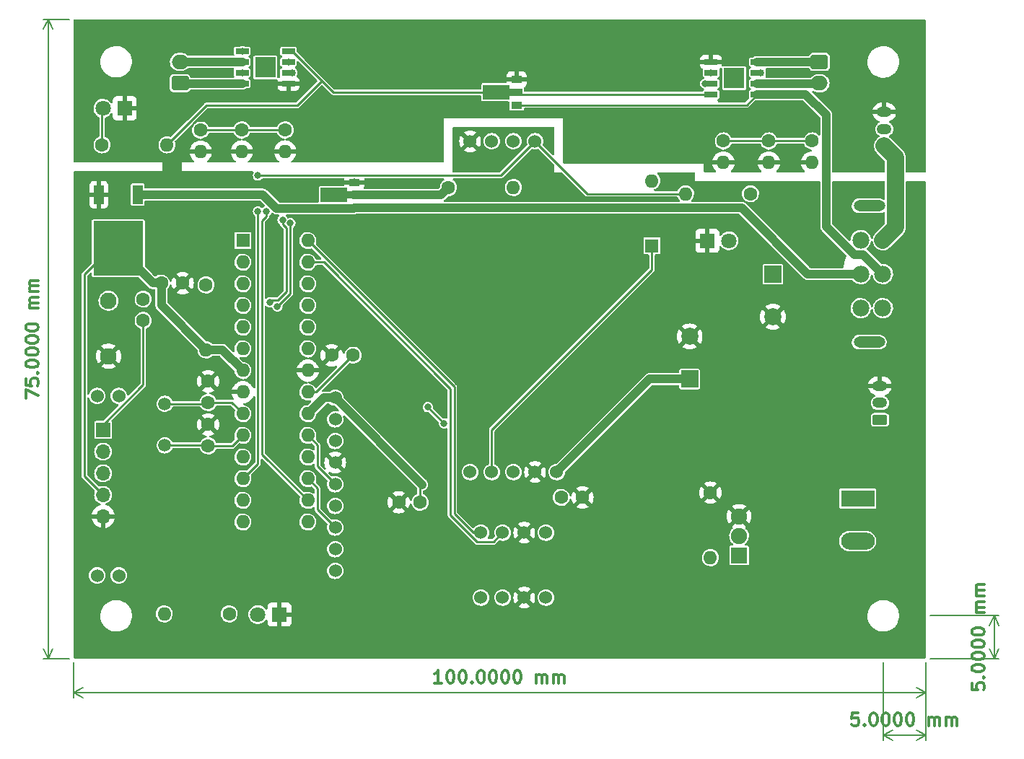
<source format=gtl>
G04 #@! TF.GenerationSoftware,KiCad,Pcbnew,(6.0.4)*
G04 #@! TF.CreationDate,2022-04-24T17:27:03+09:00*
G04 #@! TF.ProjectId,DERC_CanSat_2022,44455243-5f43-4616-9e53-61745f323032,rev?*
G04 #@! TF.SameCoordinates,Original*
G04 #@! TF.FileFunction,Copper,L1,Top*
G04 #@! TF.FilePolarity,Positive*
%FSLAX46Y46*%
G04 Gerber Fmt 4.6, Leading zero omitted, Abs format (unit mm)*
G04 Created by KiCad (PCBNEW (6.0.4)) date 2022-04-24 17:27:03*
%MOMM*%
%LPD*%
G01*
G04 APERTURE LIST*
G04 Aperture macros list*
%AMRoundRect*
0 Rectangle with rounded corners*
0 $1 Rounding radius*
0 $2 $3 $4 $5 $6 $7 $8 $9 X,Y pos of 4 corners*
0 Add a 4 corners polygon primitive as box body*
4,1,4,$2,$3,$4,$5,$6,$7,$8,$9,$2,$3,0*
0 Add four circle primitives for the rounded corners*
1,1,$1+$1,$2,$3*
1,1,$1+$1,$4,$5*
1,1,$1+$1,$6,$7*
1,1,$1+$1,$8,$9*
0 Add four rect primitives between the rounded corners*
20,1,$1+$1,$2,$3,$4,$5,0*
20,1,$1+$1,$4,$5,$6,$7,0*
20,1,$1+$1,$6,$7,$8,$9,0*
20,1,$1+$1,$8,$9,$2,$3,0*%
%AMFreePoly0*
4,1,9,3.862500,-0.866500,0.737500,-0.866500,0.737500,-0.450000,-0.737500,-0.450000,-0.737500,0.450000,0.737500,0.450000,0.737500,0.866500,3.862500,0.866500,3.862500,-0.866500,3.862500,-0.866500,$1*%
G04 Aperture macros list end*
%ADD10C,0.300000*%
G04 #@! TA.AperFunction,NonConductor*
%ADD11C,0.300000*%
G04 #@! TD*
G04 #@! TA.AperFunction,NonConductor*
%ADD12C,0.200000*%
G04 #@! TD*
G04 #@! TA.AperFunction,ComponentPad*
%ADD13C,1.600000*%
G04 #@! TD*
G04 #@! TA.AperFunction,ComponentPad*
%ADD14O,1.600000X1.600000*%
G04 #@! TD*
G04 #@! TA.AperFunction,SMDPad,CuDef*
%ADD15R,1.200000X2.200000*%
G04 #@! TD*
G04 #@! TA.AperFunction,SMDPad,CuDef*
%ADD16R,5.800000X6.400000*%
G04 #@! TD*
G04 #@! TA.AperFunction,SMDPad,CuDef*
%ADD17R,1.300000X0.900000*%
G04 #@! TD*
G04 #@! TA.AperFunction,SMDPad,CuDef*
%ADD18FreePoly0,180.000000*%
G04 #@! TD*
G04 #@! TA.AperFunction,ComponentPad*
%ADD19RoundRect,0.250000X0.750000X-0.600000X0.750000X0.600000X-0.750000X0.600000X-0.750000X-0.600000X0*%
G04 #@! TD*
G04 #@! TA.AperFunction,ComponentPad*
%ADD20O,2.000000X1.700000*%
G04 #@! TD*
G04 #@! TA.AperFunction,ComponentPad*
%ADD21C,1.524000*%
G04 #@! TD*
G04 #@! TA.AperFunction,ComponentPad*
%ADD22R,2.000000X2.000000*%
G04 #@! TD*
G04 #@! TA.AperFunction,ComponentPad*
%ADD23C,2.000000*%
G04 #@! TD*
G04 #@! TA.AperFunction,ComponentPad*
%ADD24C,1.980000*%
G04 #@! TD*
G04 #@! TA.AperFunction,ComponentPad*
%ADD25O,3.700000X1.300000*%
G04 #@! TD*
G04 #@! TA.AperFunction,ComponentPad*
%ADD26R,1.905000X1.905000*%
G04 #@! TD*
G04 #@! TA.AperFunction,ComponentPad*
%ADD27C,1.905000*%
G04 #@! TD*
G04 #@! TA.AperFunction,ComponentPad*
%ADD28R,3.960000X1.980000*%
G04 #@! TD*
G04 #@! TA.AperFunction,ComponentPad*
%ADD29O,3.960000X1.980000*%
G04 #@! TD*
G04 #@! TA.AperFunction,ComponentPad*
%ADD30R,1.600000X1.600000*%
G04 #@! TD*
G04 #@! TA.AperFunction,ComponentPad*
%ADD31R,1.800000X1.800000*%
G04 #@! TD*
G04 #@! TA.AperFunction,ComponentPad*
%ADD32C,1.800000*%
G04 #@! TD*
G04 #@! TA.AperFunction,ComponentPad*
%ADD33C,1.500000*%
G04 #@! TD*
G04 #@! TA.AperFunction,ComponentPad*
%ADD34RoundRect,0.250000X-0.750000X0.600000X-0.750000X-0.600000X0.750000X-0.600000X0.750000X0.600000X0*%
G04 #@! TD*
G04 #@! TA.AperFunction,ComponentPad*
%ADD35C,1.950000*%
G04 #@! TD*
G04 #@! TA.AperFunction,SMDPad,CuDef*
%ADD36R,1.525000X0.650000*%
G04 #@! TD*
G04 #@! TA.AperFunction,ComponentPad*
%ADD37R,2.390000X2.390000*%
G04 #@! TD*
G04 #@! TA.AperFunction,ComponentPad*
%ADD38R,1.700000X1.700000*%
G04 #@! TD*
G04 #@! TA.AperFunction,ComponentPad*
%ADD39O,1.700000X1.700000*%
G04 #@! TD*
G04 #@! TA.AperFunction,ComponentPad*
%ADD40RoundRect,0.250000X0.625000X-0.350000X0.625000X0.350000X-0.625000X0.350000X-0.625000X-0.350000X0*%
G04 #@! TD*
G04 #@! TA.AperFunction,ComponentPad*
%ADD41O,1.750000X1.200000*%
G04 #@! TD*
G04 #@! TA.AperFunction,ViaPad*
%ADD42C,0.800000*%
G04 #@! TD*
G04 #@! TA.AperFunction,Conductor*
%ADD43C,0.250000*%
G04 #@! TD*
G04 #@! TA.AperFunction,Conductor*
%ADD44C,1.000000*%
G04 #@! TD*
G04 #@! TA.AperFunction,Conductor*
%ADD45C,2.000000*%
G04 #@! TD*
G04 APERTURE END LIST*
D10*
D11*
X142071428Y-116378571D02*
X141357142Y-116378571D01*
X141285714Y-117092857D01*
X141357142Y-117021428D01*
X141500000Y-116950000D01*
X141857142Y-116950000D01*
X142000000Y-117021428D01*
X142071428Y-117092857D01*
X142142857Y-117235714D01*
X142142857Y-117592857D01*
X142071428Y-117735714D01*
X142000000Y-117807142D01*
X141857142Y-117878571D01*
X141500000Y-117878571D01*
X141357142Y-117807142D01*
X141285714Y-117735714D01*
X142785714Y-117735714D02*
X142857142Y-117807142D01*
X142785714Y-117878571D01*
X142714285Y-117807142D01*
X142785714Y-117735714D01*
X142785714Y-117878571D01*
X143785714Y-116378571D02*
X143928571Y-116378571D01*
X144071428Y-116450000D01*
X144142857Y-116521428D01*
X144214285Y-116664285D01*
X144285714Y-116950000D01*
X144285714Y-117307142D01*
X144214285Y-117592857D01*
X144142857Y-117735714D01*
X144071428Y-117807142D01*
X143928571Y-117878571D01*
X143785714Y-117878571D01*
X143642857Y-117807142D01*
X143571428Y-117735714D01*
X143500000Y-117592857D01*
X143428571Y-117307142D01*
X143428571Y-116950000D01*
X143500000Y-116664285D01*
X143571428Y-116521428D01*
X143642857Y-116450000D01*
X143785714Y-116378571D01*
X145214285Y-116378571D02*
X145357142Y-116378571D01*
X145500000Y-116450000D01*
X145571428Y-116521428D01*
X145642857Y-116664285D01*
X145714285Y-116950000D01*
X145714285Y-117307142D01*
X145642857Y-117592857D01*
X145571428Y-117735714D01*
X145500000Y-117807142D01*
X145357142Y-117878571D01*
X145214285Y-117878571D01*
X145071428Y-117807142D01*
X145000000Y-117735714D01*
X144928571Y-117592857D01*
X144857142Y-117307142D01*
X144857142Y-116950000D01*
X144928571Y-116664285D01*
X145000000Y-116521428D01*
X145071428Y-116450000D01*
X145214285Y-116378571D01*
X146642857Y-116378571D02*
X146785714Y-116378571D01*
X146928571Y-116450000D01*
X147000000Y-116521428D01*
X147071428Y-116664285D01*
X147142857Y-116950000D01*
X147142857Y-117307142D01*
X147071428Y-117592857D01*
X147000000Y-117735714D01*
X146928571Y-117807142D01*
X146785714Y-117878571D01*
X146642857Y-117878571D01*
X146500000Y-117807142D01*
X146428571Y-117735714D01*
X146357142Y-117592857D01*
X146285714Y-117307142D01*
X146285714Y-116950000D01*
X146357142Y-116664285D01*
X146428571Y-116521428D01*
X146500000Y-116450000D01*
X146642857Y-116378571D01*
X148071428Y-116378571D02*
X148214285Y-116378571D01*
X148357142Y-116450000D01*
X148428571Y-116521428D01*
X148500000Y-116664285D01*
X148571428Y-116950000D01*
X148571428Y-117307142D01*
X148500000Y-117592857D01*
X148428571Y-117735714D01*
X148357142Y-117807142D01*
X148214285Y-117878571D01*
X148071428Y-117878571D01*
X147928571Y-117807142D01*
X147857142Y-117735714D01*
X147785714Y-117592857D01*
X147714285Y-117307142D01*
X147714285Y-116950000D01*
X147785714Y-116664285D01*
X147857142Y-116521428D01*
X147928571Y-116450000D01*
X148071428Y-116378571D01*
X150357142Y-117878571D02*
X150357142Y-116878571D01*
X150357142Y-117021428D02*
X150428571Y-116950000D01*
X150571428Y-116878571D01*
X150785714Y-116878571D01*
X150928571Y-116950000D01*
X151000000Y-117092857D01*
X151000000Y-117878571D01*
X151000000Y-117092857D02*
X151071428Y-116950000D01*
X151214285Y-116878571D01*
X151428571Y-116878571D01*
X151571428Y-116950000D01*
X151642857Y-117092857D01*
X151642857Y-117878571D01*
X152357142Y-117878571D02*
X152357142Y-116878571D01*
X152357142Y-117021428D02*
X152428571Y-116950000D01*
X152571428Y-116878571D01*
X152785714Y-116878571D01*
X152928571Y-116950000D01*
X153000000Y-117092857D01*
X153000000Y-117878571D01*
X153000000Y-117092857D02*
X153071428Y-116950000D01*
X153214285Y-116878571D01*
X153428571Y-116878571D01*
X153571428Y-116950000D01*
X153642857Y-117092857D01*
X153642857Y-117878571D01*
D12*
X145000000Y-110500000D02*
X145000000Y-119586420D01*
X150000000Y-110500000D02*
X150000000Y-119586420D01*
X145000000Y-119000000D02*
X150000000Y-119000000D01*
X145000000Y-119000000D02*
X150000000Y-119000000D01*
X145000000Y-119000000D02*
X146126504Y-119586421D01*
X145000000Y-119000000D02*
X146126504Y-118413579D01*
X150000000Y-119000000D02*
X148873496Y-118413579D01*
X150000000Y-119000000D02*
X148873496Y-119586421D01*
D10*
D11*
X155378571Y-112928571D02*
X155378571Y-113642857D01*
X156092857Y-113714285D01*
X156021428Y-113642857D01*
X155950000Y-113500000D01*
X155950000Y-113142857D01*
X156021428Y-113000000D01*
X156092857Y-112928571D01*
X156235714Y-112857142D01*
X156592857Y-112857142D01*
X156735714Y-112928571D01*
X156807142Y-113000000D01*
X156878571Y-113142857D01*
X156878571Y-113500000D01*
X156807142Y-113642857D01*
X156735714Y-113714285D01*
X156735714Y-112214285D02*
X156807142Y-112142857D01*
X156878571Y-112214285D01*
X156807142Y-112285714D01*
X156735714Y-112214285D01*
X156878571Y-112214285D01*
X155378571Y-111214285D02*
X155378571Y-111071428D01*
X155450000Y-110928571D01*
X155521428Y-110857142D01*
X155664285Y-110785714D01*
X155950000Y-110714285D01*
X156307142Y-110714285D01*
X156592857Y-110785714D01*
X156735714Y-110857142D01*
X156807142Y-110928571D01*
X156878571Y-111071428D01*
X156878571Y-111214285D01*
X156807142Y-111357142D01*
X156735714Y-111428571D01*
X156592857Y-111500000D01*
X156307142Y-111571428D01*
X155950000Y-111571428D01*
X155664285Y-111500000D01*
X155521428Y-111428571D01*
X155450000Y-111357142D01*
X155378571Y-111214285D01*
X155378571Y-109785714D02*
X155378571Y-109642857D01*
X155450000Y-109500000D01*
X155521428Y-109428571D01*
X155664285Y-109357142D01*
X155950000Y-109285714D01*
X156307142Y-109285714D01*
X156592857Y-109357142D01*
X156735714Y-109428571D01*
X156807142Y-109500000D01*
X156878571Y-109642857D01*
X156878571Y-109785714D01*
X156807142Y-109928571D01*
X156735714Y-110000000D01*
X156592857Y-110071428D01*
X156307142Y-110142857D01*
X155950000Y-110142857D01*
X155664285Y-110071428D01*
X155521428Y-110000000D01*
X155450000Y-109928571D01*
X155378571Y-109785714D01*
X155378571Y-108357142D02*
X155378571Y-108214285D01*
X155450000Y-108071428D01*
X155521428Y-108000000D01*
X155664285Y-107928571D01*
X155950000Y-107857142D01*
X156307142Y-107857142D01*
X156592857Y-107928571D01*
X156735714Y-108000000D01*
X156807142Y-108071428D01*
X156878571Y-108214285D01*
X156878571Y-108357142D01*
X156807142Y-108500000D01*
X156735714Y-108571428D01*
X156592857Y-108642857D01*
X156307142Y-108714285D01*
X155950000Y-108714285D01*
X155664285Y-108642857D01*
X155521428Y-108571428D01*
X155450000Y-108500000D01*
X155378571Y-108357142D01*
X155378571Y-106928571D02*
X155378571Y-106785714D01*
X155450000Y-106642857D01*
X155521428Y-106571428D01*
X155664285Y-106500000D01*
X155950000Y-106428571D01*
X156307142Y-106428571D01*
X156592857Y-106500000D01*
X156735714Y-106571428D01*
X156807142Y-106642857D01*
X156878571Y-106785714D01*
X156878571Y-106928571D01*
X156807142Y-107071428D01*
X156735714Y-107142857D01*
X156592857Y-107214285D01*
X156307142Y-107285714D01*
X155950000Y-107285714D01*
X155664285Y-107214285D01*
X155521428Y-107142857D01*
X155450000Y-107071428D01*
X155378571Y-106928571D01*
X156878571Y-104642857D02*
X155878571Y-104642857D01*
X156021428Y-104642857D02*
X155950000Y-104571428D01*
X155878571Y-104428571D01*
X155878571Y-104214285D01*
X155950000Y-104071428D01*
X156092857Y-104000000D01*
X156878571Y-104000000D01*
X156092857Y-104000000D02*
X155950000Y-103928571D01*
X155878571Y-103785714D01*
X155878571Y-103571428D01*
X155950000Y-103428571D01*
X156092857Y-103357142D01*
X156878571Y-103357142D01*
X156878571Y-102642857D02*
X155878571Y-102642857D01*
X156021428Y-102642857D02*
X155950000Y-102571428D01*
X155878571Y-102428571D01*
X155878571Y-102214285D01*
X155950000Y-102071428D01*
X156092857Y-102000000D01*
X156878571Y-102000000D01*
X156092857Y-102000000D02*
X155950000Y-101928571D01*
X155878571Y-101785714D01*
X155878571Y-101571428D01*
X155950000Y-101428571D01*
X156092857Y-101357142D01*
X156878571Y-101357142D01*
D12*
X150500000Y-105000000D02*
X158586420Y-105000000D01*
X150500000Y-110000000D02*
X158586420Y-110000000D01*
X158000000Y-105000000D02*
X158000000Y-110000000D01*
X158000000Y-105000000D02*
X158000000Y-110000000D01*
X158000000Y-105000000D02*
X157413579Y-106126504D01*
X158000000Y-105000000D02*
X158586421Y-106126504D01*
X158000000Y-110000000D02*
X158586421Y-108873496D01*
X158000000Y-110000000D02*
X157413579Y-108873496D01*
D10*
D11*
X93214285Y-112878571D02*
X92357142Y-112878571D01*
X92785714Y-112878571D02*
X92785714Y-111378571D01*
X92642857Y-111592857D01*
X92500000Y-111735714D01*
X92357142Y-111807142D01*
X94142857Y-111378571D02*
X94285714Y-111378571D01*
X94428571Y-111450000D01*
X94500000Y-111521428D01*
X94571428Y-111664285D01*
X94642857Y-111950000D01*
X94642857Y-112307142D01*
X94571428Y-112592857D01*
X94500000Y-112735714D01*
X94428571Y-112807142D01*
X94285714Y-112878571D01*
X94142857Y-112878571D01*
X94000000Y-112807142D01*
X93928571Y-112735714D01*
X93857142Y-112592857D01*
X93785714Y-112307142D01*
X93785714Y-111950000D01*
X93857142Y-111664285D01*
X93928571Y-111521428D01*
X94000000Y-111450000D01*
X94142857Y-111378571D01*
X95571428Y-111378571D02*
X95714285Y-111378571D01*
X95857142Y-111450000D01*
X95928571Y-111521428D01*
X96000000Y-111664285D01*
X96071428Y-111950000D01*
X96071428Y-112307142D01*
X96000000Y-112592857D01*
X95928571Y-112735714D01*
X95857142Y-112807142D01*
X95714285Y-112878571D01*
X95571428Y-112878571D01*
X95428571Y-112807142D01*
X95357142Y-112735714D01*
X95285714Y-112592857D01*
X95214285Y-112307142D01*
X95214285Y-111950000D01*
X95285714Y-111664285D01*
X95357142Y-111521428D01*
X95428571Y-111450000D01*
X95571428Y-111378571D01*
X96714285Y-112735714D02*
X96785714Y-112807142D01*
X96714285Y-112878571D01*
X96642857Y-112807142D01*
X96714285Y-112735714D01*
X96714285Y-112878571D01*
X97714285Y-111378571D02*
X97857142Y-111378571D01*
X98000000Y-111450000D01*
X98071428Y-111521428D01*
X98142857Y-111664285D01*
X98214285Y-111950000D01*
X98214285Y-112307142D01*
X98142857Y-112592857D01*
X98071428Y-112735714D01*
X98000000Y-112807142D01*
X97857142Y-112878571D01*
X97714285Y-112878571D01*
X97571428Y-112807142D01*
X97500000Y-112735714D01*
X97428571Y-112592857D01*
X97357142Y-112307142D01*
X97357142Y-111950000D01*
X97428571Y-111664285D01*
X97500000Y-111521428D01*
X97571428Y-111450000D01*
X97714285Y-111378571D01*
X99142857Y-111378571D02*
X99285714Y-111378571D01*
X99428571Y-111450000D01*
X99500000Y-111521428D01*
X99571428Y-111664285D01*
X99642857Y-111950000D01*
X99642857Y-112307142D01*
X99571428Y-112592857D01*
X99500000Y-112735714D01*
X99428571Y-112807142D01*
X99285714Y-112878571D01*
X99142857Y-112878571D01*
X99000000Y-112807142D01*
X98928571Y-112735714D01*
X98857142Y-112592857D01*
X98785714Y-112307142D01*
X98785714Y-111950000D01*
X98857142Y-111664285D01*
X98928571Y-111521428D01*
X99000000Y-111450000D01*
X99142857Y-111378571D01*
X100571428Y-111378571D02*
X100714285Y-111378571D01*
X100857142Y-111450000D01*
X100928571Y-111521428D01*
X101000000Y-111664285D01*
X101071428Y-111950000D01*
X101071428Y-112307142D01*
X101000000Y-112592857D01*
X100928571Y-112735714D01*
X100857142Y-112807142D01*
X100714285Y-112878571D01*
X100571428Y-112878571D01*
X100428571Y-112807142D01*
X100357142Y-112735714D01*
X100285714Y-112592857D01*
X100214285Y-112307142D01*
X100214285Y-111950000D01*
X100285714Y-111664285D01*
X100357142Y-111521428D01*
X100428571Y-111450000D01*
X100571428Y-111378571D01*
X102000000Y-111378571D02*
X102142857Y-111378571D01*
X102285714Y-111450000D01*
X102357142Y-111521428D01*
X102428571Y-111664285D01*
X102500000Y-111950000D01*
X102500000Y-112307142D01*
X102428571Y-112592857D01*
X102357142Y-112735714D01*
X102285714Y-112807142D01*
X102142857Y-112878571D01*
X102000000Y-112878571D01*
X101857142Y-112807142D01*
X101785714Y-112735714D01*
X101714285Y-112592857D01*
X101642857Y-112307142D01*
X101642857Y-111950000D01*
X101714285Y-111664285D01*
X101785714Y-111521428D01*
X101857142Y-111450000D01*
X102000000Y-111378571D01*
X104285714Y-112878571D02*
X104285714Y-111878571D01*
X104285714Y-112021428D02*
X104357142Y-111950000D01*
X104500000Y-111878571D01*
X104714285Y-111878571D01*
X104857142Y-111950000D01*
X104928571Y-112092857D01*
X104928571Y-112878571D01*
X104928571Y-112092857D02*
X105000000Y-111950000D01*
X105142857Y-111878571D01*
X105357142Y-111878571D01*
X105500000Y-111950000D01*
X105571428Y-112092857D01*
X105571428Y-112878571D01*
X106285714Y-112878571D02*
X106285714Y-111878571D01*
X106285714Y-112021428D02*
X106357142Y-111950000D01*
X106500000Y-111878571D01*
X106714285Y-111878571D01*
X106857142Y-111950000D01*
X106928571Y-112092857D01*
X106928571Y-112878571D01*
X106928571Y-112092857D02*
X107000000Y-111950000D01*
X107142857Y-111878571D01*
X107357142Y-111878571D01*
X107500000Y-111950000D01*
X107571428Y-112092857D01*
X107571428Y-112878571D01*
D12*
X50000000Y-110500000D02*
X50000000Y-114586420D01*
X150000000Y-110500000D02*
X150000000Y-114586420D01*
X50000000Y-114000000D02*
X150000000Y-114000000D01*
X50000000Y-114000000D02*
X150000000Y-114000000D01*
X50000000Y-114000000D02*
X51126504Y-114586421D01*
X50000000Y-114000000D02*
X51126504Y-113413579D01*
X150000000Y-114000000D02*
X148873496Y-113413579D01*
X150000000Y-114000000D02*
X148873496Y-114586421D01*
D10*
D11*
X44378571Y-79500000D02*
X44378571Y-78500000D01*
X45878571Y-79142857D01*
X44378571Y-77214285D02*
X44378571Y-77928571D01*
X45092857Y-78000000D01*
X45021428Y-77928571D01*
X44950000Y-77785714D01*
X44950000Y-77428571D01*
X45021428Y-77285714D01*
X45092857Y-77214285D01*
X45235714Y-77142857D01*
X45592857Y-77142857D01*
X45735714Y-77214285D01*
X45807142Y-77285714D01*
X45878571Y-77428571D01*
X45878571Y-77785714D01*
X45807142Y-77928571D01*
X45735714Y-78000000D01*
X45735714Y-76500000D02*
X45807142Y-76428571D01*
X45878571Y-76500000D01*
X45807142Y-76571428D01*
X45735714Y-76500000D01*
X45878571Y-76500000D01*
X44378571Y-75500000D02*
X44378571Y-75357142D01*
X44450000Y-75214285D01*
X44521428Y-75142857D01*
X44664285Y-75071428D01*
X44950000Y-75000000D01*
X45307142Y-75000000D01*
X45592857Y-75071428D01*
X45735714Y-75142857D01*
X45807142Y-75214285D01*
X45878571Y-75357142D01*
X45878571Y-75500000D01*
X45807142Y-75642857D01*
X45735714Y-75714285D01*
X45592857Y-75785714D01*
X45307142Y-75857142D01*
X44950000Y-75857142D01*
X44664285Y-75785714D01*
X44521428Y-75714285D01*
X44450000Y-75642857D01*
X44378571Y-75500000D01*
X44378571Y-74071428D02*
X44378571Y-73928571D01*
X44450000Y-73785714D01*
X44521428Y-73714285D01*
X44664285Y-73642857D01*
X44950000Y-73571428D01*
X45307142Y-73571428D01*
X45592857Y-73642857D01*
X45735714Y-73714285D01*
X45807142Y-73785714D01*
X45878571Y-73928571D01*
X45878571Y-74071428D01*
X45807142Y-74214285D01*
X45735714Y-74285714D01*
X45592857Y-74357142D01*
X45307142Y-74428571D01*
X44950000Y-74428571D01*
X44664285Y-74357142D01*
X44521428Y-74285714D01*
X44450000Y-74214285D01*
X44378571Y-74071428D01*
X44378571Y-72642857D02*
X44378571Y-72500000D01*
X44450000Y-72357142D01*
X44521428Y-72285714D01*
X44664285Y-72214285D01*
X44950000Y-72142857D01*
X45307142Y-72142857D01*
X45592857Y-72214285D01*
X45735714Y-72285714D01*
X45807142Y-72357142D01*
X45878571Y-72500000D01*
X45878571Y-72642857D01*
X45807142Y-72785714D01*
X45735714Y-72857142D01*
X45592857Y-72928571D01*
X45307142Y-73000000D01*
X44950000Y-73000000D01*
X44664285Y-72928571D01*
X44521428Y-72857142D01*
X44450000Y-72785714D01*
X44378571Y-72642857D01*
X44378571Y-71214285D02*
X44378571Y-71071428D01*
X44450000Y-70928571D01*
X44521428Y-70857142D01*
X44664285Y-70785714D01*
X44950000Y-70714285D01*
X45307142Y-70714285D01*
X45592857Y-70785714D01*
X45735714Y-70857142D01*
X45807142Y-70928571D01*
X45878571Y-71071428D01*
X45878571Y-71214285D01*
X45807142Y-71357142D01*
X45735714Y-71428571D01*
X45592857Y-71500000D01*
X45307142Y-71571428D01*
X44950000Y-71571428D01*
X44664285Y-71500000D01*
X44521428Y-71428571D01*
X44450000Y-71357142D01*
X44378571Y-71214285D01*
X45878571Y-68928571D02*
X44878571Y-68928571D01*
X45021428Y-68928571D02*
X44950000Y-68857142D01*
X44878571Y-68714285D01*
X44878571Y-68500000D01*
X44950000Y-68357142D01*
X45092857Y-68285714D01*
X45878571Y-68285714D01*
X45092857Y-68285714D02*
X44950000Y-68214285D01*
X44878571Y-68071428D01*
X44878571Y-67857142D01*
X44950000Y-67714285D01*
X45092857Y-67642857D01*
X45878571Y-67642857D01*
X45878571Y-66928571D02*
X44878571Y-66928571D01*
X45021428Y-66928571D02*
X44950000Y-66857142D01*
X44878571Y-66714285D01*
X44878571Y-66500000D01*
X44950000Y-66357142D01*
X45092857Y-66285714D01*
X45878571Y-66285714D01*
X45092857Y-66285714D02*
X44950000Y-66214285D01*
X44878571Y-66071428D01*
X44878571Y-65857142D01*
X44950000Y-65714285D01*
X45092857Y-65642857D01*
X45878571Y-65642857D01*
D12*
X49500000Y-110000000D02*
X46413580Y-110000000D01*
X49500000Y-35000000D02*
X46413580Y-35000000D01*
X47000000Y-110000000D02*
X47000000Y-35000000D01*
X47000000Y-110000000D02*
X47000000Y-35000000D01*
X47000000Y-110000000D02*
X47586421Y-108873496D01*
X47000000Y-110000000D02*
X46413579Y-108873496D01*
X47000000Y-35000000D02*
X46413579Y-36126504D01*
X47000000Y-35000000D02*
X47586421Y-36126504D01*
D13*
G04 #@! TO.P,C4,1*
G04 #@! TO.N,Net-(C4-Pad1)*
X65786000Y-85050000D03*
G04 #@! TO.P,C4,2*
G04 #@! TO.N,GND1*
X65786000Y-82550000D03*
G04 #@! TD*
G04 #@! TO.P,R3,1*
G04 #@! TO.N,Net-(IC4-Pad7)*
X126238000Y-49276000D03*
D14*
G04 #@! TO.P,R3,2*
G04 #@! TO.N,GND1*
X126238000Y-51816000D03*
G04 #@! TD*
D15*
G04 #@! TO.P,IC1,1,VIN*
G04 #@! TO.N,/BAT1*
X57524000Y-55573000D03*
D16*
G04 #@! TO.P,IC1,2,VOUT*
G04 #@! TO.N,+5V*
X55244000Y-61873000D03*
D15*
G04 #@! TO.P,IC1,3,GND*
G04 #@! TO.N,GND1*
X52964000Y-55573000D03*
G04 #@! TD*
D17*
G04 #@! TO.P,IC2,1,VOUT*
G04 #@! TO.N,/BAT1*
X82930000Y-57126000D03*
D18*
G04 #@! TO.P,IC2,2,GND*
G04 #@! TO.N,+3V3*
X82842500Y-55626000D03*
D17*
G04 #@! TO.P,IC2,3,VIN*
G04 #@! TO.N,GND1*
X82930000Y-54126000D03*
G04 #@! TD*
D13*
G04 #@! TO.P,R5,1*
G04 #@! TO.N,GND1*
X124714000Y-90551000D03*
D14*
G04 #@! TO.P,R5,2*
G04 #@! TO.N,Net-(Q1-Pad1)*
X124714000Y-98171000D03*
G04 #@! TD*
D19*
G04 #@! TO.P,M2,1,+*
G04 #@! TO.N,Net-(IC5-Pad8)*
X62500000Y-42500000D03*
D20*
G04 #@! TO.P,M2,2,-*
G04 #@! TO.N,Net-(IC5-Pad6)*
X62500000Y-40000000D03*
G04 #@! TD*
D21*
G04 #@! TO.P,U3,1,5V*
G04 #@! TO.N,+5V*
X106680000Y-88138000D03*
G04 #@! TO.P,U3,2,GND*
G04 #@! TO.N,GND1*
X104140000Y-88138000D03*
G04 #@! TO.P,U3,3,RXD*
G04 #@! TO.N,Net-(U1-Pad3)*
X101600000Y-88138000D03*
G04 #@! TO.P,U3,4,TXD*
G04 #@! TO.N,Net-(D1-Pad1)*
X99060000Y-88138000D03*
G04 #@! TO.P,U3,5,1PPS*
G04 #@! TO.N,unconnected-(U3-Pad5)*
X96520000Y-88138000D03*
G04 #@! TD*
D22*
G04 #@! TO.P,C9,1*
G04 #@! TO.N,+5V*
X122275600Y-77221477D03*
D23*
G04 #@! TO.P,C9,2*
G04 #@! TO.N,GND1*
X122275600Y-72221477D03*
G04 #@! TD*
D13*
G04 #@! TO.P,C3,1*
G04 #@! TO.N,Net-(C3-Pad1)*
X65786000Y-79970000D03*
G04 #@! TO.P,C3,2*
G04 #@! TO.N,GND1*
X65786000Y-77470000D03*
G04 #@! TD*
D24*
G04 #@! TO.P,S1,1,NC_1*
G04 #@! TO.N,unconnected-(S1-Pad1)*
X142354000Y-68897000D03*
G04 #@! TO.P,S1,2,COM_1*
G04 #@! TO.N,/BAT1*
X142354000Y-64897000D03*
G04 #@! TO.P,S1,3,NO_1*
G04 #@! TO.N,Net-(J2-Pad1)*
X142354000Y-60897000D03*
G04 #@! TO.P,S1,4,NC_2*
G04 #@! TO.N,unconnected-(S1-Pad4)*
X144954000Y-68897000D03*
G04 #@! TO.P,S1,5,COM_2*
G04 #@! TO.N,/BAT2*
X144954000Y-64897000D03*
G04 #@! TO.P,S1,6,NO_2*
G04 #@! TO.N,/BAT2_bSW*
X144954000Y-60897000D03*
D25*
G04 #@! TO.P,S1,7*
G04 #@! TO.N,N/C*
X143354000Y-56897000D03*
X143354000Y-72897000D03*
G04 #@! TD*
D26*
G04 #@! TO.P,Q1,1,G*
G04 #@! TO.N,Net-(Q1-Pad1)*
X128078000Y-97921000D03*
D27*
G04 #@! TO.P,Q1,2,D*
G04 #@! TO.N,Net-(J3-Pad2)*
X128078000Y-95631000D03*
G04 #@! TO.P,Q1,3,S*
G04 #@! TO.N,GND1*
X128078000Y-93341000D03*
G04 #@! TD*
D28*
G04 #@! TO.P,J3,1,Pin_1*
G04 #@! TO.N,/BAT2_bSW*
X142000000Y-91235000D03*
D29*
G04 #@! TO.P,J3,2,Pin_2*
G04 #@! TO.N,Net-(J3-Pad2)*
X142000000Y-96235000D03*
G04 #@! TD*
D13*
G04 #@! TO.P,R2,1*
G04 #@! TO.N,+3V3*
X93980000Y-54737000D03*
D14*
G04 #@! TO.P,R2,2*
G04 #@! TO.N,Net-(D1-Pad2)*
X101600000Y-54737000D03*
G04 #@! TD*
D13*
G04 #@! TO.P,R6,1*
G04 #@! TO.N,Net-(D2-Pad2)*
X68249800Y-104775000D03*
D14*
G04 #@! TO.P,R6,2*
G04 #@! TO.N,Net-(R6-Pad2)*
X60629800Y-104775000D03*
G04 #@! TD*
D30*
G04 #@! TO.P,D1,1,K*
G04 #@! TO.N,Net-(D1-Pad1)*
X117856000Y-61569600D03*
D14*
G04 #@! TO.P,D1,2,A*
G04 #@! TO.N,Net-(D1-Pad2)*
X117856000Y-53949600D03*
G04 #@! TD*
D13*
G04 #@! TO.P,C2,1*
G04 #@! TO.N,+5V*
X60294200Y-65963800D03*
G04 #@! TO.P,C2,2*
G04 #@! TO.N,GND1*
X62794200Y-65963800D03*
G04 #@! TD*
D31*
G04 #@! TO.P,D3,1,K*
G04 #@! TO.N,GND1*
X124353400Y-60985400D03*
D32*
G04 #@! TO.P,D3,2,A*
G04 #@! TO.N,Net-(D3-Pad2)*
X126893400Y-60985400D03*
G04 #@! TD*
D30*
G04 #@! TO.P,U1,1,~{RESET}/PC6*
G04 #@! TO.N,Net-(C5-Pad1)*
X69860000Y-60970000D03*
D14*
G04 #@! TO.P,U1,2,PD0*
G04 #@! TO.N,Net-(D1-Pad2)*
X69860000Y-63510000D03*
G04 #@! TO.P,U1,3,PD1*
G04 #@! TO.N,Net-(U1-Pad3)*
X69860000Y-66050000D03*
G04 #@! TO.P,U1,4,PD2*
G04 #@! TO.N,Net-(U1-Pad4)*
X69860000Y-68590000D03*
G04 #@! TO.P,U1,5,PD3*
G04 #@! TO.N,Net-(U1-Pad5)*
X69860000Y-71130000D03*
G04 #@! TO.P,U1,6,PD4*
G04 #@! TO.N,Net-(R6-Pad2)*
X69860000Y-73670000D03*
G04 #@! TO.P,U1,7,VCC*
G04 #@! TO.N,+5V*
X69860000Y-76210000D03*
G04 #@! TO.P,U1,8,GND*
G04 #@! TO.N,GND1*
X69860000Y-78750000D03*
G04 #@! TO.P,U1,9,XTAL1/PB6*
G04 #@! TO.N,Net-(C3-Pad1)*
X69860000Y-81290000D03*
G04 #@! TO.P,U1,10,XTAL2/PB7*
G04 #@! TO.N,Net-(C4-Pad1)*
X69860000Y-83830000D03*
G04 #@! TO.P,U1,11,PD5*
G04 #@! TO.N,/M1_IN_LOW*
X69860000Y-86370000D03*
G04 #@! TO.P,U1,12,PD6*
G04 #@! TO.N,/M2_IN_LOW*
X69860000Y-88910000D03*
G04 #@! TO.P,U1,13,PD7*
G04 #@! TO.N,Net-(Q1-Pad1)*
X69860000Y-91450000D03*
G04 #@! TO.P,U1,14,PB0*
G04 #@! TO.N,Net-(U1-Pad14)*
X69860000Y-93990000D03*
G04 #@! TO.P,U1,15,PB1*
G04 #@! TO.N,/M1_IN_PWM*
X77480000Y-93990000D03*
G04 #@! TO.P,U1,16,PB2*
G04 #@! TO.N,/M2_IN_PWM*
X77480000Y-91450000D03*
G04 #@! TO.P,U1,17,PB3*
G04 #@! TO.N,Net-(U1-Pad17)*
X77480000Y-88910000D03*
G04 #@! TO.P,U1,18,PB4*
G04 #@! TO.N,Net-(U1-Pad18)*
X77480000Y-86370000D03*
G04 #@! TO.P,U1,19,PB5*
G04 #@! TO.N,Net-(U1-Pad19)*
X77480000Y-83830000D03*
G04 #@! TO.P,U1,20,AVCC*
G04 #@! TO.N,+5V*
X77480000Y-81290000D03*
G04 #@! TO.P,U1,21,AREF*
G04 #@! TO.N,Net-(C1-Pad2)*
X77480000Y-78750000D03*
G04 #@! TO.P,U1,22,GND*
G04 #@! TO.N,GND1*
X77480000Y-76210000D03*
G04 #@! TO.P,U1,23,PC0*
G04 #@! TO.N,unconnected-(U1-Pad23)*
X77480000Y-73670000D03*
G04 #@! TO.P,U1,24,PC1*
G04 #@! TO.N,unconnected-(U1-Pad24)*
X77480000Y-71130000D03*
G04 #@! TO.P,U1,25,PC2*
G04 #@! TO.N,unconnected-(U1-Pad25)*
X77480000Y-68590000D03*
G04 #@! TO.P,U1,26,PC3*
G04 #@! TO.N,unconnected-(U1-Pad26)*
X77480000Y-66050000D03*
G04 #@! TO.P,U1,27,PC4*
G04 #@! TO.N,Net-(U1-Pad27)*
X77480000Y-63510000D03*
G04 #@! TO.P,U1,28,PC5*
G04 #@! TO.N,Net-(U1-Pad28)*
X77480000Y-60970000D03*
G04 #@! TD*
D33*
G04 #@! TO.P,Y1,1,1*
G04 #@! TO.N,Net-(C4-Pad1)*
X60706000Y-85000000D03*
G04 #@! TO.P,Y1,2,2*
G04 #@! TO.N,Net-(C3-Pad1)*
X60706000Y-80120000D03*
G04 #@! TD*
D21*
G04 #@! TO.P,U2,1,GND*
G04 #@! TO.N,GND1*
X96520000Y-49315000D03*
G04 #@! TO.P,U2,2,ECHO*
G04 #@! TO.N,Net-(U1-Pad4)*
X99060000Y-49315000D03*
G04 #@! TO.P,U2,3,TRIG*
G04 #@! TO.N,Net-(U1-Pad5)*
X101600000Y-49315000D03*
G04 #@! TO.P,U2,4,VCC*
G04 #@! TO.N,+5V*
X104140000Y-49315000D03*
G04 #@! TD*
D34*
G04 #@! TO.P,M1,1,+*
G04 #@! TO.N,Net-(IC4-Pad8)*
X137500000Y-40000000D03*
D20*
G04 #@! TO.P,M1,2,-*
G04 #@! TO.N,Net-(IC4-Pad6)*
X137500000Y-42500000D03*
G04 #@! TD*
D13*
G04 #@! TO.P,R8,1*
G04 #@! TO.N,Net-(IC5-Pad7)*
X69737500Y-47977000D03*
D14*
G04 #@! TO.P,R8,2*
G04 #@! TO.N,GND1*
X69737500Y-50517000D03*
G04 #@! TD*
D21*
G04 #@! TO.P,U5,1,VIN*
G04 #@! TO.N,+5V*
X105410000Y-95250000D03*
G04 #@! TO.P,U5,2,GND*
G04 #@! TO.N,GND1*
X102870000Y-95250000D03*
G04 #@! TO.P,U5,3,SDA*
G04 #@! TO.N,Net-(U1-Pad27)*
X100330000Y-95250000D03*
G04 #@! TO.P,U5,4,SCL*
G04 #@! TO.N,Net-(U1-Pad28)*
X97790000Y-95250000D03*
G04 #@! TO.P,U5,5*
G04 #@! TO.N,N/C*
X105410000Y-102870000D03*
G04 #@! TO.P,U5,6*
G04 #@! TO.N,GND1*
X102870000Y-102870000D03*
G04 #@! TO.P,U5,7*
G04 #@! TO.N,N/C*
X100330000Y-102870000D03*
G04 #@! TO.P,U5,8*
X97790000Y-102870000D03*
G04 #@! TD*
D13*
G04 #@! TO.P,C6,1*
G04 #@! TO.N,+5V*
X90652600Y-91668600D03*
G04 #@! TO.P,C6,2*
G04 #@! TO.N,GND1*
X88152600Y-91668600D03*
G04 #@! TD*
D35*
G04 #@! TO.P,SW2,1*
G04 #@! TO.N,Net-(C5-Pad1)*
X54102000Y-68030500D03*
G04 #@! TO.P,SW2,2*
G04 #@! TO.N,GND1*
X54102000Y-74530500D03*
G04 #@! TD*
D36*
G04 #@! TO.P,IC5,1,GND*
G04 #@! TO.N,GND1*
X75212000Y-42545000D03*
G04 #@! TO.P,IC5,2,IN2*
G04 #@! TO.N,/M2_IN_PWM*
X75212000Y-41275000D03*
G04 #@! TO.P,IC5,3,IN1*
G04 #@! TO.N,/M2_IN_LOW*
X75212000Y-40005000D03*
G04 #@! TO.P,IC5,4,VREF*
G04 #@! TO.N,+3.3VA*
X75212000Y-38735000D03*
G04 #@! TO.P,IC5,5,VM*
G04 #@! TO.N,/BAT2*
X69788000Y-38735000D03*
G04 #@! TO.P,IC5,6,OUT1*
G04 #@! TO.N,Net-(IC5-Pad6)*
X69788000Y-40005000D03*
G04 #@! TO.P,IC5,7,RS*
G04 #@! TO.N,Net-(IC5-Pad7)*
X69788000Y-41275000D03*
G04 #@! TO.P,IC5,8,OUT2*
G04 #@! TO.N,Net-(IC5-Pad8)*
X69788000Y-42545000D03*
D37*
G04 #@! TO.P,IC5,9,EP*
G04 #@! TO.N,unconnected-(IC5-Pad9)*
X72500000Y-40640000D03*
G04 #@! TD*
D13*
G04 #@! TO.P,C7,1*
G04 #@! TO.N,+5V*
X107208000Y-91109800D03*
G04 #@! TO.P,C7,2*
G04 #@! TO.N,GND1*
X109708000Y-91109800D03*
G04 #@! TD*
G04 #@! TO.P,R4,1*
G04 #@! TO.N,Net-(IC5-Pad7)*
X64911500Y-48006000D03*
D14*
G04 #@! TO.P,R4,2*
G04 #@! TO.N,GND1*
X64911500Y-50546000D03*
G04 #@! TD*
D38*
G04 #@! TO.P,U6,1,RESET*
G04 #@! TO.N,Net-(C5-Pad2)*
X53467000Y-83190000D03*
D39*
G04 #@! TO.P,U6,2,RXD*
G04 #@! TO.N,Net-(D1-Pad2)*
X53467000Y-85730000D03*
G04 #@! TO.P,U6,3,TXD*
G04 #@! TO.N,Net-(U1-Pad3)*
X53467000Y-88270000D03*
G04 #@! TO.P,U6,4,VCC*
G04 #@! TO.N,+5V*
X53467000Y-90810000D03*
G04 #@! TO.P,U6,5,GND*
G04 #@! TO.N,GND1*
X53467000Y-93350000D03*
G04 #@! TD*
D40*
G04 #@! TO.P,J2,1,Pin_1*
G04 #@! TO.N,Net-(J2-Pad1)*
X144611000Y-82010000D03*
D41*
G04 #@! TO.P,J2,2*
G04 #@! TO.N,N/C*
X144611000Y-80010000D03*
G04 #@! TO.P,J2,3,Pin_2*
G04 #@! TO.N,GND1*
X144611000Y-78010000D03*
G04 #@! TD*
D40*
G04 #@! TO.P,J1,1,Pin_1*
G04 #@! TO.N,/BAT2_bSW*
X145119000Y-49879000D03*
D41*
G04 #@! TO.P,J1,2*
G04 #@! TO.N,N/C*
X145119000Y-47879000D03*
G04 #@! TO.P,J1,3,Pin_2*
G04 #@! TO.N,GND1*
X145119000Y-45879000D03*
G04 #@! TD*
D13*
G04 #@! TO.P,C1,1*
G04 #@! TO.N,GND1*
X80284000Y-74422000D03*
G04 #@! TO.P,C1,2*
G04 #@! TO.N,Net-(C1-Pad2)*
X82784000Y-74422000D03*
G04 #@! TD*
G04 #@! TO.P,R7,1*
G04 #@! TO.N,Net-(IC4-Pad7)*
X131572000Y-49276000D03*
D14*
G04 #@! TO.P,R7,2*
G04 #@! TO.N,GND1*
X131572000Y-51816000D03*
G04 #@! TD*
D31*
G04 #@! TO.P,D4,1,K*
G04 #@! TO.N,GND1*
X55986600Y-45440600D03*
D32*
G04 #@! TO.P,D4,2,A*
G04 #@! TO.N,Net-(D4-Pad2)*
X53446600Y-45440600D03*
G04 #@! TD*
D13*
G04 #@! TO.P,R10,1*
G04 #@! TO.N,Net-(IC5-Pad7)*
X74817500Y-47977000D03*
D14*
G04 #@! TO.P,R10,2*
G04 #@! TO.N,GND1*
X74817500Y-50517000D03*
G04 #@! TD*
D13*
G04 #@! TO.P,R11,1*
G04 #@! TO.N,Net-(D3-Pad2)*
X129413000Y-55473600D03*
D14*
G04 #@! TO.P,R11,2*
G04 #@! TO.N,+5V*
X121793000Y-55473600D03*
G04 #@! TD*
D13*
G04 #@! TO.P,R1,1*
G04 #@! TO.N,Net-(C5-Pad1)*
X65532000Y-66167000D03*
D14*
G04 #@! TO.P,R1,2*
G04 #@! TO.N,+5V*
X65532000Y-73787000D03*
G04 #@! TD*
D36*
G04 #@! TO.P,IC4,1,GND*
G04 #@! TO.N,GND1*
X124788000Y-40005000D03*
G04 #@! TO.P,IC4,2,IN2*
G04 #@! TO.N,/M1_IN_PWM*
X124788000Y-41275000D03*
G04 #@! TO.P,IC4,3,IN1*
G04 #@! TO.N,/M1_IN_LOW*
X124788000Y-42545000D03*
G04 #@! TO.P,IC4,4,VREF*
G04 #@! TO.N,+3.3VA*
X124788000Y-43815000D03*
G04 #@! TO.P,IC4,5,VM*
G04 #@! TO.N,/BAT2*
X130212000Y-43815000D03*
G04 #@! TO.P,IC4,6,OUT1*
G04 #@! TO.N,Net-(IC4-Pad6)*
X130212000Y-42545000D03*
G04 #@! TO.P,IC4,7,RS*
G04 #@! TO.N,Net-(IC4-Pad7)*
X130212000Y-41275000D03*
G04 #@! TO.P,IC4,8,OUT2*
G04 #@! TO.N,Net-(IC4-Pad8)*
X130212000Y-40005000D03*
D37*
G04 #@! TO.P,IC4,9,EP*
G04 #@! TO.N,unconnected-(IC4-Pad9)*
X127500000Y-41910000D03*
G04 #@! TD*
D22*
G04 #@! TO.P,C8,1*
G04 #@! TO.N,/BAT2*
X132054600Y-64916923D03*
D23*
G04 #@! TO.P,C8,2*
G04 #@! TO.N,GND1*
X132054600Y-69916923D03*
G04 #@! TD*
D13*
G04 #@! TO.P,R12,1*
G04 #@! TO.N,Net-(D4-Pad2)*
X53340000Y-49733200D03*
D14*
G04 #@! TO.P,R12,2*
G04 #@! TO.N,+3.3VA*
X60960000Y-49733200D03*
G04 #@! TD*
D17*
G04 #@! TO.P,IC3,1,VOUT*
G04 #@! TO.N,/BAT2*
X101980000Y-45061000D03*
D18*
G04 #@! TO.P,IC3,2,GND*
G04 #@! TO.N,+3.3VA*
X101892500Y-43561000D03*
D17*
G04 #@! TO.P,IC3,3,VIN*
G04 #@! TO.N,GND1*
X101980000Y-42061000D03*
G04 #@! TD*
D31*
G04 #@! TO.P,D2,1,K*
G04 #@! TO.N,GND1*
X74147600Y-104851200D03*
D32*
G04 #@! TO.P,D2,2,A*
G04 #@! TO.N,Net-(D2-Pad2)*
X71607600Y-104851200D03*
G04 #@! TD*
D13*
G04 #@! TO.P,R9,1*
G04 #@! TO.N,Net-(IC4-Pad7)*
X136652000Y-49276000D03*
D14*
G04 #@! TO.P,R9,2*
G04 #@! TO.N,GND1*
X136652000Y-51816000D03*
G04 #@! TD*
D13*
G04 #@! TO.P,C5,1*
G04 #@! TO.N,Net-(C5-Pad1)*
X58166000Y-67838000D03*
G04 #@! TO.P,C5,2*
G04 #@! TO.N,Net-(C5-Pad2)*
X58166000Y-70338000D03*
G04 #@! TD*
D21*
G04 #@! TO.P,U4,1,5V*
G04 #@! TO.N,+5V*
X80695800Y-79400400D03*
G04 #@! TO.P,U4,2*
G04 #@! TO.N,unconnected-(U4-Pad2)*
X80695800Y-81940400D03*
G04 #@! TO.P,U4,3*
G04 #@! TO.N,unconnected-(U4-Pad3)*
X80695800Y-84480400D03*
G04 #@! TO.P,U4,4,GND*
G04 #@! TO.N,GND1*
X80695800Y-87020400D03*
G04 #@! TO.P,U4,5,CLK(SCL)*
G04 #@! TO.N,Net-(U1-Pad19)*
X80695800Y-89560400D03*
G04 #@! TO.P,U4,6,DAT(MISO)*
G04 #@! TO.N,Net-(U1-Pad18)*
X80695800Y-92100400D03*
G04 #@! TO.P,U4,7,CMD(MOSI)*
G04 #@! TO.N,Net-(U1-Pad17)*
X80695800Y-94640400D03*
G04 #@! TO.P,U4,8,CS(SS)*
G04 #@! TO.N,Net-(U1-Pad14)*
X80695800Y-97180400D03*
G04 #@! TO.P,U4,9*
G04 #@! TO.N,unconnected-(U4-Pad9)*
X80695800Y-99720400D03*
G04 #@! TO.P,U4,10*
G04 #@! TO.N,N/C*
X55295800Y-79200400D03*
X52755800Y-79200400D03*
G04 #@! TO.P,U4,11*
X52755800Y-100260400D03*
X55295800Y-100260400D03*
G04 #@! TD*
D42*
G04 #@! TO.N,GND1*
X68072000Y-41275000D03*
X77292200Y-50495200D03*
X126492000Y-44323000D03*
X143535400Y-66827400D03*
X55905400Y-47701200D03*
X78700301Y-77481101D03*
X79171800Y-81330800D03*
X74701400Y-82626200D03*
X143535400Y-74803000D03*
X133807200Y-57531000D03*
X132080000Y-41275000D03*
X73406000Y-63754000D03*
X82931000Y-54102000D03*
X128981200Y-50546000D03*
X72288400Y-87706200D03*
X92329000Y-54229000D03*
X72263000Y-49352200D03*
X106984800Y-55346600D03*
X72948800Y-98044000D03*
X72517000Y-38735000D03*
X96520000Y-65786000D03*
X72263000Y-54356000D03*
X78613000Y-64897000D03*
X137312400Y-62738000D03*
X101981000Y-42037000D03*
X147650200Y-60934600D03*
X52959000Y-55626000D03*
X141097000Y-55118000D03*
X104597200Y-52527200D03*
X95631000Y-51816000D03*
X143560800Y-71018400D03*
G04 #@! TO.N,+5V*
X71628000Y-53340000D03*
X90805000Y-89535000D03*
G04 #@! TO.N,/BAT2*
X138303000Y-59309000D03*
X69788000Y-38735000D03*
X101980000Y-45061000D03*
G04 #@! TO.N,/M1_IN_PWM*
X124788000Y-41275000D03*
G04 #@! TO.N,/M1_IN_LOW*
X124116500Y-42545000D03*
G04 #@! TO.N,/M2_IN_PWM*
X75654500Y-41275000D03*
X72628536Y-57546464D03*
G04 #@! TO.N,/M2_IN_LOW*
X75212000Y-40005000D03*
X71628000Y-57531000D03*
G04 #@! TO.N,Net-(IC5-Pad7)*
X69788000Y-41275000D03*
G04 #@! TO.N,Net-(U1-Pad3)*
X93472000Y-82423000D03*
X91567000Y-80518000D03*
G04 #@! TO.N,Net-(U1-Pad4)*
X74514581Y-58545506D03*
X73025000Y-68199000D03*
G04 #@! TO.N,Net-(U1-Pad5)*
X75438000Y-58928000D03*
X73914000Y-68707000D03*
G04 #@! TO.N,Net-(IC4-Pad7)*
X130581400Y-41275000D03*
G04 #@! TD*
D43*
G04 #@! TO.N,Net-(C1-Pad2)*
X78456000Y-78750000D02*
X82784000Y-74422000D01*
X77480000Y-78750000D02*
X78456000Y-78750000D01*
G04 #@! TO.N,+5V*
X90652600Y-91668600D02*
X90652600Y-89687400D01*
D44*
X79369600Y-79400400D02*
X77480000Y-81290000D01*
X59334800Y-65963800D02*
X55244000Y-61873000D01*
D43*
X121793000Y-55473600D02*
X110298600Y-55473600D01*
D44*
X65532000Y-73787000D02*
X67437000Y-73787000D01*
X122275600Y-77221477D02*
X117596523Y-77221477D01*
X80695800Y-79400400D02*
X79369600Y-79400400D01*
D43*
X51257200Y-64947800D02*
X54332000Y-61873000D01*
D44*
X80708000Y-79416000D02*
X90891511Y-89599511D01*
X67437000Y-73787000D02*
X69860000Y-76210000D01*
D43*
X51257200Y-88600200D02*
X51257200Y-64947800D01*
X104140000Y-49315000D02*
X100115000Y-53340000D01*
D44*
X90891511Y-89599511D02*
X90869511Y-89599511D01*
X117596523Y-77221477D02*
X106680000Y-88138000D01*
D43*
X53467000Y-90810000D02*
X51257200Y-88600200D01*
D44*
X90869511Y-89599511D02*
X90805000Y-89535000D01*
D43*
X110298600Y-55473600D02*
X104140000Y-49315000D01*
X90652600Y-89687400D02*
X90805000Y-89535000D01*
X100115000Y-53340000D02*
X71628000Y-53340000D01*
D44*
X60294200Y-65963800D02*
X59334800Y-65963800D01*
X65532000Y-73787000D02*
X60294200Y-68549200D01*
X60294200Y-68549200D02*
X60294200Y-65963800D01*
D43*
X54332000Y-61873000D02*
X55244000Y-61873000D01*
G04 #@! TO.N,Net-(C3-Pad1)*
X65636000Y-80120000D02*
X65786000Y-79970000D01*
X68540000Y-79970000D02*
X69860000Y-81290000D01*
X65786000Y-79970000D02*
X68540000Y-79970000D01*
X60706000Y-80120000D02*
X65636000Y-80120000D01*
G04 #@! TO.N,Net-(C4-Pad1)*
X65786000Y-85050000D02*
X68640000Y-85050000D01*
X60706000Y-85000000D02*
X65736000Y-85000000D01*
X65736000Y-85000000D02*
X65786000Y-85050000D01*
X68640000Y-85050000D02*
X69860000Y-83830000D01*
G04 #@! TO.N,Net-(D1-Pad1)*
X99060000Y-83159600D02*
X117856000Y-64363600D01*
X117856000Y-61569600D02*
X117856000Y-64363600D01*
X99060000Y-88138000D02*
X99060000Y-83159600D01*
G04 #@! TO.N,Net-(C5-Pad2)*
X53467000Y-83190000D02*
X53467000Y-82593560D01*
X58166000Y-77894560D02*
X53467000Y-82593560D01*
X58166000Y-70338000D02*
X58166000Y-77894560D01*
D44*
G04 #@! TO.N,/BAT1*
X136144000Y-64897000D02*
X128373000Y-57126000D01*
X128373000Y-57126000D02*
X82930000Y-57126000D01*
X142354000Y-64897000D02*
X136144000Y-64897000D01*
X72210000Y-55573000D02*
X57524000Y-55573000D01*
X73829020Y-57192020D02*
X72210000Y-55573000D01*
X82930000Y-57126000D02*
X82863980Y-57192020D01*
X82863980Y-57192020D02*
X73829020Y-57192020D01*
G04 #@! TO.N,+3V3*
X93091000Y-55626000D02*
X82842500Y-55626000D01*
X93980000Y-54737000D02*
X93091000Y-55626000D01*
D43*
G04 #@! TO.N,/BAT2*
X128966000Y-45061000D02*
X130212000Y-43815000D01*
X101980000Y-45061000D02*
X128966000Y-45061000D01*
D44*
X141580511Y-62586511D02*
X138303000Y-59309000D01*
X138303000Y-46228000D02*
X135890000Y-43815000D01*
X135890000Y-43815000D02*
X130212000Y-43815000D01*
X138303000Y-59309000D02*
X138303000Y-46228000D01*
X142643511Y-62586511D02*
X141580511Y-62586511D01*
X144954000Y-64897000D02*
X142643511Y-62586511D01*
D43*
G04 #@! TO.N,+3.3VA*
X102146500Y-43815000D02*
X124788000Y-43815000D01*
X65582800Y-45110400D02*
X69062600Y-45110400D01*
X60960000Y-49733200D02*
X65582800Y-45110400D01*
X75212000Y-38735000D02*
X75649500Y-38735000D01*
X75649500Y-38735000D02*
X80475500Y-43561000D01*
X69062600Y-45110400D02*
X76225400Y-45110400D01*
X80475500Y-43561000D02*
X101892500Y-43561000D01*
X101892500Y-43561000D02*
X102146500Y-43815000D01*
X76225400Y-45110400D02*
X79019400Y-42316400D01*
D44*
G04 #@! TO.N,Net-(IC4-Pad6)*
X137455000Y-42545000D02*
X137500000Y-42500000D01*
X130212000Y-42545000D02*
X137455000Y-42545000D01*
G04 #@! TO.N,Net-(IC4-Pad8)*
X137495000Y-40005000D02*
X137500000Y-40000000D01*
X130212000Y-40005000D02*
X137495000Y-40005000D01*
D43*
G04 #@! TO.N,/M2_IN_PWM*
X72077520Y-58674000D02*
X72077520Y-86047520D01*
X72628536Y-57546464D02*
X72628536Y-58122984D01*
X72077520Y-86047520D02*
X77480000Y-91450000D01*
X72628536Y-58122984D02*
X72077520Y-58674000D01*
G04 #@! TO.N,/M2_IN_LOW*
X71628000Y-87142000D02*
X71628000Y-57531000D01*
X69860000Y-88910000D02*
X71628000Y-87142000D01*
D44*
G04 #@! TO.N,Net-(IC5-Pad6)*
X62500000Y-40000000D02*
X69783000Y-40000000D01*
X69783000Y-40000000D02*
X69788000Y-40005000D01*
D43*
G04 #@! TO.N,Net-(IC5-Pad7)*
X74788500Y-48006000D02*
X74817500Y-47977000D01*
X64911500Y-48006000D02*
X74788500Y-48006000D01*
D44*
G04 #@! TO.N,Net-(IC5-Pad8)*
X62545000Y-42545000D02*
X62500000Y-42500000D01*
X69788000Y-42545000D02*
X62545000Y-42545000D01*
D43*
G04 #@! TO.N,Net-(U1-Pad3)*
X93472000Y-82423000D02*
X91567000Y-80518000D01*
G04 #@! TO.N,Net-(U1-Pad4)*
X73025000Y-68199000D02*
X73241511Y-67982489D01*
X74514581Y-59038301D02*
X74514581Y-58545506D01*
X73990200Y-67982489D02*
X74988480Y-66984209D01*
X74988480Y-59512200D02*
X74514581Y-59038301D01*
X73241511Y-67982489D02*
X73990200Y-67982489D01*
X74988480Y-66984209D02*
X74988480Y-59512200D01*
G04 #@! TO.N,Net-(U1-Pad5)*
X75438000Y-67183000D02*
X73914000Y-68707000D01*
X75438000Y-58928000D02*
X75438000Y-67183000D01*
G04 #@! TO.N,Net-(U1-Pad17)*
X77480000Y-88910000D02*
X78604511Y-90034511D01*
X78604511Y-92552511D02*
X80708000Y-94656000D01*
X78604511Y-90034511D02*
X78604511Y-92552511D01*
G04 #@! TO.N,Net-(U1-Pad19)*
X77480000Y-83830000D02*
X78604511Y-84954511D01*
X78604511Y-84954511D02*
X78604511Y-87472511D01*
X78604511Y-87472511D02*
X80708000Y-89576000D01*
G04 #@! TO.N,Net-(U1-Pad28)*
X94670461Y-93031303D02*
X96889158Y-95250000D01*
X96889158Y-95250000D02*
X97790000Y-95250000D01*
X77480000Y-60970000D02*
X94670461Y-78160462D01*
X94670461Y-78160462D02*
X94670461Y-93031303D01*
D45*
G04 #@! TO.N,/BAT2_bSW*
X146403520Y-51163520D02*
X145119000Y-49879000D01*
X144954000Y-60897000D02*
X146403520Y-59447480D01*
X146403520Y-59447480D02*
X146403520Y-51163520D01*
D43*
G04 #@! TO.N,Net-(D4-Pad2)*
X53340000Y-45547200D02*
X53446600Y-45440600D01*
X53340000Y-49733200D02*
X53340000Y-45547200D01*
G04 #@! TO.N,Net-(U1-Pad27)*
X94220941Y-78346659D02*
X79384282Y-63510000D01*
X99243489Y-96336511D02*
X97339951Y-96336511D01*
X100330000Y-95250000D02*
X99243489Y-96336511D01*
X97339951Y-96336511D02*
X94220941Y-93217501D01*
X79384282Y-63510000D02*
X77480000Y-63510000D01*
X94220941Y-93217501D02*
X94220941Y-78346659D01*
G04 #@! TO.N,Net-(IC4-Pad7)*
X126238000Y-49276000D02*
X136652000Y-49276000D01*
X130212000Y-41275000D02*
X130581400Y-41275000D01*
G04 #@! TD*
G04 #@! TA.AperFunction,Conductor*
G04 #@! TO.N,GND1*
G36*
X149941121Y-35021002D02*
G01*
X149987614Y-35074658D01*
X149999000Y-35127000D01*
X149999000Y-52833000D01*
X149978998Y-52901121D01*
X149925342Y-52947614D01*
X149873000Y-52959000D01*
X147730020Y-52959000D01*
X147661899Y-52938998D01*
X147615406Y-52885342D01*
X147604020Y-52833000D01*
X147604020Y-51208260D01*
X147604290Y-51200019D01*
X147608373Y-51137726D01*
X147608751Y-51131960D01*
X147597817Y-51039580D01*
X147597473Y-51036300D01*
X147589503Y-50949563D01*
X147589502Y-50949560D01*
X147588974Y-50943809D01*
X147587369Y-50938117D01*
X147583514Y-50918738D01*
X147583497Y-50918594D01*
X147583496Y-50918588D01*
X147582817Y-50912853D01*
X147555249Y-50824069D01*
X147554312Y-50820906D01*
X147530651Y-50737008D01*
X147530650Y-50737006D01*
X147529085Y-50731456D01*
X147526535Y-50726285D01*
X147526530Y-50726272D01*
X147526465Y-50726141D01*
X147519147Y-50707798D01*
X147519105Y-50707662D01*
X147519102Y-50707656D01*
X147517390Y-50702141D01*
X147474102Y-50619863D01*
X147472609Y-50616933D01*
X147459017Y-50589372D01*
X147431500Y-50533573D01*
X147427958Y-50528830D01*
X147417415Y-50512120D01*
X147414658Y-50506880D01*
X147357096Y-50433864D01*
X147355100Y-50431262D01*
X147302940Y-50361411D01*
X147302940Y-50361410D01*
X147299487Y-50356787D01*
X147235988Y-50298090D01*
X147232423Y-50294660D01*
X145928305Y-48990542D01*
X145891123Y-48959618D01*
X145806324Y-48889091D01*
X145806320Y-48889088D01*
X145801883Y-48885398D01*
X145796849Y-48882579D01*
X145796845Y-48882576D01*
X145715096Y-48836794D01*
X145665435Y-48786057D01*
X145651088Y-48716525D01*
X145676610Y-48650274D01*
X145729596Y-48611944D01*
X145729069Y-48610844D01*
X145735132Y-48607939D01*
X145735231Y-48607868D01*
X145742073Y-48605485D01*
X145749965Y-48600554D01*
X145888401Y-48514049D01*
X145894375Y-48510316D01*
X145978936Y-48426343D01*
X146016810Y-48388733D01*
X146016813Y-48388729D01*
X146021807Y-48383770D01*
X146026681Y-48376091D01*
X146082289Y-48288466D01*
X146118037Y-48232136D01*
X146136123Y-48181344D01*
X146175919Y-48069586D01*
X146175920Y-48069581D01*
X146178281Y-48062951D01*
X146179114Y-48055965D01*
X146179115Y-48055961D01*
X146198711Y-47891617D01*
X146199545Y-47884624D01*
X146197628Y-47866383D01*
X146181510Y-47713025D01*
X146181509Y-47713021D01*
X146180773Y-47706017D01*
X146145538Y-47602515D01*
X146125168Y-47542677D01*
X146125167Y-47542674D01*
X146122897Y-47536007D01*
X146028794Y-47383045D01*
X146023868Y-47378014D01*
X146023865Y-47378011D01*
X145945122Y-47297602D01*
X145903141Y-47254732D01*
X145886413Y-47243951D01*
X145819795Y-47201019D01*
X145752183Y-47157446D01*
X145748719Y-47156185D01*
X145697573Y-47108881D01*
X145679787Y-47040148D01*
X145701985Y-46972711D01*
X145757118Y-46927980D01*
X145770253Y-46923324D01*
X145801597Y-46914129D01*
X145812675Y-46909698D01*
X145989978Y-46818381D01*
X146000024Y-46811931D01*
X146156857Y-46688738D01*
X146165506Y-46680501D01*
X146296212Y-46529877D01*
X146303147Y-46520153D01*
X146403010Y-46347533D01*
X146407984Y-46336669D01*
X146473407Y-46148273D01*
X146473648Y-46147284D01*
X146472180Y-46136992D01*
X146458615Y-46133000D01*
X143783598Y-46133000D01*
X143770067Y-46136973D01*
X143768712Y-46146399D01*
X143790194Y-46235537D01*
X143794083Y-46246832D01*
X143876629Y-46428382D01*
X143882576Y-46438724D01*
X143997968Y-46601397D01*
X144005761Y-46610425D01*
X144149831Y-46748342D01*
X144159196Y-46755738D01*
X144326741Y-46863921D01*
X144337342Y-46869415D01*
X144480105Y-46926951D01*
X144535811Y-46970966D01*
X144558877Y-47038111D01*
X144541980Y-47107068D01*
X144494778Y-47150676D01*
X144495927Y-47152515D01*
X144343625Y-47247684D01*
X144309950Y-47281125D01*
X144221190Y-47369267D01*
X144221187Y-47369271D01*
X144216193Y-47374230D01*
X144119963Y-47525864D01*
X144117598Y-47532506D01*
X144062081Y-47688414D01*
X144062080Y-47688419D01*
X144059719Y-47695049D01*
X144058886Y-47702035D01*
X144058885Y-47702039D01*
X144047565Y-47796978D01*
X144038455Y-47873376D01*
X144039191Y-47880379D01*
X144039191Y-47880380D01*
X144056034Y-48040628D01*
X144057227Y-48051983D01*
X144059498Y-48058654D01*
X144112417Y-48214102D01*
X144115103Y-48221993D01*
X144118793Y-48227991D01*
X144118794Y-48227993D01*
X144157069Y-48290207D01*
X144209206Y-48374955D01*
X144214132Y-48379986D01*
X144214135Y-48379989D01*
X144254419Y-48421125D01*
X144334859Y-48503268D01*
X144340784Y-48507087D01*
X144340786Y-48507088D01*
X144442084Y-48572370D01*
X144485817Y-48600554D01*
X144492437Y-48602963D01*
X144492440Y-48602965D01*
X144501755Y-48606355D01*
X144558926Y-48648449D01*
X144584264Y-48714771D01*
X144569723Y-48784262D01*
X144528663Y-48829520D01*
X144360265Y-48942040D01*
X144202222Y-49095998D01*
X144198887Y-49100716D01*
X144198886Y-49100718D01*
X144182089Y-49124485D01*
X144074883Y-49276178D01*
X143982510Y-49476548D01*
X143981088Y-49482147D01*
X143981087Y-49482150D01*
X143965966Y-49541691D01*
X143928200Y-49690396D01*
X143913770Y-49910560D01*
X143939704Y-50129667D01*
X143941417Y-50135183D01*
X143941417Y-50135184D01*
X143957181Y-50185952D01*
X144005131Y-50340379D01*
X144107863Y-50535641D01*
X144111436Y-50540173D01*
X144111437Y-50540175D01*
X144211990Y-50667726D01*
X144219543Y-50677307D01*
X145166115Y-51623879D01*
X145200141Y-51686191D01*
X145203020Y-51712974D01*
X145203020Y-52833000D01*
X145183018Y-52901121D01*
X145129362Y-52947614D01*
X145077020Y-52959000D01*
X139129500Y-52959000D01*
X139061379Y-52938998D01*
X139014886Y-52885342D01*
X139003500Y-52833000D01*
X139003500Y-46256637D01*
X139003792Y-46248066D01*
X139007161Y-46198646D01*
X139007678Y-46191070D01*
X139006373Y-46183594D01*
X139006373Y-46183590D01*
X138996822Y-46128868D01*
X138995859Y-46122342D01*
X138989189Y-46067226D01*
X138988276Y-46059680D01*
X138985591Y-46052573D01*
X138984782Y-46049280D01*
X138980823Y-46034809D01*
X138979834Y-46031533D01*
X138978527Y-46024046D01*
X138964990Y-45993207D01*
X138953154Y-45966242D01*
X138950662Y-45960137D01*
X138946501Y-45949126D01*
X138928345Y-45901077D01*
X138924047Y-45894824D01*
X138922463Y-45891793D01*
X138915183Y-45878716D01*
X138913433Y-45875757D01*
X138910378Y-45868797D01*
X138905753Y-45862770D01*
X138905751Y-45862766D01*
X138871938Y-45818700D01*
X138868073Y-45813381D01*
X138832312Y-45761349D01*
X138786351Y-45720399D01*
X138781076Y-45715419D01*
X138676373Y-45610716D01*
X143764352Y-45610716D01*
X143765820Y-45621008D01*
X143779385Y-45625000D01*
X144846885Y-45625000D01*
X144862124Y-45620525D01*
X144863329Y-45619135D01*
X144865000Y-45611452D01*
X144865000Y-45606885D01*
X145373000Y-45606885D01*
X145377475Y-45622124D01*
X145378865Y-45623329D01*
X145386548Y-45625000D01*
X146454402Y-45625000D01*
X146467933Y-45621027D01*
X146469288Y-45611601D01*
X146447806Y-45522463D01*
X146443917Y-45511168D01*
X146361371Y-45329618D01*
X146355424Y-45319276D01*
X146240032Y-45156603D01*
X146232239Y-45147575D01*
X146088169Y-45009658D01*
X146078804Y-45002262D01*
X145911259Y-44894079D01*
X145900655Y-44888583D01*
X145715688Y-44814039D01*
X145704230Y-44810645D01*
X145507072Y-44772143D01*
X145498209Y-44771066D01*
X145495500Y-44771000D01*
X145391115Y-44771000D01*
X145375876Y-44775475D01*
X145374671Y-44776865D01*
X145373000Y-44784548D01*
X145373000Y-45606885D01*
X144865000Y-45606885D01*
X144865000Y-44789115D01*
X144860525Y-44773876D01*
X144859135Y-44772671D01*
X144851452Y-44771000D01*
X144794168Y-44771000D01*
X144788192Y-44771285D01*
X144639506Y-44785471D01*
X144627772Y-44787730D01*
X144436401Y-44843872D01*
X144425325Y-44848302D01*
X144248022Y-44939619D01*
X144237976Y-44946069D01*
X144081143Y-45069262D01*
X144072494Y-45077499D01*
X143941788Y-45228123D01*
X143934853Y-45237847D01*
X143834990Y-45410467D01*
X143830016Y-45421331D01*
X143764593Y-45609727D01*
X143764352Y-45610716D01*
X138676373Y-45610716D01*
X136675592Y-43609935D01*
X136641566Y-43547623D01*
X136646631Y-43476808D01*
X136689178Y-43419972D01*
X136755698Y-43395161D01*
X136825387Y-43410425D01*
X136934162Y-43470224D01*
X137130532Y-43532516D01*
X137136649Y-43533202D01*
X137136653Y-43533203D01*
X137212874Y-43541752D01*
X137290864Y-43550500D01*
X137701841Y-43550500D01*
X137855030Y-43535480D01*
X138052251Y-43475935D01*
X138234151Y-43379218D01*
X138352343Y-43282823D01*
X138389025Y-43252906D01*
X138389028Y-43252903D01*
X138393800Y-43249011D01*
X138401884Y-43239239D01*
X138521189Y-43095025D01*
X138521191Y-43095021D01*
X138525118Y-43090275D01*
X138623103Y-42909055D01*
X138684023Y-42712254D01*
X138686527Y-42688432D01*
X138704913Y-42513498D01*
X138704913Y-42513496D01*
X138705557Y-42507369D01*
X138694021Y-42380609D01*
X138687445Y-42308342D01*
X138687444Y-42308339D01*
X138686886Y-42302203D01*
X138628720Y-42104572D01*
X138533274Y-41922002D01*
X138527242Y-41914499D01*
X138408050Y-41766254D01*
X138408050Y-41766253D01*
X138404185Y-41761447D01*
X138246370Y-41629024D01*
X138240972Y-41626056D01*
X138240967Y-41626053D01*
X138071235Y-41532743D01*
X138065838Y-41529776D01*
X137869468Y-41467484D01*
X137863351Y-41466798D01*
X137863347Y-41466797D01*
X137787126Y-41458248D01*
X137709136Y-41449500D01*
X137298159Y-41449500D01*
X137144970Y-41464520D01*
X136947749Y-41524065D01*
X136765849Y-41620782D01*
X136689593Y-41682975D01*
X136610975Y-41747094D01*
X136610972Y-41747097D01*
X136606200Y-41750989D01*
X136602273Y-41755736D01*
X136602271Y-41755738D01*
X136566635Y-41798815D01*
X136507801Y-41838554D01*
X136469550Y-41844500D01*
X131280448Y-41844500D01*
X131212327Y-41824498D01*
X131165834Y-41770842D01*
X131155730Y-41700568D01*
X131160807Y-41682062D01*
X131163367Y-41678231D01*
X131170373Y-41643012D01*
X131173793Y-41625816D01*
X131175000Y-41619748D01*
X131175000Y-41375030D01*
X131176078Y-41358584D01*
X131186004Y-41283188D01*
X131187082Y-41275000D01*
X131176078Y-41191416D01*
X131175000Y-41174970D01*
X131175000Y-40930252D01*
X131173388Y-40922150D01*
X131165788Y-40883939D01*
X131165788Y-40883938D01*
X131163367Y-40871769D01*
X131163150Y-40871444D01*
X131156450Y-40809127D01*
X131188230Y-40745640D01*
X131249289Y-40709414D01*
X131280448Y-40705500D01*
X136220254Y-40705500D01*
X136288375Y-40725502D01*
X136334868Y-40779158D01*
X136339137Y-40789752D01*
X136344244Y-40804296D01*
X136344246Y-40804300D01*
X136347366Y-40813184D01*
X136427850Y-40922150D01*
X136435421Y-40927742D01*
X136529243Y-40997041D01*
X136529246Y-40997042D01*
X136536816Y-41002634D01*
X136664631Y-41047519D01*
X136672277Y-41048242D01*
X136672278Y-41048242D01*
X136678248Y-41048806D01*
X136696166Y-41050500D01*
X138303834Y-41050500D01*
X138321752Y-41048806D01*
X138327722Y-41048242D01*
X138327723Y-41048242D01*
X138335369Y-41047519D01*
X138463184Y-41002634D01*
X138470754Y-40997042D01*
X138470757Y-40997041D01*
X138564579Y-40927742D01*
X138572150Y-40922150D01*
X138600373Y-40883939D01*
X138647041Y-40820757D01*
X138647042Y-40820754D01*
X138652634Y-40813184D01*
X138697519Y-40685369D01*
X138700500Y-40653834D01*
X138700500Y-40042095D01*
X143145028Y-40042095D01*
X143170534Y-40309431D01*
X143171619Y-40313865D01*
X143171620Y-40313871D01*
X143223886Y-40527466D01*
X143234364Y-40570285D01*
X143236076Y-40574511D01*
X143236077Y-40574515D01*
X143333469Y-40814963D01*
X143335182Y-40819192D01*
X143470875Y-41050938D01*
X143576304Y-41182770D01*
X143585225Y-41193925D01*
X143638601Y-41260669D01*
X143834846Y-41443991D01*
X143919848Y-41502959D01*
X144051746Y-41594461D01*
X144051751Y-41594464D01*
X144055499Y-41597064D01*
X144059584Y-41599096D01*
X144059587Y-41599098D01*
X144147859Y-41643012D01*
X144295938Y-41716680D01*
X144300272Y-41718101D01*
X144300275Y-41718102D01*
X144546793Y-41798915D01*
X144546798Y-41798916D01*
X144551126Y-41800335D01*
X144555617Y-41801115D01*
X144555618Y-41801115D01*
X144811936Y-41845620D01*
X144811944Y-41845621D01*
X144815717Y-41846276D01*
X144819554Y-41846467D01*
X144898996Y-41850422D01*
X144899004Y-41850422D01*
X144900567Y-41850500D01*
X145068223Y-41850500D01*
X145070491Y-41850335D01*
X145070503Y-41850335D01*
X145204861Y-41840586D01*
X145267846Y-41836016D01*
X145272301Y-41835032D01*
X145272304Y-41835032D01*
X145525620Y-41779105D01*
X145525624Y-41779104D01*
X145530080Y-41778120D01*
X145727675Y-41703258D01*
X145776941Y-41684593D01*
X145776944Y-41684592D01*
X145781211Y-41682975D01*
X146015976Y-41552574D01*
X146158254Y-41443991D01*
X146225833Y-41392417D01*
X146225837Y-41392413D01*
X146229458Y-41389650D01*
X146417185Y-41197614D01*
X146534762Y-41036081D01*
X146572538Y-40984183D01*
X146572540Y-40984180D01*
X146575225Y-40980491D01*
X146667923Y-40804301D01*
X146698140Y-40746868D01*
X146698143Y-40746862D01*
X146700265Y-40742828D01*
X146703473Y-40733746D01*
X146788165Y-40493916D01*
X146788165Y-40493915D01*
X146789688Y-40489603D01*
X146826097Y-40304879D01*
X146840739Y-40230594D01*
X146840740Y-40230588D01*
X146841620Y-40226122D01*
X146841847Y-40221566D01*
X146854745Y-39962474D01*
X146854745Y-39962468D01*
X146854972Y-39957905D01*
X146829466Y-39690569D01*
X146824748Y-39671285D01*
X146766721Y-39434149D01*
X146765636Y-39429715D01*
X146763829Y-39425252D01*
X146666531Y-39185037D01*
X146666531Y-39185036D01*
X146664818Y-39180808D01*
X146529125Y-38949062D01*
X146418211Y-38810371D01*
X146364251Y-38742897D01*
X146364250Y-38742895D01*
X146361399Y-38739331D01*
X146165154Y-38556009D01*
X146005436Y-38445208D01*
X145948254Y-38405539D01*
X145948249Y-38405536D01*
X145944501Y-38402936D01*
X145940416Y-38400904D01*
X145940413Y-38400902D01*
X145768560Y-38315407D01*
X145704062Y-38283320D01*
X145699728Y-38281899D01*
X145699725Y-38281898D01*
X145453207Y-38201085D01*
X145453202Y-38201084D01*
X145448874Y-38199665D01*
X145444382Y-38198885D01*
X145188064Y-38154380D01*
X145188056Y-38154379D01*
X145184283Y-38153724D01*
X145172070Y-38153116D01*
X145101004Y-38149578D01*
X145100996Y-38149578D01*
X145099433Y-38149500D01*
X144931777Y-38149500D01*
X144929509Y-38149665D01*
X144929497Y-38149665D01*
X144799177Y-38159121D01*
X144732154Y-38163984D01*
X144727699Y-38164968D01*
X144727696Y-38164968D01*
X144474380Y-38220895D01*
X144474376Y-38220896D01*
X144469920Y-38221880D01*
X144453698Y-38228026D01*
X144223059Y-38315407D01*
X144223056Y-38315408D01*
X144218789Y-38317025D01*
X143984024Y-38447426D01*
X143980392Y-38450198D01*
X143774167Y-38607583D01*
X143774163Y-38607587D01*
X143770542Y-38610350D01*
X143582815Y-38802386D01*
X143580130Y-38806075D01*
X143435580Y-39004665D01*
X143424775Y-39019509D01*
X143373015Y-39117889D01*
X143301860Y-39253132D01*
X143301857Y-39253138D01*
X143299735Y-39257172D01*
X143298215Y-39261477D01*
X143298213Y-39261481D01*
X143229048Y-39457340D01*
X143210312Y-39510397D01*
X143200063Y-39562396D01*
X143160408Y-39763590D01*
X143158380Y-39773878D01*
X143158153Y-39778431D01*
X143158153Y-39778434D01*
X143147185Y-39998771D01*
X143145028Y-40042095D01*
X138700500Y-40042095D01*
X138700500Y-39346166D01*
X138697519Y-39314631D01*
X138652634Y-39186816D01*
X138647042Y-39179246D01*
X138647041Y-39179243D01*
X138577742Y-39085421D01*
X138572150Y-39077850D01*
X138555206Y-39065335D01*
X138470757Y-39002959D01*
X138470754Y-39002958D01*
X138463184Y-38997366D01*
X138335369Y-38952481D01*
X138327723Y-38951758D01*
X138327722Y-38951758D01*
X138321752Y-38951194D01*
X138303834Y-38949500D01*
X136696166Y-38949500D01*
X136678248Y-38951194D01*
X136672278Y-38951758D01*
X136672277Y-38951758D01*
X136664631Y-38952481D01*
X136536816Y-38997366D01*
X136529246Y-39002958D01*
X136529243Y-39002959D01*
X136444794Y-39065335D01*
X136427850Y-39077850D01*
X136422258Y-39085421D01*
X136352959Y-39179243D01*
X136352958Y-39179246D01*
X136347366Y-39186816D01*
X136344247Y-39195699D01*
X136344246Y-39195700D01*
X136335626Y-39220247D01*
X136294184Y-39277893D01*
X136228154Y-39303982D01*
X136216743Y-39304500D01*
X130169484Y-39304500D01*
X130043680Y-39319724D01*
X129885077Y-39379655D01*
X129878819Y-39383956D01*
X129772045Y-39457340D01*
X129700678Y-39479500D01*
X129429752Y-39479500D01*
X129423684Y-39480707D01*
X129383439Y-39488712D01*
X129383438Y-39488712D01*
X129371269Y-39491133D01*
X129304948Y-39535448D01*
X129260633Y-39601769D01*
X129249000Y-39660252D01*
X129249000Y-40349748D01*
X129260633Y-40408231D01*
X129304948Y-40474552D01*
X129371269Y-40518867D01*
X129383440Y-40521288D01*
X129389000Y-40523591D01*
X129444281Y-40568138D01*
X129466703Y-40635501D01*
X129449145Y-40704293D01*
X129397184Y-40752672D01*
X129389000Y-40756409D01*
X129383440Y-40758712D01*
X129371269Y-40761133D01*
X129304948Y-40805448D01*
X129260633Y-40871769D01*
X129258212Y-40883938D01*
X129258212Y-40883939D01*
X129250612Y-40922150D01*
X129249000Y-40930252D01*
X129249000Y-41619748D01*
X129250207Y-41625816D01*
X129253628Y-41643012D01*
X129260633Y-41678231D01*
X129267526Y-41688547D01*
X129275558Y-41700568D01*
X129304948Y-41744552D01*
X129371269Y-41788867D01*
X129383440Y-41791288D01*
X129389000Y-41793591D01*
X129444281Y-41838138D01*
X129466703Y-41905501D01*
X129449145Y-41974293D01*
X129397184Y-42022672D01*
X129389000Y-42026409D01*
X129383440Y-42028712D01*
X129371269Y-42031133D01*
X129304948Y-42075448D01*
X129260633Y-42141769D01*
X129249000Y-42200252D01*
X129249000Y-42889748D01*
X129250207Y-42895816D01*
X129252347Y-42906572D01*
X129260633Y-42948231D01*
X129304948Y-43014552D01*
X129371269Y-43058867D01*
X129383440Y-43061288D01*
X129389000Y-43063591D01*
X129444281Y-43108138D01*
X129466703Y-43175501D01*
X129449145Y-43244293D01*
X129397184Y-43292672D01*
X129389000Y-43296409D01*
X129383440Y-43298712D01*
X129371269Y-43301133D01*
X129360953Y-43308026D01*
X129353234Y-43313184D01*
X129304948Y-43345448D01*
X129260633Y-43411769D01*
X129249000Y-43470252D01*
X129249000Y-44159748D01*
X129250207Y-44165816D01*
X129260633Y-44218231D01*
X129257931Y-44218768D01*
X129263575Y-44271281D01*
X129228673Y-44338001D01*
X128868079Y-44698595D01*
X128805767Y-44732621D01*
X128778984Y-44735500D01*
X125709253Y-44735500D01*
X125641132Y-44715498D01*
X125594639Y-44661842D01*
X125587015Y-44640060D01*
X125563615Y-44546462D01*
X125546186Y-44476744D01*
X125549069Y-44405808D01*
X125589846Y-44347690D01*
X125618199Y-44330962D01*
X125628731Y-44328867D01*
X125639048Y-44321974D01*
X125639049Y-44321973D01*
X125684739Y-44291443D01*
X125695052Y-44284552D01*
X125739367Y-44218231D01*
X125751000Y-44159748D01*
X125751000Y-43470252D01*
X125739367Y-43411769D01*
X125695052Y-43345448D01*
X125646766Y-43313184D01*
X125639047Y-43308026D01*
X125628731Y-43301133D01*
X125616560Y-43298712D01*
X125611000Y-43296409D01*
X125555719Y-43251862D01*
X125533297Y-43184499D01*
X125550855Y-43115707D01*
X125602816Y-43067328D01*
X125611000Y-43063591D01*
X125616560Y-43061288D01*
X125628731Y-43058867D01*
X125695052Y-43014552D01*
X125739367Y-42948231D01*
X125747654Y-42906572D01*
X125749793Y-42895816D01*
X125751000Y-42889748D01*
X125751000Y-42200252D01*
X125739367Y-42141769D01*
X125695052Y-42075448D01*
X125628731Y-42031133D01*
X125616560Y-42028712D01*
X125611000Y-42026409D01*
X125555719Y-41981862D01*
X125533297Y-41914499D01*
X125550855Y-41845707D01*
X125602816Y-41797328D01*
X125611000Y-41793591D01*
X125616560Y-41791288D01*
X125628731Y-41788867D01*
X125695052Y-41744552D01*
X125724442Y-41700568D01*
X125732474Y-41688547D01*
X125739367Y-41678231D01*
X125746373Y-41643012D01*
X125749793Y-41625816D01*
X125751000Y-41619748D01*
X125751000Y-40930252D01*
X125749793Y-40924184D01*
X125749793Y-40924181D01*
X125746373Y-40906988D01*
X125752702Y-40836274D01*
X125796257Y-40780207D01*
X125800419Y-40777581D01*
X125902935Y-40700750D01*
X125969442Y-40675902D01*
X126038824Y-40690955D01*
X126089054Y-40741129D01*
X126104500Y-40801576D01*
X126104500Y-43124748D01*
X126105707Y-43130816D01*
X126110286Y-43153834D01*
X126116133Y-43183231D01*
X126160448Y-43249552D01*
X126226769Y-43293867D01*
X126238938Y-43296288D01*
X126238939Y-43296288D01*
X126279184Y-43304293D01*
X126285252Y-43305500D01*
X128714748Y-43305500D01*
X128720816Y-43304293D01*
X128761061Y-43296288D01*
X128761062Y-43296288D01*
X128773231Y-43293867D01*
X128839552Y-43249552D01*
X128883867Y-43183231D01*
X128889715Y-43153834D01*
X128894293Y-43130816D01*
X128895500Y-43124748D01*
X128895500Y-40695252D01*
X128891651Y-40675902D01*
X128886288Y-40648939D01*
X128886288Y-40648938D01*
X128883867Y-40636769D01*
X128839552Y-40570448D01*
X128807658Y-40549137D01*
X128783547Y-40533026D01*
X128773231Y-40526133D01*
X128761062Y-40523712D01*
X128761061Y-40523712D01*
X128720816Y-40515707D01*
X128714748Y-40514500D01*
X126285252Y-40514500D01*
X126226769Y-40526133D01*
X126223795Y-40528120D01*
X126159288Y-40535055D01*
X126095801Y-40503276D01*
X126059574Y-40442218D01*
X126056397Y-40397450D01*
X126058131Y-40381488D01*
X126058500Y-40374672D01*
X126058500Y-40277115D01*
X126054025Y-40261876D01*
X126052635Y-40260671D01*
X126044952Y-40259000D01*
X123535616Y-40259000D01*
X123520377Y-40263475D01*
X123519172Y-40264865D01*
X123517501Y-40272548D01*
X123517501Y-40374669D01*
X123517871Y-40381490D01*
X123523395Y-40432352D01*
X123527021Y-40447604D01*
X123572176Y-40568054D01*
X123580714Y-40583649D01*
X123657215Y-40685724D01*
X123669776Y-40698285D01*
X123779038Y-40780172D01*
X123777231Y-40782584D01*
X123816707Y-40822153D01*
X123831716Y-40891545D01*
X123829627Y-40906988D01*
X123826207Y-40924181D01*
X123826207Y-40924184D01*
X123825000Y-40930252D01*
X123825000Y-41619748D01*
X123826207Y-41625816D01*
X123829628Y-41643012D01*
X123836633Y-41678231D01*
X123843526Y-41688547D01*
X123851558Y-41700568D01*
X123880948Y-41744552D01*
X123891261Y-41751443D01*
X123891263Y-41751445D01*
X123914104Y-41766707D01*
X123959632Y-41821184D01*
X123968479Y-41891627D01*
X123937838Y-41955671D01*
X123892321Y-41987881D01*
X123813659Y-42020464D01*
X123688218Y-42116718D01*
X123591964Y-42242159D01*
X123531456Y-42388238D01*
X123510818Y-42545000D01*
X123531456Y-42701762D01*
X123591964Y-42847841D01*
X123688218Y-42973282D01*
X123813659Y-43069536D01*
X123875195Y-43095025D01*
X123892321Y-43102119D01*
X123947601Y-43146668D01*
X123970022Y-43214032D01*
X123952463Y-43282823D01*
X123914104Y-43323293D01*
X123891263Y-43338555D01*
X123891261Y-43338557D01*
X123880948Y-43345448D01*
X123836633Y-43411769D01*
X123835781Y-43416054D01*
X123794729Y-43466998D01*
X123722866Y-43489500D01*
X102960428Y-43489500D01*
X102892307Y-43469498D01*
X102845814Y-43415842D01*
X102834428Y-43363500D01*
X102834428Y-43111000D01*
X102833222Y-43104935D01*
X102833221Y-43104929D01*
X102829425Y-43085846D01*
X102835754Y-43015132D01*
X102877439Y-42960440D01*
X102985724Y-42879285D01*
X102998285Y-42866724D01*
X103074786Y-42764649D01*
X103083324Y-42749054D01*
X103128478Y-42628606D01*
X103132105Y-42613351D01*
X103137631Y-42562486D01*
X103138000Y-42555672D01*
X103138000Y-42333115D01*
X103133525Y-42317876D01*
X103132135Y-42316671D01*
X103124452Y-42315000D01*
X100840116Y-42315000D01*
X100824877Y-42319475D01*
X100823672Y-42320865D01*
X100822001Y-42328548D01*
X100822001Y-42364072D01*
X100801999Y-42432193D01*
X100748343Y-42478686D01*
X100696001Y-42490072D01*
X98030000Y-42490072D01*
X98023932Y-42491279D01*
X97963939Y-42503212D01*
X97963938Y-42503212D01*
X97951769Y-42505633D01*
X97885448Y-42549948D01*
X97841133Y-42616269D01*
X97825572Y-42694500D01*
X97825572Y-43109500D01*
X97805570Y-43177621D01*
X97751914Y-43224114D01*
X97699572Y-43235500D01*
X80662516Y-43235500D01*
X80594395Y-43215498D01*
X80573421Y-43198595D01*
X79163711Y-41788885D01*
X100822000Y-41788885D01*
X100826475Y-41804124D01*
X100827865Y-41805329D01*
X100835548Y-41807000D01*
X101707885Y-41807000D01*
X101723124Y-41802525D01*
X101724329Y-41801135D01*
X101726000Y-41793452D01*
X101726000Y-41788885D01*
X102234000Y-41788885D01*
X102238475Y-41804124D01*
X102239865Y-41805329D01*
X102247548Y-41807000D01*
X103119884Y-41807000D01*
X103135123Y-41802525D01*
X103136328Y-41801135D01*
X103137999Y-41793452D01*
X103137999Y-41566331D01*
X103137629Y-41559510D01*
X103132105Y-41508648D01*
X103128479Y-41493396D01*
X103083324Y-41372946D01*
X103074786Y-41357351D01*
X102998285Y-41255276D01*
X102985724Y-41242715D01*
X102883649Y-41166214D01*
X102868054Y-41157676D01*
X102747606Y-41112522D01*
X102732351Y-41108895D01*
X102681486Y-41103369D01*
X102674672Y-41103000D01*
X102252115Y-41103000D01*
X102236876Y-41107475D01*
X102235671Y-41108865D01*
X102234000Y-41116548D01*
X102234000Y-41788885D01*
X101726000Y-41788885D01*
X101726000Y-41121116D01*
X101721525Y-41105877D01*
X101720135Y-41104672D01*
X101712452Y-41103001D01*
X101285331Y-41103001D01*
X101278510Y-41103371D01*
X101227648Y-41108895D01*
X101212396Y-41112521D01*
X101091946Y-41157676D01*
X101076351Y-41166214D01*
X100974276Y-41242715D01*
X100961715Y-41255276D01*
X100885214Y-41357351D01*
X100876676Y-41372946D01*
X100831522Y-41493394D01*
X100827895Y-41508649D01*
X100822369Y-41559514D01*
X100822000Y-41566328D01*
X100822000Y-41788885D01*
X79163711Y-41788885D01*
X77107711Y-39732885D01*
X123517500Y-39732885D01*
X123521975Y-39748124D01*
X123523365Y-39749329D01*
X123531048Y-39751000D01*
X124515885Y-39751000D01*
X124531124Y-39746525D01*
X124532329Y-39745135D01*
X124534000Y-39737452D01*
X124534000Y-39732885D01*
X125042000Y-39732885D01*
X125046475Y-39748124D01*
X125047865Y-39749329D01*
X125055548Y-39751000D01*
X126040384Y-39751000D01*
X126055623Y-39746525D01*
X126056828Y-39745135D01*
X126058499Y-39737452D01*
X126058499Y-39635331D01*
X126058129Y-39628510D01*
X126052605Y-39577648D01*
X126048979Y-39562396D01*
X126003824Y-39441946D01*
X125995286Y-39426351D01*
X125918785Y-39324276D01*
X125906224Y-39311715D01*
X125804149Y-39235214D01*
X125788554Y-39226676D01*
X125668106Y-39181522D01*
X125652851Y-39177895D01*
X125601986Y-39172369D01*
X125595172Y-39172000D01*
X125060115Y-39172000D01*
X125044876Y-39176475D01*
X125043671Y-39177865D01*
X125042000Y-39185548D01*
X125042000Y-39732885D01*
X124534000Y-39732885D01*
X124534000Y-39190116D01*
X124529525Y-39174877D01*
X124528135Y-39173672D01*
X124520452Y-39172001D01*
X123980831Y-39172001D01*
X123974010Y-39172371D01*
X123923148Y-39177895D01*
X123907896Y-39181521D01*
X123787446Y-39226676D01*
X123771851Y-39235214D01*
X123669776Y-39311715D01*
X123657215Y-39324276D01*
X123580714Y-39426351D01*
X123572176Y-39441946D01*
X123527022Y-39562394D01*
X123523395Y-39577649D01*
X123517869Y-39628514D01*
X123517500Y-39635328D01*
X123517500Y-39732885D01*
X77107711Y-39732885D01*
X76211905Y-38837079D01*
X76177879Y-38774767D01*
X76175000Y-38747984D01*
X76175000Y-38390252D01*
X76163367Y-38331769D01*
X76119052Y-38265448D01*
X76052731Y-38221133D01*
X76040562Y-38218712D01*
X76040561Y-38218712D01*
X76000316Y-38210707D01*
X75994248Y-38209500D01*
X74429752Y-38209500D01*
X74423684Y-38210707D01*
X74383439Y-38218712D01*
X74383438Y-38218712D01*
X74371269Y-38221133D01*
X74304948Y-38265448D01*
X74260633Y-38331769D01*
X74249000Y-38390252D01*
X74249000Y-39079748D01*
X74250207Y-39085816D01*
X74258211Y-39126053D01*
X74260633Y-39138231D01*
X74304948Y-39204552D01*
X74371269Y-39248867D01*
X74383440Y-39251288D01*
X74389000Y-39253591D01*
X74444281Y-39298138D01*
X74466703Y-39365501D01*
X74449145Y-39434293D01*
X74397184Y-39482672D01*
X74389000Y-39486409D01*
X74383440Y-39488712D01*
X74371269Y-39491133D01*
X74304948Y-39535448D01*
X74260633Y-39601769D01*
X74249000Y-39660252D01*
X74249000Y-40349748D01*
X74260633Y-40408231D01*
X74304948Y-40474552D01*
X74371269Y-40518867D01*
X74383440Y-40521288D01*
X74389000Y-40523591D01*
X74444281Y-40568138D01*
X74466703Y-40635501D01*
X74449145Y-40704293D01*
X74397184Y-40752672D01*
X74389000Y-40756409D01*
X74383440Y-40758712D01*
X74371269Y-40761133D01*
X74304948Y-40805448D01*
X74260633Y-40871769D01*
X74258212Y-40883938D01*
X74258212Y-40883939D01*
X74250612Y-40922150D01*
X74249000Y-40930252D01*
X74249000Y-41619748D01*
X74250206Y-41625813D01*
X74250207Y-41625819D01*
X74253627Y-41643012D01*
X74247298Y-41713726D01*
X74203743Y-41769793D01*
X74199581Y-41772419D01*
X74097065Y-41849250D01*
X74030558Y-41874098D01*
X73961176Y-41859045D01*
X73910946Y-41808871D01*
X73895500Y-41748424D01*
X73895500Y-39425252D01*
X73892594Y-39410641D01*
X73886288Y-39378939D01*
X73886288Y-39378938D01*
X73883867Y-39366769D01*
X73839552Y-39300448D01*
X73773231Y-39256133D01*
X73761062Y-39253712D01*
X73761061Y-39253712D01*
X73720816Y-39245707D01*
X73714748Y-39244500D01*
X71285252Y-39244500D01*
X71279184Y-39245707D01*
X71238939Y-39253712D01*
X71238938Y-39253712D01*
X71226769Y-39256133D01*
X71160448Y-39300448D01*
X71116133Y-39366769D01*
X71113712Y-39378938D01*
X71113712Y-39378939D01*
X71107406Y-39410641D01*
X71104500Y-39425252D01*
X71104500Y-41854748D01*
X71105707Y-41860816D01*
X71109659Y-41880682D01*
X71116133Y-41913231D01*
X71160448Y-41979552D01*
X71170761Y-41986443D01*
X71213417Y-42014945D01*
X71226769Y-42023867D01*
X71238938Y-42026288D01*
X71238939Y-42026288D01*
X71279184Y-42034293D01*
X71285252Y-42035500D01*
X73714748Y-42035500D01*
X73773231Y-42023867D01*
X73776205Y-42021880D01*
X73840712Y-42014945D01*
X73904199Y-42046724D01*
X73940426Y-42107782D01*
X73943603Y-42152550D01*
X73941869Y-42168512D01*
X73941500Y-42175328D01*
X73941500Y-42272885D01*
X73945975Y-42288124D01*
X73947365Y-42289329D01*
X73955048Y-42291000D01*
X76464384Y-42291000D01*
X76479623Y-42286525D01*
X76480828Y-42285135D01*
X76482499Y-42277452D01*
X76482499Y-42175331D01*
X76482129Y-42168510D01*
X76476605Y-42117648D01*
X76472979Y-42102396D01*
X76427824Y-41981946D01*
X76419286Y-41966351D01*
X76342785Y-41864276D01*
X76330224Y-41851715D01*
X76220962Y-41769828D01*
X76222769Y-41767416D01*
X76183293Y-41727847D01*
X76168284Y-41658455D01*
X76170373Y-41643012D01*
X76173793Y-41625819D01*
X76173794Y-41625813D01*
X76175000Y-41619748D01*
X76175000Y-41612648D01*
X76175178Y-41611753D01*
X76175607Y-41607398D01*
X76176036Y-41607440D01*
X76184591Y-41564430D01*
X76236384Y-41439391D01*
X76239544Y-41431762D01*
X76260182Y-41275000D01*
X76239544Y-41118238D01*
X76184591Y-40985570D01*
X76176036Y-40942560D01*
X76175607Y-40942602D01*
X76175178Y-40938247D01*
X76175000Y-40937352D01*
X76175000Y-40930252D01*
X76173388Y-40922150D01*
X76165788Y-40883939D01*
X76165788Y-40883938D01*
X76163367Y-40871769D01*
X76119052Y-40805448D01*
X76052731Y-40761133D01*
X76040560Y-40758712D01*
X76035000Y-40756409D01*
X75979719Y-40711862D01*
X75957297Y-40644499D01*
X75974855Y-40575707D01*
X76026816Y-40527328D01*
X76035000Y-40523591D01*
X76040560Y-40521288D01*
X76052731Y-40518867D01*
X76119052Y-40474552D01*
X76163367Y-40408231D01*
X76175000Y-40349748D01*
X76175000Y-40025016D01*
X76195002Y-39956895D01*
X76248658Y-39910402D01*
X76318932Y-39900298D01*
X76383512Y-39929792D01*
X76390095Y-39935921D01*
X78575729Y-42121555D01*
X78609755Y-42183867D01*
X78604690Y-42254682D01*
X78575729Y-42299745D01*
X76127479Y-44747995D01*
X76065167Y-44782021D01*
X76038384Y-44784900D01*
X65602498Y-44784900D01*
X65591516Y-44784420D01*
X65564980Y-44782098D01*
X65564978Y-44782098D01*
X65553993Y-44781137D01*
X65543343Y-44783991D01*
X65543341Y-44783991D01*
X65517604Y-44790888D01*
X65506869Y-44793268D01*
X65499308Y-44794601D01*
X65469755Y-44799812D01*
X65460207Y-44805324D01*
X65456930Y-44806517D01*
X65453762Y-44807994D01*
X65443116Y-44810847D01*
X65434087Y-44817169D01*
X65412253Y-44832457D01*
X65402985Y-44838361D01*
X65370345Y-44857206D01*
X65363257Y-44865653D01*
X65346126Y-44886069D01*
X65338700Y-44894173D01*
X63384274Y-46848600D01*
X61462035Y-48770839D01*
X61399723Y-48804865D01*
X61335681Y-48802109D01*
X61168039Y-48750215D01*
X61168036Y-48750214D01*
X61162152Y-48748393D01*
X61156027Y-48747749D01*
X61156026Y-48747749D01*
X60973147Y-48728527D01*
X60973146Y-48728527D01*
X60967019Y-48727883D01*
X60857732Y-48737829D01*
X60777759Y-48745107D01*
X60777758Y-48745107D01*
X60771618Y-48745666D01*
X60765704Y-48747407D01*
X60765702Y-48747407D01*
X60693736Y-48768588D01*
X60583393Y-48801064D01*
X60577928Y-48803921D01*
X60414972Y-48889112D01*
X60414968Y-48889115D01*
X60409512Y-48891967D01*
X60404712Y-48895827D01*
X60404711Y-48895827D01*
X60379671Y-48915960D01*
X60256600Y-49014911D01*
X60130480Y-49165216D01*
X60127516Y-49170608D01*
X60127513Y-49170612D01*
X60066407Y-49281764D01*
X60035956Y-49337154D01*
X60034095Y-49343021D01*
X60034094Y-49343023D01*
X60031851Y-49350094D01*
X59976628Y-49524178D01*
X59954757Y-49719163D01*
X59971175Y-49914683D01*
X60025258Y-50103291D01*
X60028076Y-50108774D01*
X60112123Y-50272313D01*
X60112126Y-50272317D01*
X60114944Y-50277801D01*
X60236818Y-50431569D01*
X60241511Y-50435563D01*
X60241512Y-50435564D01*
X60362762Y-50538755D01*
X60386238Y-50558735D01*
X60391616Y-50561741D01*
X60391618Y-50561742D01*
X60425654Y-50580764D01*
X60557513Y-50654457D01*
X60744118Y-50715089D01*
X60938946Y-50738321D01*
X60945081Y-50737849D01*
X60945083Y-50737849D01*
X61128434Y-50723741D01*
X61128438Y-50723740D01*
X61134576Y-50723268D01*
X61323556Y-50670503D01*
X61498689Y-50582037D01*
X61512865Y-50570962D01*
X61594886Y-50506880D01*
X61653303Y-50461240D01*
X61676921Y-50433879D01*
X61777485Y-50317373D01*
X61777485Y-50317372D01*
X61781509Y-50312711D01*
X61791764Y-50294660D01*
X61803215Y-50274503D01*
X63630106Y-50274503D01*
X63630442Y-50288599D01*
X63638384Y-50292000D01*
X66179467Y-50292000D01*
X66192998Y-50288027D01*
X66194227Y-50279478D01*
X66146736Y-50102239D01*
X66142990Y-50091947D01*
X66050914Y-49894489D01*
X66045431Y-49884993D01*
X65920472Y-49706533D01*
X65913416Y-49698125D01*
X65759375Y-49544084D01*
X65750967Y-49537028D01*
X65572507Y-49412069D01*
X65563011Y-49406586D01*
X65365553Y-49314510D01*
X65355261Y-49310764D01*
X65144812Y-49254375D01*
X65134020Y-49252472D01*
X65079020Y-49247660D01*
X65012902Y-49221797D01*
X64971262Y-49164293D01*
X64967321Y-49093406D01*
X65002330Y-49031642D01*
X65065174Y-48998609D01*
X65079266Y-48996658D01*
X65079930Y-48996541D01*
X65086076Y-48996068D01*
X65275056Y-48943303D01*
X65450189Y-48854837D01*
X65480015Y-48831535D01*
X65560583Y-48768588D01*
X65604803Y-48734040D01*
X65612517Y-48725104D01*
X65728985Y-48590173D01*
X65728985Y-48590172D01*
X65733009Y-48585511D01*
X65748802Y-48557711D01*
X65826879Y-48420272D01*
X65826881Y-48420267D01*
X65829925Y-48414909D01*
X65831872Y-48409058D01*
X65833121Y-48406251D01*
X65879101Y-48352155D01*
X65948228Y-48331500D01*
X68717835Y-48331500D01*
X68785956Y-48351502D01*
X68829900Y-48399904D01*
X68892444Y-48521601D01*
X69014318Y-48675369D01*
X69019011Y-48679363D01*
X69019012Y-48679364D01*
X69143398Y-48785224D01*
X69163738Y-48802535D01*
X69169116Y-48805541D01*
X69169118Y-48805542D01*
X69218950Y-48833392D01*
X69335013Y-48898257D01*
X69521618Y-48958889D01*
X69551926Y-48962503D01*
X69587943Y-48966798D01*
X69653216Y-48994726D01*
X69693029Y-49053509D01*
X69694741Y-49124485D01*
X69657808Y-49185119D01*
X69593958Y-49216161D01*
X69584005Y-49217433D01*
X69514980Y-49223472D01*
X69504188Y-49225375D01*
X69293739Y-49281764D01*
X69283447Y-49285510D01*
X69085989Y-49377586D01*
X69076493Y-49383069D01*
X68898033Y-49508028D01*
X68889625Y-49515084D01*
X68735584Y-49669125D01*
X68728528Y-49677533D01*
X68603569Y-49855993D01*
X68598086Y-49865489D01*
X68506010Y-50062947D01*
X68502264Y-50073239D01*
X68456106Y-50245503D01*
X68456442Y-50259599D01*
X68464384Y-50263000D01*
X71005467Y-50263000D01*
X71018998Y-50259027D01*
X71020227Y-50250478D01*
X70972736Y-50073239D01*
X70968990Y-50062947D01*
X70876914Y-49865489D01*
X70871431Y-49855993D01*
X70746472Y-49677533D01*
X70739416Y-49669125D01*
X70585375Y-49515084D01*
X70576967Y-49508028D01*
X70398507Y-49383069D01*
X70389011Y-49377586D01*
X70191553Y-49285510D01*
X70181261Y-49281764D01*
X69970812Y-49225375D01*
X69960020Y-49223472D01*
X69905020Y-49218660D01*
X69838902Y-49192797D01*
X69797262Y-49135293D01*
X69793321Y-49064406D01*
X69828330Y-49002642D01*
X69891174Y-48969609D01*
X69905266Y-48967658D01*
X69905930Y-48967541D01*
X69912076Y-48967068D01*
X70101056Y-48914303D01*
X70276189Y-48825837D01*
X70304241Y-48803921D01*
X70400741Y-48728527D01*
X70430803Y-48705040D01*
X70435552Y-48699539D01*
X70554985Y-48561173D01*
X70554985Y-48561172D01*
X70559009Y-48556511D01*
X70562367Y-48550601D01*
X70628170Y-48434767D01*
X70650611Y-48395263D01*
X70701650Y-48345912D01*
X70760167Y-48331500D01*
X73797835Y-48331500D01*
X73865956Y-48351502D01*
X73909900Y-48399904D01*
X73972444Y-48521601D01*
X74094318Y-48675369D01*
X74099011Y-48679363D01*
X74099012Y-48679364D01*
X74223398Y-48785224D01*
X74243738Y-48802535D01*
X74249116Y-48805541D01*
X74249118Y-48805542D01*
X74298950Y-48833392D01*
X74415013Y-48898257D01*
X74601618Y-48958889D01*
X74631926Y-48962503D01*
X74667943Y-48966798D01*
X74733216Y-48994726D01*
X74773029Y-49053509D01*
X74774741Y-49124485D01*
X74737808Y-49185119D01*
X74673958Y-49216161D01*
X74664005Y-49217433D01*
X74594980Y-49223472D01*
X74584188Y-49225375D01*
X74373739Y-49281764D01*
X74363447Y-49285510D01*
X74165989Y-49377586D01*
X74156493Y-49383069D01*
X73978033Y-49508028D01*
X73969625Y-49515084D01*
X73815584Y-49669125D01*
X73808528Y-49677533D01*
X73683569Y-49855993D01*
X73678086Y-49865489D01*
X73586010Y-50062947D01*
X73582264Y-50073239D01*
X73536106Y-50245503D01*
X73536442Y-50259599D01*
X73544384Y-50263000D01*
X76085467Y-50263000D01*
X76098998Y-50259027D01*
X76100227Y-50250478D01*
X76052736Y-50073239D01*
X76048990Y-50062947D01*
X75956914Y-49865489D01*
X75951431Y-49855993D01*
X75826472Y-49677533D01*
X75819416Y-49669125D01*
X75665375Y-49515084D01*
X75656967Y-49508028D01*
X75478507Y-49383069D01*
X75469011Y-49377586D01*
X75271553Y-49285510D01*
X75261261Y-49281764D01*
X75050812Y-49225375D01*
X75040020Y-49223472D01*
X74985020Y-49218660D01*
X74918902Y-49192797D01*
X74877262Y-49135293D01*
X74873321Y-49064406D01*
X74908330Y-49002642D01*
X74971174Y-48969609D01*
X74985266Y-48967658D01*
X74985930Y-48967541D01*
X74992076Y-48967068D01*
X75181056Y-48914303D01*
X75356189Y-48825837D01*
X75384241Y-48803921D01*
X75480741Y-48728527D01*
X75510803Y-48705040D01*
X75515552Y-48699539D01*
X75634985Y-48561173D01*
X75634985Y-48561172D01*
X75639009Y-48556511D01*
X75642367Y-48550601D01*
X75705977Y-48438627D01*
X75735925Y-48385909D01*
X75797858Y-48199732D01*
X75822449Y-48005071D01*
X75822841Y-47977000D01*
X75803694Y-47781728D01*
X75801913Y-47775829D01*
X75801912Y-47775824D01*
X75748765Y-47599793D01*
X75746984Y-47593894D01*
X75654870Y-47420653D01*
X75530861Y-47268602D01*
X75379680Y-47143535D01*
X75207085Y-47050213D01*
X75102721Y-47017907D01*
X75025539Y-46994015D01*
X75025536Y-46994014D01*
X75019652Y-46992193D01*
X75013527Y-46991549D01*
X75013526Y-46991549D01*
X74830647Y-46972327D01*
X74830646Y-46972327D01*
X74824519Y-46971683D01*
X74701883Y-46982844D01*
X74635259Y-46988907D01*
X74635258Y-46988907D01*
X74629118Y-46989466D01*
X74623204Y-46991207D01*
X74623202Y-46991207D01*
X74515129Y-47023015D01*
X74440893Y-47044864D01*
X74435428Y-47047721D01*
X74272472Y-47132912D01*
X74272468Y-47132915D01*
X74267012Y-47135767D01*
X74262212Y-47139627D01*
X74262211Y-47139627D01*
X74248469Y-47150676D01*
X74114100Y-47258711D01*
X73987980Y-47409016D01*
X73985016Y-47414408D01*
X73985013Y-47414412D01*
X73927015Y-47519910D01*
X73893456Y-47580954D01*
X73891594Y-47586823D01*
X73891593Y-47586826D01*
X73889762Y-47592598D01*
X73850099Y-47651483D01*
X73784897Y-47679575D01*
X73769660Y-47680500D01*
X70786379Y-47680500D01*
X70718258Y-47660498D01*
X70669886Y-47602515D01*
X70668768Y-47599802D01*
X70666984Y-47593894D01*
X70574870Y-47420653D01*
X70450861Y-47268602D01*
X70299680Y-47143535D01*
X70127085Y-47050213D01*
X70022721Y-47017907D01*
X69945539Y-46994015D01*
X69945536Y-46994014D01*
X69939652Y-46992193D01*
X69933527Y-46991549D01*
X69933526Y-46991549D01*
X69750647Y-46972327D01*
X69750646Y-46972327D01*
X69744519Y-46971683D01*
X69621883Y-46982844D01*
X69555259Y-46988907D01*
X69555258Y-46988907D01*
X69549118Y-46989466D01*
X69543204Y-46991207D01*
X69543202Y-46991207D01*
X69435129Y-47023015D01*
X69360893Y-47044864D01*
X69355428Y-47047721D01*
X69192472Y-47132912D01*
X69192468Y-47132915D01*
X69187012Y-47135767D01*
X69182212Y-47139627D01*
X69182211Y-47139627D01*
X69168469Y-47150676D01*
X69034100Y-47258711D01*
X68907980Y-47409016D01*
X68905016Y-47414408D01*
X68905013Y-47414412D01*
X68847015Y-47519910D01*
X68813456Y-47580954D01*
X68811594Y-47586823D01*
X68811593Y-47586826D01*
X68809762Y-47592598D01*
X68770099Y-47651483D01*
X68704897Y-47679575D01*
X68689660Y-47680500D01*
X65947321Y-47680500D01*
X65879200Y-47660498D01*
X65836070Y-47613653D01*
X65834104Y-47609954D01*
X65748870Y-47449653D01*
X65624861Y-47297602D01*
X65473680Y-47172535D01*
X65301085Y-47079213D01*
X65201515Y-47048391D01*
X65119539Y-47023015D01*
X65119536Y-47023014D01*
X65113652Y-47021193D01*
X65107527Y-47020549D01*
X65107526Y-47020549D01*
X64924647Y-47001327D01*
X64924646Y-47001327D01*
X64918519Y-47000683D01*
X64795883Y-47011844D01*
X64729259Y-47017907D01*
X64729258Y-47017907D01*
X64723118Y-47018466D01*
X64717204Y-47020207D01*
X64717202Y-47020207D01*
X64633426Y-47044864D01*
X64534893Y-47073864D01*
X64529428Y-47076721D01*
X64366472Y-47161912D01*
X64366468Y-47161915D01*
X64361012Y-47164767D01*
X64356212Y-47168627D01*
X64356211Y-47168627D01*
X64274711Y-47234154D01*
X64209088Y-47261250D01*
X64156293Y-47251664D01*
X64167282Y-47281125D01*
X64152191Y-47350499D01*
X64138127Y-47371102D01*
X64081980Y-47438016D01*
X64079016Y-47443408D01*
X64079013Y-47443412D01*
X64028109Y-47536007D01*
X63987456Y-47609954D01*
X63928128Y-47796978D01*
X63906257Y-47991963D01*
X63922675Y-48187483D01*
X63976758Y-48376091D01*
X63981804Y-48385909D01*
X64063623Y-48545113D01*
X64063626Y-48545117D01*
X64066444Y-48550601D01*
X64188318Y-48704369D01*
X64193011Y-48708363D01*
X64193012Y-48708364D01*
X64312080Y-48809698D01*
X64337738Y-48831535D01*
X64343116Y-48834541D01*
X64343118Y-48834542D01*
X64379432Y-48854837D01*
X64509013Y-48927257D01*
X64695618Y-48987889D01*
X64717867Y-48990542D01*
X64761943Y-48995798D01*
X64827216Y-49023726D01*
X64867029Y-49082509D01*
X64868741Y-49153485D01*
X64831808Y-49214119D01*
X64767958Y-49245161D01*
X64758005Y-49246433D01*
X64688980Y-49252472D01*
X64678188Y-49254375D01*
X64467739Y-49310764D01*
X64457447Y-49314510D01*
X64259989Y-49406586D01*
X64250493Y-49412069D01*
X64072033Y-49537028D01*
X64063625Y-49544084D01*
X63909584Y-49698125D01*
X63902528Y-49706533D01*
X63777569Y-49884993D01*
X63772086Y-49894489D01*
X63680010Y-50091947D01*
X63676264Y-50102239D01*
X63630106Y-50274503D01*
X61803215Y-50274503D01*
X61838529Y-50212338D01*
X61878425Y-50142109D01*
X61940358Y-49955932D01*
X61964949Y-49761271D01*
X61965341Y-49733200D01*
X61946194Y-49537928D01*
X61944413Y-49532029D01*
X61944412Y-49532024D01*
X61891324Y-49356188D01*
X61890783Y-49285193D01*
X61922851Y-49230675D01*
X63952508Y-47201019D01*
X64014820Y-47166993D01*
X64080093Y-47171662D01*
X64069844Y-47131319D01*
X64092340Y-47063981D01*
X64106661Y-47046866D01*
X65680722Y-45472805D01*
X65743034Y-45438779D01*
X65769817Y-45435900D01*
X76205690Y-45435900D01*
X76216672Y-45436380D01*
X76243220Y-45438703D01*
X76243222Y-45438703D01*
X76254207Y-45439664D01*
X76290615Y-45429908D01*
X76301342Y-45427530D01*
X76304701Y-45426938D01*
X76338445Y-45420988D01*
X76347990Y-45415477D01*
X76351266Y-45414285D01*
X76354434Y-45412808D01*
X76365084Y-45409954D01*
X76395944Y-45388345D01*
X76405215Y-45382439D01*
X76428306Y-45369107D01*
X76437855Y-45363594D01*
X76462085Y-45334717D01*
X76469511Y-45326615D01*
X79036055Y-42760071D01*
X79098367Y-42726045D01*
X79169182Y-42731110D01*
X79214245Y-42760071D01*
X80231389Y-43777215D01*
X80238816Y-43785319D01*
X80263045Y-43814194D01*
X80272594Y-43819707D01*
X80295685Y-43833039D01*
X80304956Y-43838945D01*
X80335816Y-43860554D01*
X80346466Y-43863408D01*
X80349634Y-43864885D01*
X80352910Y-43866077D01*
X80362455Y-43871588D01*
X80396199Y-43877538D01*
X80399558Y-43878130D01*
X80410285Y-43880508D01*
X80446693Y-43890264D01*
X80457669Y-43889304D01*
X80457672Y-43889304D01*
X80484243Y-43886979D01*
X80495224Y-43886500D01*
X97699572Y-43886500D01*
X97767693Y-43906502D01*
X97814186Y-43960158D01*
X97825572Y-44012500D01*
X97825572Y-44427500D01*
X97826779Y-44433568D01*
X97837828Y-44489114D01*
X97841133Y-44505731D01*
X97848026Y-44516047D01*
X97861026Y-44535502D01*
X97885448Y-44572052D01*
X97951769Y-44616367D01*
X97963938Y-44618788D01*
X97963939Y-44618788D01*
X98021979Y-44630333D01*
X98030000Y-44631928D01*
X101003500Y-44631928D01*
X101071621Y-44651930D01*
X101118114Y-44705586D01*
X101129500Y-44757928D01*
X101129500Y-45530748D01*
X101141133Y-45589231D01*
X101185448Y-45655552D01*
X101251769Y-45699867D01*
X101263938Y-45702288D01*
X101263939Y-45702288D01*
X101293400Y-45708148D01*
X101310252Y-45711500D01*
X102649748Y-45711500D01*
X102666600Y-45708148D01*
X102696061Y-45702288D01*
X102696062Y-45702288D01*
X102708231Y-45699867D01*
X102774552Y-45655552D01*
X102818867Y-45589231D01*
X102830500Y-45530748D01*
X102830500Y-45512500D01*
X102850502Y-45444379D01*
X102904158Y-45397886D01*
X102956500Y-45386500D01*
X128946290Y-45386500D01*
X128957272Y-45386980D01*
X128983820Y-45389303D01*
X128983822Y-45389303D01*
X128994807Y-45390264D01*
X129031215Y-45380508D01*
X129041942Y-45378130D01*
X129045301Y-45377538D01*
X129079045Y-45371588D01*
X129088590Y-45366077D01*
X129091866Y-45364885D01*
X129095034Y-45363408D01*
X129105684Y-45360554D01*
X129136544Y-45338945D01*
X129145815Y-45333039D01*
X129168906Y-45319707D01*
X129178455Y-45314194D01*
X129202685Y-45285317D01*
X129210111Y-45277215D01*
X129950458Y-44536868D01*
X130012770Y-44502842D01*
X130055997Y-44501041D01*
X130165826Y-44515500D01*
X135547654Y-44515500D01*
X135615775Y-44535502D01*
X135636749Y-44552405D01*
X137565595Y-46481251D01*
X137599621Y-46543563D01*
X137602500Y-46570346D01*
X137602500Y-48504515D01*
X137582498Y-48572636D01*
X137528842Y-48619129D01*
X137458568Y-48629233D01*
X137393988Y-48599739D01*
X137378863Y-48584157D01*
X137365361Y-48567602D01*
X137214180Y-48442535D01*
X137041585Y-48349213D01*
X136947869Y-48320203D01*
X136860039Y-48293015D01*
X136860036Y-48293014D01*
X136854152Y-48291193D01*
X136848027Y-48290549D01*
X136848026Y-48290549D01*
X136665147Y-48271327D01*
X136665146Y-48271327D01*
X136659019Y-48270683D01*
X136536383Y-48281844D01*
X136469759Y-48287907D01*
X136469758Y-48287907D01*
X136463618Y-48288466D01*
X136457704Y-48290207D01*
X136457702Y-48290207D01*
X136328734Y-48328165D01*
X136275393Y-48343864D01*
X136269928Y-48346721D01*
X136106972Y-48431912D01*
X136106968Y-48431915D01*
X136101512Y-48434767D01*
X136096712Y-48438627D01*
X136096711Y-48438627D01*
X136062326Y-48466273D01*
X135948600Y-48557711D01*
X135822480Y-48708016D01*
X135819516Y-48713408D01*
X135819513Y-48713412D01*
X135727956Y-48879954D01*
X135726816Y-48879327D01*
X135685881Y-48928871D01*
X135615292Y-48950500D01*
X132607821Y-48950500D01*
X132539700Y-48930498D01*
X132496570Y-48883653D01*
X132495998Y-48882576D01*
X132409370Y-48719653D01*
X132285361Y-48567602D01*
X132134180Y-48442535D01*
X131961585Y-48349213D01*
X131867869Y-48320203D01*
X131780039Y-48293015D01*
X131780036Y-48293014D01*
X131774152Y-48291193D01*
X131768027Y-48290549D01*
X131768026Y-48290549D01*
X131585147Y-48271327D01*
X131585146Y-48271327D01*
X131579019Y-48270683D01*
X131456383Y-48281844D01*
X131389759Y-48287907D01*
X131389758Y-48287907D01*
X131383618Y-48288466D01*
X131377704Y-48290207D01*
X131377702Y-48290207D01*
X131248734Y-48328165D01*
X131195393Y-48343864D01*
X131189928Y-48346721D01*
X131026972Y-48431912D01*
X131026968Y-48431915D01*
X131021512Y-48434767D01*
X131016712Y-48438627D01*
X131016711Y-48438627D01*
X130982326Y-48466273D01*
X130868600Y-48557711D01*
X130742480Y-48708016D01*
X130739516Y-48713408D01*
X130739513Y-48713412D01*
X130647956Y-48879954D01*
X130646816Y-48879327D01*
X130605881Y-48928871D01*
X130535292Y-48950500D01*
X127273821Y-48950500D01*
X127205700Y-48930498D01*
X127162570Y-48883653D01*
X127161998Y-48882576D01*
X127075370Y-48719653D01*
X126951361Y-48567602D01*
X126800180Y-48442535D01*
X126627585Y-48349213D01*
X126533869Y-48320203D01*
X126446039Y-48293015D01*
X126446036Y-48293014D01*
X126440152Y-48291193D01*
X126434027Y-48290549D01*
X126434026Y-48290549D01*
X126251147Y-48271327D01*
X126251146Y-48271327D01*
X126245019Y-48270683D01*
X126122383Y-48281844D01*
X126055759Y-48287907D01*
X126055758Y-48287907D01*
X126049618Y-48288466D01*
X126043704Y-48290207D01*
X126043702Y-48290207D01*
X125914734Y-48328165D01*
X125861393Y-48343864D01*
X125855928Y-48346721D01*
X125692972Y-48431912D01*
X125692968Y-48431915D01*
X125687512Y-48434767D01*
X125682712Y-48438627D01*
X125682711Y-48438627D01*
X125648326Y-48466273D01*
X125534600Y-48557711D01*
X125408480Y-48708016D01*
X125405516Y-48713408D01*
X125405513Y-48713412D01*
X125337683Y-48836794D01*
X125313956Y-48879954D01*
X125312095Y-48885821D01*
X125312094Y-48885823D01*
X125311051Y-48889112D01*
X125254628Y-49066978D01*
X125232757Y-49261963D01*
X125249175Y-49457483D01*
X125303258Y-49646091D01*
X125315096Y-49669125D01*
X125390123Y-49815113D01*
X125390125Y-49815116D01*
X125392944Y-49820601D01*
X125514818Y-49974369D01*
X125519511Y-49978363D01*
X125519512Y-49978364D01*
X125576319Y-50026710D01*
X125664238Y-50101535D01*
X125669616Y-50104541D01*
X125669618Y-50104542D01*
X125723002Y-50134377D01*
X125835513Y-50197257D01*
X126022118Y-50257889D01*
X126059162Y-50262306D01*
X126088443Y-50265798D01*
X126153716Y-50293726D01*
X126193529Y-50352509D01*
X126195241Y-50423485D01*
X126158308Y-50484119D01*
X126094458Y-50515161D01*
X126084505Y-50516433D01*
X126015480Y-50522472D01*
X126004688Y-50524375D01*
X125794239Y-50580764D01*
X125783947Y-50584510D01*
X125586489Y-50676586D01*
X125576993Y-50682069D01*
X125398533Y-50807028D01*
X125390125Y-50814084D01*
X125236084Y-50968125D01*
X125229028Y-50976533D01*
X125104069Y-51154993D01*
X125098586Y-51164489D01*
X125006510Y-51361947D01*
X125002764Y-51372239D01*
X124956606Y-51544503D01*
X124956942Y-51558599D01*
X124964884Y-51562000D01*
X127505967Y-51562000D01*
X127519498Y-51558027D01*
X127520727Y-51549478D01*
X127473236Y-51372239D01*
X127469490Y-51361947D01*
X127377414Y-51164489D01*
X127371931Y-51154993D01*
X127246972Y-50976533D01*
X127239916Y-50968125D01*
X127085875Y-50814084D01*
X127077467Y-50807028D01*
X126899007Y-50682069D01*
X126889511Y-50676586D01*
X126692053Y-50584510D01*
X126681761Y-50580764D01*
X126471312Y-50524375D01*
X126460520Y-50522472D01*
X126405520Y-50517660D01*
X126339402Y-50491797D01*
X126297762Y-50434293D01*
X126293821Y-50363406D01*
X126328830Y-50301642D01*
X126391674Y-50268609D01*
X126405766Y-50266658D01*
X126406430Y-50266541D01*
X126412576Y-50266068D01*
X126601556Y-50213303D01*
X126776689Y-50124837D01*
X126792881Y-50112187D01*
X126879031Y-50044879D01*
X126931303Y-50004040D01*
X126950316Y-49982014D01*
X127055485Y-49860173D01*
X127055485Y-49860172D01*
X127059509Y-49855511D01*
X127062553Y-49850153D01*
X127153379Y-49690272D01*
X127153381Y-49690267D01*
X127156425Y-49684909D01*
X127158372Y-49679058D01*
X127159621Y-49676251D01*
X127205601Y-49622155D01*
X127274728Y-49601500D01*
X130537431Y-49601500D01*
X130605552Y-49621502D01*
X130649496Y-49669904D01*
X130726944Y-49820601D01*
X130848818Y-49974369D01*
X130853511Y-49978363D01*
X130853512Y-49978364D01*
X130910319Y-50026710D01*
X130998238Y-50101535D01*
X131003616Y-50104541D01*
X131003618Y-50104542D01*
X131057002Y-50134377D01*
X131169513Y-50197257D01*
X131356118Y-50257889D01*
X131393162Y-50262306D01*
X131422443Y-50265798D01*
X131487716Y-50293726D01*
X131527529Y-50352509D01*
X131529241Y-50423485D01*
X131492308Y-50484119D01*
X131428458Y-50515161D01*
X131418505Y-50516433D01*
X131349480Y-50522472D01*
X131338688Y-50524375D01*
X131128239Y-50580764D01*
X131117947Y-50584510D01*
X130920489Y-50676586D01*
X130910993Y-50682069D01*
X130732533Y-50807028D01*
X130724125Y-50814084D01*
X130570084Y-50968125D01*
X130563028Y-50976533D01*
X130438069Y-51154993D01*
X130432586Y-51164489D01*
X130340510Y-51361947D01*
X130336764Y-51372239D01*
X130290606Y-51544503D01*
X130290942Y-51558599D01*
X130298884Y-51562000D01*
X132839967Y-51562000D01*
X132853498Y-51558027D01*
X132854727Y-51549478D01*
X132807236Y-51372239D01*
X132803490Y-51361947D01*
X132711414Y-51164489D01*
X132705931Y-51154993D01*
X132580972Y-50976533D01*
X132573916Y-50968125D01*
X132419875Y-50814084D01*
X132411467Y-50807028D01*
X132233007Y-50682069D01*
X132223511Y-50676586D01*
X132026053Y-50584510D01*
X132015761Y-50580764D01*
X131805312Y-50524375D01*
X131794520Y-50522472D01*
X131739520Y-50517660D01*
X131673402Y-50491797D01*
X131631762Y-50434293D01*
X131627821Y-50363406D01*
X131662830Y-50301642D01*
X131725674Y-50268609D01*
X131739766Y-50266658D01*
X131740430Y-50266541D01*
X131746576Y-50266068D01*
X131935556Y-50213303D01*
X132110689Y-50124837D01*
X132126881Y-50112187D01*
X132213031Y-50044879D01*
X132265303Y-50004040D01*
X132284316Y-49982014D01*
X132389485Y-49860173D01*
X132389485Y-49860172D01*
X132393509Y-49855511D01*
X132396553Y-49850153D01*
X132487379Y-49690272D01*
X132487381Y-49690267D01*
X132490425Y-49684909D01*
X132492372Y-49679058D01*
X132493621Y-49676251D01*
X132539601Y-49622155D01*
X132608728Y-49601500D01*
X135617431Y-49601500D01*
X135685552Y-49621502D01*
X135729496Y-49669904D01*
X135806944Y-49820601D01*
X135928818Y-49974369D01*
X135933511Y-49978363D01*
X135933512Y-49978364D01*
X135990319Y-50026710D01*
X136078238Y-50101535D01*
X136083616Y-50104541D01*
X136083618Y-50104542D01*
X136137002Y-50134377D01*
X136249513Y-50197257D01*
X136436118Y-50257889D01*
X136473162Y-50262306D01*
X136502443Y-50265798D01*
X136567716Y-50293726D01*
X136607529Y-50352509D01*
X136609241Y-50423485D01*
X136572308Y-50484119D01*
X136508458Y-50515161D01*
X136498505Y-50516433D01*
X136429480Y-50522472D01*
X136418688Y-50524375D01*
X136208239Y-50580764D01*
X136197947Y-50584510D01*
X136000489Y-50676586D01*
X135990993Y-50682069D01*
X135812533Y-50807028D01*
X135804125Y-50814084D01*
X135650084Y-50968125D01*
X135643028Y-50976533D01*
X135518069Y-51154993D01*
X135512586Y-51164489D01*
X135420510Y-51361947D01*
X135416764Y-51372239D01*
X135370606Y-51544503D01*
X135370942Y-51558599D01*
X135378884Y-51562000D01*
X136780000Y-51562000D01*
X136848121Y-51582002D01*
X136894614Y-51635658D01*
X136906000Y-51688000D01*
X136906000Y-51944000D01*
X136885998Y-52012121D01*
X136832342Y-52058614D01*
X136780000Y-52070000D01*
X135384033Y-52070000D01*
X135370502Y-52073973D01*
X135369273Y-52082522D01*
X135416764Y-52259761D01*
X135420510Y-52270053D01*
X135512586Y-52467511D01*
X135518069Y-52477007D01*
X135643028Y-52655467D01*
X135650084Y-52663875D01*
X135730114Y-52743905D01*
X135764140Y-52806217D01*
X135759075Y-52877032D01*
X135716528Y-52933868D01*
X135650008Y-52958679D01*
X135641019Y-52959000D01*
X132582981Y-52959000D01*
X132514860Y-52938998D01*
X132468367Y-52885342D01*
X132458263Y-52815068D01*
X132487757Y-52750488D01*
X132493886Y-52743905D01*
X132573916Y-52663875D01*
X132580972Y-52655467D01*
X132705931Y-52477007D01*
X132711414Y-52467511D01*
X132803490Y-52270053D01*
X132807236Y-52259761D01*
X132853394Y-52087497D01*
X132853058Y-52073401D01*
X132845116Y-52070000D01*
X130304033Y-52070000D01*
X130290502Y-52073973D01*
X130289273Y-52082522D01*
X130336764Y-52259761D01*
X130340510Y-52270053D01*
X130432586Y-52467511D01*
X130438069Y-52477007D01*
X130563028Y-52655467D01*
X130570084Y-52663875D01*
X130650114Y-52743905D01*
X130684140Y-52806217D01*
X130679075Y-52877032D01*
X130636528Y-52933868D01*
X130570008Y-52958679D01*
X130561019Y-52959000D01*
X127248981Y-52959000D01*
X127180860Y-52938998D01*
X127134367Y-52885342D01*
X127124263Y-52815068D01*
X127153757Y-52750488D01*
X127159886Y-52743905D01*
X127239916Y-52663875D01*
X127246972Y-52655467D01*
X127371931Y-52477007D01*
X127377414Y-52467511D01*
X127469490Y-52270053D01*
X127473236Y-52259761D01*
X127519394Y-52087497D01*
X127519058Y-52073401D01*
X127511116Y-52070000D01*
X124970033Y-52070000D01*
X124956502Y-52073973D01*
X124955273Y-52082522D01*
X125002764Y-52259761D01*
X125006510Y-52270053D01*
X125098586Y-52467511D01*
X125104069Y-52477007D01*
X125229028Y-52655467D01*
X125236084Y-52663875D01*
X125316114Y-52743905D01*
X125350140Y-52806217D01*
X125345075Y-52877032D01*
X125302528Y-52933868D01*
X125236008Y-52958679D01*
X125227019Y-52959000D01*
X124078000Y-52959000D01*
X124009879Y-52938998D01*
X123963386Y-52885342D01*
X123952000Y-52833000D01*
X123952000Y-51943000D01*
X107568000Y-51943000D01*
X107499879Y-51922998D01*
X107453386Y-51869342D01*
X107442000Y-51817000D01*
X107442000Y-46609000D01*
X93472000Y-46609000D01*
X93472000Y-51690000D01*
X93451998Y-51758121D01*
X93398342Y-51804614D01*
X93346000Y-51816000D01*
X75642385Y-51816000D01*
X75574264Y-51795998D01*
X75527771Y-51742342D01*
X75517667Y-51672068D01*
X75547161Y-51607488D01*
X75570114Y-51586787D01*
X75656967Y-51525972D01*
X75665375Y-51518916D01*
X75819416Y-51364875D01*
X75826472Y-51356467D01*
X75951431Y-51178007D01*
X75956914Y-51168511D01*
X76048990Y-50971053D01*
X76052736Y-50960761D01*
X76098894Y-50788497D01*
X76098558Y-50774401D01*
X76090616Y-50771000D01*
X73549533Y-50771000D01*
X73536002Y-50774973D01*
X73534773Y-50783522D01*
X73582264Y-50960761D01*
X73586010Y-50971053D01*
X73678086Y-51168511D01*
X73683569Y-51178007D01*
X73808528Y-51356467D01*
X73815584Y-51364875D01*
X73969625Y-51518916D01*
X73978033Y-51525972D01*
X74064886Y-51586787D01*
X74109214Y-51642244D01*
X74116523Y-51712864D01*
X74084492Y-51776224D01*
X74023291Y-51812209D01*
X73992615Y-51816000D01*
X70562385Y-51816000D01*
X70494264Y-51795998D01*
X70447771Y-51742342D01*
X70437667Y-51672068D01*
X70467161Y-51607488D01*
X70490114Y-51586787D01*
X70576967Y-51525972D01*
X70585375Y-51518916D01*
X70739416Y-51364875D01*
X70746472Y-51356467D01*
X70871431Y-51178007D01*
X70876914Y-51168511D01*
X70968990Y-50971053D01*
X70972736Y-50960761D01*
X71018894Y-50788497D01*
X71018558Y-50774401D01*
X71010616Y-50771000D01*
X68469533Y-50771000D01*
X68456002Y-50774973D01*
X68454773Y-50783522D01*
X68502264Y-50960761D01*
X68506010Y-50971053D01*
X68598086Y-51168511D01*
X68603569Y-51178007D01*
X68728528Y-51356467D01*
X68735584Y-51364875D01*
X68889625Y-51518916D01*
X68898033Y-51525972D01*
X68984886Y-51586787D01*
X69029214Y-51642244D01*
X69036523Y-51712864D01*
X69004492Y-51776224D01*
X68943291Y-51812209D01*
X68912615Y-51816000D01*
X65777801Y-51816000D01*
X65709680Y-51795998D01*
X65663187Y-51742342D01*
X65653083Y-51672068D01*
X65682577Y-51607488D01*
X65705530Y-51586787D01*
X65750967Y-51554972D01*
X65759375Y-51547916D01*
X65913416Y-51393875D01*
X65920472Y-51385467D01*
X66045431Y-51207007D01*
X66050914Y-51197511D01*
X66142990Y-51000053D01*
X66146736Y-50989761D01*
X66192894Y-50817497D01*
X66192558Y-50803401D01*
X66184616Y-50800000D01*
X63643533Y-50800000D01*
X63630002Y-50803973D01*
X63628773Y-50812522D01*
X63676264Y-50989761D01*
X63680010Y-51000053D01*
X63772086Y-51197511D01*
X63777569Y-51207007D01*
X63902528Y-51385467D01*
X63909584Y-51393875D01*
X64063625Y-51547916D01*
X64072033Y-51554972D01*
X64117470Y-51586787D01*
X64161798Y-51642244D01*
X64169107Y-51712863D01*
X64137076Y-51776224D01*
X64075875Y-51812209D01*
X64045199Y-51816000D01*
X62738000Y-51816000D01*
X62738000Y-52832000D01*
X71005385Y-52832000D01*
X71073506Y-52852002D01*
X71119999Y-52905658D01*
X71130103Y-52975932D01*
X71110580Y-53022276D01*
X71112621Y-53023454D01*
X71108491Y-53030607D01*
X71103464Y-53037159D01*
X71042956Y-53183238D01*
X71022318Y-53340000D01*
X71042956Y-53496762D01*
X71103464Y-53642841D01*
X71115161Y-53658085D01*
X71193718Y-53760462D01*
X71199718Y-53768282D01*
X71325159Y-53864536D01*
X71471238Y-53925044D01*
X71628000Y-53945682D01*
X71636188Y-53944604D01*
X71776574Y-53926122D01*
X71784762Y-53925044D01*
X71930841Y-53864536D01*
X72056282Y-53768282D01*
X72062283Y-53760462D01*
X72097323Y-53714796D01*
X72154661Y-53672929D01*
X72197286Y-53665500D01*
X81646000Y-53665500D01*
X81714121Y-53685502D01*
X81760614Y-53739158D01*
X81772000Y-53791500D01*
X81772000Y-53853885D01*
X81776475Y-53869124D01*
X81777865Y-53870329D01*
X81785548Y-53872000D01*
X84069884Y-53872000D01*
X84085123Y-53867525D01*
X84086328Y-53866135D01*
X84087999Y-53858452D01*
X84087999Y-53791500D01*
X84108001Y-53723379D01*
X84161657Y-53676886D01*
X84213999Y-53665500D01*
X93359836Y-53665500D01*
X93427957Y-53685502D01*
X93474450Y-53739158D01*
X93484554Y-53809432D01*
X93455060Y-53874012D01*
X93431133Y-53894919D01*
X93429512Y-53895767D01*
X93424709Y-53899629D01*
X93424707Y-53899630D01*
X93372374Y-53941707D01*
X93276600Y-54018711D01*
X93150480Y-54169016D01*
X93147516Y-54174408D01*
X93147513Y-54174412D01*
X93093589Y-54272500D01*
X93055956Y-54340954D01*
X93054095Y-54346821D01*
X93054094Y-54346823D01*
X93050387Y-54358509D01*
X92996628Y-54527978D01*
X92985239Y-54629512D01*
X92976059Y-54711354D01*
X92948588Y-54776821D01*
X92939939Y-54786404D01*
X92837748Y-54888595D01*
X92775436Y-54922621D01*
X92748653Y-54925500D01*
X84173343Y-54925500D01*
X84105222Y-54905498D01*
X84058729Y-54851842D01*
X84048625Y-54781568D01*
X84055361Y-54755270D01*
X84078478Y-54693605D01*
X84082105Y-54678351D01*
X84087631Y-54627486D01*
X84088000Y-54620672D01*
X84088000Y-54398115D01*
X84083525Y-54382876D01*
X84082135Y-54381671D01*
X84074452Y-54380000D01*
X81790116Y-54380000D01*
X81774877Y-54384475D01*
X81773672Y-54385865D01*
X81772001Y-54393548D01*
X81772001Y-54429072D01*
X81751999Y-54497193D01*
X81698343Y-54543686D01*
X81646001Y-54555072D01*
X78980000Y-54555072D01*
X78973932Y-54556279D01*
X78913939Y-54568212D01*
X78913938Y-54568212D01*
X78901769Y-54570633D01*
X78835448Y-54614948D01*
X78791133Y-54681269D01*
X78788712Y-54693438D01*
X78788712Y-54693439D01*
X78781617Y-54729107D01*
X78775572Y-54759500D01*
X78775572Y-56365520D01*
X78755570Y-56433641D01*
X78701914Y-56480134D01*
X78649572Y-56491520D01*
X74171366Y-56491520D01*
X74103245Y-56471518D01*
X74082271Y-56454615D01*
X73420766Y-55793109D01*
X72725583Y-55097926D01*
X72719729Y-55091660D01*
X72687165Y-55054331D01*
X72682169Y-55048604D01*
X72630527Y-55012310D01*
X72625242Y-55008384D01*
X72581524Y-54974105D01*
X72581520Y-54974103D01*
X72575543Y-54969416D01*
X72568620Y-54966290D01*
X72565672Y-54964505D01*
X72552712Y-54957113D01*
X72549666Y-54955480D01*
X72543453Y-54951113D01*
X72484633Y-54928180D01*
X72478554Y-54925624D01*
X72460014Y-54917253D01*
X72421016Y-54899645D01*
X72413545Y-54898260D01*
X72410277Y-54897236D01*
X72395836Y-54893123D01*
X72392563Y-54892283D01*
X72385487Y-54889524D01*
X72340817Y-54883644D01*
X72322894Y-54881284D01*
X72316377Y-54880252D01*
X72261775Y-54870132D01*
X72254308Y-54868748D01*
X72246728Y-54869185D01*
X72246727Y-54869185D01*
X72192856Y-54872291D01*
X72185604Y-54872500D01*
X58450500Y-54872500D01*
X58382379Y-54852498D01*
X58335886Y-54798842D01*
X58324500Y-54746500D01*
X58324500Y-54453252D01*
X58312867Y-54394769D01*
X58268552Y-54328448D01*
X58202231Y-54284133D01*
X58190062Y-54281712D01*
X58190061Y-54281712D01*
X58149816Y-54273707D01*
X58143748Y-54272500D01*
X56904252Y-54272500D01*
X56898184Y-54273707D01*
X56857939Y-54281712D01*
X56857938Y-54281712D01*
X56845769Y-54284133D01*
X56779448Y-54328448D01*
X56735133Y-54394769D01*
X56723500Y-54453252D01*
X56723500Y-56692748D01*
X56735133Y-56751231D01*
X56779448Y-56817552D01*
X56845769Y-56861867D01*
X56857938Y-56864288D01*
X56857939Y-56864288D01*
X56898184Y-56872293D01*
X56904252Y-56873500D01*
X58143748Y-56873500D01*
X58149816Y-56872293D01*
X58190061Y-56864288D01*
X58190062Y-56864288D01*
X58202231Y-56861867D01*
X58268552Y-56817552D01*
X58312867Y-56751231D01*
X58324500Y-56692748D01*
X58324500Y-56399500D01*
X58344502Y-56331379D01*
X58398158Y-56284886D01*
X58450500Y-56273500D01*
X71867653Y-56273500D01*
X71935774Y-56293502D01*
X71956748Y-56310405D01*
X72434592Y-56788249D01*
X72468618Y-56850561D01*
X72463553Y-56921376D01*
X72421006Y-56978212D01*
X72393715Y-56993753D01*
X72325695Y-57021928D01*
X72254743Y-57076371D01*
X72214343Y-57107371D01*
X72148122Y-57132971D01*
X72078574Y-57118706D01*
X72056524Y-57102403D01*
X72056282Y-57102718D01*
X71937392Y-57011491D01*
X71930841Y-57006464D01*
X71784762Y-56945956D01*
X71628000Y-56925318D01*
X71471238Y-56945956D01*
X71325159Y-57006464D01*
X71199718Y-57102718D01*
X71194695Y-57109264D01*
X71176504Y-57132971D01*
X71103464Y-57228159D01*
X71042956Y-57374238D01*
X71022318Y-57531000D01*
X71042956Y-57687762D01*
X71103464Y-57833841D01*
X71199718Y-57959282D01*
X71206264Y-57964305D01*
X71253204Y-58000323D01*
X71295071Y-58057661D01*
X71302500Y-58100286D01*
X71302500Y-78180110D01*
X71282498Y-78248231D01*
X71228842Y-78294724D01*
X71158568Y-78304828D01*
X71093988Y-78275334D01*
X71062305Y-78233360D01*
X70999414Y-78098489D01*
X70993931Y-78088993D01*
X70868972Y-77910533D01*
X70861916Y-77902125D01*
X70707875Y-77748084D01*
X70699467Y-77741028D01*
X70521007Y-77616069D01*
X70511511Y-77610586D01*
X70314053Y-77518510D01*
X70303761Y-77514764D01*
X70093312Y-77458375D01*
X70082520Y-77456472D01*
X70027520Y-77451660D01*
X69961402Y-77425797D01*
X69919762Y-77368293D01*
X69915821Y-77297406D01*
X69950830Y-77235642D01*
X70013674Y-77202609D01*
X70027766Y-77200658D01*
X70028430Y-77200541D01*
X70034576Y-77200068D01*
X70223556Y-77147303D01*
X70398689Y-77058837D01*
X70428515Y-77035535D01*
X70506160Y-76974872D01*
X70553303Y-76938040D01*
X70568776Y-76920115D01*
X70677485Y-76794173D01*
X70677485Y-76794172D01*
X70681509Y-76789511D01*
X70704764Y-76748576D01*
X70733586Y-76697839D01*
X70778425Y-76618909D01*
X70840358Y-76432732D01*
X70864949Y-76238071D01*
X70865341Y-76210000D01*
X70846194Y-76014728D01*
X70844413Y-76008829D01*
X70844412Y-76008824D01*
X70791265Y-75832793D01*
X70789484Y-75826894D01*
X70697370Y-75653653D01*
X70573361Y-75501602D01*
X70422180Y-75376535D01*
X70249585Y-75283213D01*
X70155869Y-75254203D01*
X70068039Y-75227015D01*
X70068036Y-75227014D01*
X70062152Y-75225193D01*
X70056027Y-75224549D01*
X70056026Y-75224549D01*
X70009480Y-75219657D01*
X69887166Y-75206801D01*
X69821510Y-75179788D01*
X69811243Y-75170586D01*
X69494441Y-74853784D01*
X69460415Y-74791472D01*
X69465480Y-74720657D01*
X69508027Y-74663821D01*
X69574547Y-74639010D01*
X69622471Y-74644856D01*
X69638255Y-74649984D01*
X69644118Y-74651889D01*
X69838946Y-74675121D01*
X69845081Y-74674649D01*
X69845083Y-74674649D01*
X70028434Y-74660541D01*
X70028438Y-74660540D01*
X70034576Y-74660068D01*
X70223556Y-74607303D01*
X70398689Y-74518837D01*
X70428515Y-74495535D01*
X70526430Y-74419035D01*
X70553303Y-74398040D01*
X70583084Y-74363539D01*
X70677485Y-74254173D01*
X70677485Y-74254172D01*
X70681509Y-74249511D01*
X70778425Y-74078909D01*
X70840358Y-73892732D01*
X70864949Y-73698071D01*
X70865260Y-73675794D01*
X70865292Y-73673523D01*
X70865292Y-73673519D01*
X70865341Y-73670000D01*
X70846194Y-73474728D01*
X70844413Y-73468829D01*
X70844412Y-73468824D01*
X70791265Y-73292793D01*
X70789484Y-73286894D01*
X70697370Y-73113653D01*
X70573361Y-72961602D01*
X70422180Y-72836535D01*
X70249585Y-72743213D01*
X70155869Y-72714203D01*
X70068039Y-72687015D01*
X70068036Y-72687014D01*
X70062152Y-72685193D01*
X70056027Y-72684549D01*
X70056026Y-72684549D01*
X69873147Y-72665327D01*
X69873146Y-72665327D01*
X69867019Y-72664683D01*
X69744383Y-72675844D01*
X69677759Y-72681907D01*
X69677758Y-72681907D01*
X69671618Y-72682466D01*
X69665704Y-72684207D01*
X69665702Y-72684207D01*
X69634165Y-72693489D01*
X69483393Y-72737864D01*
X69477928Y-72740721D01*
X69314972Y-72825912D01*
X69314968Y-72825915D01*
X69309512Y-72828767D01*
X69304712Y-72832627D01*
X69304711Y-72832627D01*
X69292424Y-72842506D01*
X69156600Y-72951711D01*
X69030480Y-73102016D01*
X69027516Y-73107408D01*
X69027513Y-73107412D01*
X68985730Y-73183416D01*
X68935956Y-73273954D01*
X68934095Y-73279821D01*
X68934094Y-73279823D01*
X68923911Y-73311925D01*
X68876628Y-73460978D01*
X68854757Y-73655963D01*
X68871175Y-73851483D01*
X68872872Y-73857402D01*
X68872873Y-73857406D01*
X68889264Y-73914568D01*
X68888813Y-73985563D01*
X68850051Y-74045044D01*
X68785285Y-74074127D01*
X68715076Y-74063577D01*
X68679050Y-74038393D01*
X67952582Y-73311925D01*
X67946728Y-73305659D01*
X67914165Y-73268331D01*
X67909169Y-73262604D01*
X67857527Y-73226310D01*
X67852242Y-73222384D01*
X67808524Y-73188105D01*
X67808520Y-73188103D01*
X67802543Y-73183416D01*
X67795620Y-73180290D01*
X67792672Y-73178505D01*
X67779712Y-73171113D01*
X67776666Y-73169480D01*
X67770453Y-73165113D01*
X67711633Y-73142180D01*
X67705554Y-73139624D01*
X67648016Y-73113645D01*
X67640545Y-73112260D01*
X67637277Y-73111236D01*
X67622836Y-73107123D01*
X67619563Y-73106283D01*
X67612487Y-73103524D01*
X67565192Y-73097298D01*
X67549894Y-73095284D01*
X67543377Y-73094252D01*
X67488775Y-73084132D01*
X67481308Y-73082748D01*
X67473728Y-73083185D01*
X67473727Y-73083185D01*
X67419856Y-73086291D01*
X67412604Y-73086500D01*
X66300271Y-73086500D01*
X66232150Y-73066498D01*
X66219956Y-73057585D01*
X66103931Y-72961602D01*
X66094180Y-72953535D01*
X65921585Y-72860213D01*
X65810776Y-72825912D01*
X65740039Y-72804015D01*
X65740036Y-72804014D01*
X65734152Y-72802193D01*
X65728027Y-72801549D01*
X65728026Y-72801549D01*
X65681480Y-72796657D01*
X65559166Y-72783801D01*
X65493510Y-72756788D01*
X65483243Y-72747586D01*
X63851620Y-71115963D01*
X68854757Y-71115963D01*
X68871175Y-71311483D01*
X68925258Y-71500091D01*
X68928076Y-71505574D01*
X69012123Y-71669113D01*
X69012126Y-71669117D01*
X69014944Y-71674601D01*
X69136818Y-71828369D01*
X69141511Y-71832363D01*
X69141512Y-71832364D01*
X69170387Y-71856938D01*
X69286238Y-71955535D01*
X69291616Y-71958541D01*
X69291618Y-71958542D01*
X69332897Y-71981612D01*
X69457513Y-72051257D01*
X69644118Y-72111889D01*
X69838946Y-72135121D01*
X69845081Y-72134649D01*
X69845083Y-72134649D01*
X70028434Y-72120541D01*
X70028438Y-72120540D01*
X70034576Y-72120068D01*
X70223556Y-72067303D01*
X70398689Y-71978837D01*
X70428515Y-71955535D01*
X70548453Y-71861829D01*
X70553303Y-71858040D01*
X70560714Y-71849455D01*
X70677485Y-71714173D01*
X70677485Y-71714172D01*
X70681509Y-71709511D01*
X70778425Y-71538909D01*
X70840358Y-71352732D01*
X70864949Y-71158071D01*
X70865341Y-71130000D01*
X70846194Y-70934728D01*
X70844413Y-70928829D01*
X70844412Y-70928824D01*
X70791265Y-70752793D01*
X70789484Y-70746894D01*
X70697370Y-70573653D01*
X70573361Y-70421602D01*
X70422180Y-70296535D01*
X70249585Y-70203213D01*
X70155869Y-70174203D01*
X70068039Y-70147015D01*
X70068036Y-70147014D01*
X70062152Y-70145193D01*
X70056027Y-70144549D01*
X70056026Y-70144549D01*
X69873147Y-70125327D01*
X69873146Y-70125327D01*
X69867019Y-70124683D01*
X69752589Y-70135097D01*
X69677759Y-70141907D01*
X69677758Y-70141907D01*
X69671618Y-70142466D01*
X69665704Y-70144207D01*
X69665702Y-70144207D01*
X69536734Y-70182165D01*
X69483393Y-70197864D01*
X69477928Y-70200721D01*
X69314972Y-70285912D01*
X69314968Y-70285915D01*
X69309512Y-70288767D01*
X69304712Y-70292627D01*
X69304711Y-70292627D01*
X69273355Y-70317838D01*
X69156600Y-70411711D01*
X69030480Y-70562016D01*
X69027516Y-70567408D01*
X69027513Y-70567412D01*
X69005265Y-70607881D01*
X68935956Y-70733954D01*
X68934095Y-70739821D01*
X68934094Y-70739823D01*
X68921983Y-70778003D01*
X68876628Y-70920978D01*
X68854757Y-71115963D01*
X63851620Y-71115963D01*
X61311620Y-68575963D01*
X68854757Y-68575963D01*
X68871175Y-68771483D01*
X68925258Y-68960091D01*
X68928076Y-68965574D01*
X69012123Y-69129113D01*
X69012126Y-69129117D01*
X69014944Y-69134601D01*
X69136818Y-69288369D01*
X69141511Y-69292363D01*
X69141512Y-69292364D01*
X69281160Y-69411213D01*
X69286238Y-69415535D01*
X69291616Y-69418541D01*
X69291618Y-69418542D01*
X69327932Y-69438837D01*
X69457513Y-69511257D01*
X69644118Y-69571889D01*
X69838946Y-69595121D01*
X69845081Y-69594649D01*
X69845083Y-69594649D01*
X70028434Y-69580541D01*
X70028438Y-69580540D01*
X70034576Y-69580068D01*
X70223556Y-69527303D01*
X70398689Y-69438837D01*
X70428515Y-69415535D01*
X70533845Y-69333242D01*
X70553303Y-69318040D01*
X70558859Y-69311604D01*
X70677485Y-69174173D01*
X70677485Y-69174172D01*
X70681509Y-69169511D01*
X70692039Y-69150976D01*
X70727592Y-69088391D01*
X70778425Y-68998909D01*
X70840358Y-68812732D01*
X70864949Y-68618071D01*
X70865341Y-68590000D01*
X70846194Y-68394728D01*
X70844413Y-68388829D01*
X70844412Y-68388824D01*
X70791265Y-68212793D01*
X70789484Y-68206894D01*
X70697370Y-68033653D01*
X70573361Y-67881602D01*
X70422180Y-67756535D01*
X70249585Y-67663213D01*
X70138989Y-67628978D01*
X70068039Y-67607015D01*
X70068036Y-67607014D01*
X70062152Y-67605193D01*
X70056027Y-67604549D01*
X70056026Y-67604549D01*
X69873147Y-67585327D01*
X69873146Y-67585327D01*
X69867019Y-67584683D01*
X69772137Y-67593318D01*
X69677759Y-67601907D01*
X69677758Y-67601907D01*
X69671618Y-67602466D01*
X69665704Y-67604207D01*
X69665702Y-67604207D01*
X69560748Y-67635097D01*
X69483393Y-67657864D01*
X69477928Y-67660721D01*
X69314972Y-67745912D01*
X69314968Y-67745915D01*
X69309512Y-67748767D01*
X69304712Y-67752627D01*
X69304711Y-67752627D01*
X69290806Y-67763807D01*
X69156600Y-67871711D01*
X69030480Y-68022016D01*
X69027516Y-68027408D01*
X69027513Y-68027412D01*
X68991417Y-68093071D01*
X68935956Y-68193954D01*
X68934095Y-68199821D01*
X68934094Y-68199823D01*
X68917879Y-68250939D01*
X68876628Y-68380978D01*
X68854757Y-68575963D01*
X61311620Y-68575963D01*
X61031605Y-68295948D01*
X60997579Y-68233636D01*
X60994700Y-68206853D01*
X60994700Y-67049862D01*
X62072693Y-67049862D01*
X62081989Y-67061877D01*
X62133194Y-67097731D01*
X62142689Y-67103214D01*
X62340147Y-67195290D01*
X62350439Y-67199036D01*
X62560888Y-67255425D01*
X62571681Y-67257328D01*
X62788725Y-67276317D01*
X62799675Y-67276317D01*
X63016719Y-67257328D01*
X63027512Y-67255425D01*
X63237961Y-67199036D01*
X63248253Y-67195290D01*
X63445711Y-67103214D01*
X63455206Y-67097731D01*
X63507248Y-67061291D01*
X63515624Y-67050812D01*
X63508556Y-67037366D01*
X62807012Y-66335822D01*
X62793068Y-66328208D01*
X62791235Y-66328339D01*
X62784620Y-66332590D01*
X62079123Y-67038087D01*
X62072693Y-67049862D01*
X60994700Y-67049862D01*
X60994700Y-66730362D01*
X61014702Y-66662241D01*
X61025318Y-66648031D01*
X61111685Y-66547973D01*
X61111685Y-66547972D01*
X61115709Y-66543311D01*
X61119243Y-66537091D01*
X61199630Y-66395584D01*
X61212625Y-66372709D01*
X61247919Y-66266613D01*
X61266713Y-66210116D01*
X61307195Y-66151791D01*
X61372783Y-66124612D01*
X61442653Y-66137207D01*
X61494623Y-66185577D01*
X61507978Y-66217277D01*
X61558964Y-66407561D01*
X61562710Y-66417853D01*
X61654786Y-66615311D01*
X61660269Y-66624806D01*
X61696709Y-66676848D01*
X61707188Y-66685224D01*
X61720634Y-66678156D01*
X62422178Y-65976612D01*
X62428556Y-65964932D01*
X63158608Y-65964932D01*
X63158739Y-65966765D01*
X63162990Y-65973380D01*
X63868487Y-66678877D01*
X63880262Y-66685307D01*
X63892277Y-66676011D01*
X63928131Y-66624806D01*
X63933614Y-66615311D01*
X64025690Y-66417853D01*
X64029436Y-66407561D01*
X64085825Y-66197112D01*
X64087728Y-66186319D01*
X64090646Y-66152963D01*
X64526757Y-66152963D01*
X64543175Y-66348483D01*
X64597258Y-66537091D01*
X64614200Y-66570056D01*
X64684123Y-66706113D01*
X64684126Y-66706117D01*
X64686944Y-66711601D01*
X64808818Y-66865369D01*
X64813511Y-66869363D01*
X64813512Y-66869364D01*
X64945526Y-66981716D01*
X64958238Y-66992535D01*
X64963616Y-66995541D01*
X64963618Y-66995542D01*
X64999932Y-67015837D01*
X65129513Y-67088257D01*
X65316118Y-67148889D01*
X65510946Y-67172121D01*
X65517081Y-67171649D01*
X65517083Y-67171649D01*
X65700434Y-67157541D01*
X65700438Y-67157540D01*
X65706576Y-67157068D01*
X65895556Y-67104303D01*
X66070689Y-67015837D01*
X66100515Y-66992535D01*
X66211449Y-66905864D01*
X66225303Y-66895040D01*
X66229490Y-66890190D01*
X66349485Y-66751173D01*
X66349485Y-66751172D01*
X66353509Y-66746511D01*
X66450425Y-66575909D01*
X66512358Y-66389732D01*
X66536949Y-66195071D01*
X66537341Y-66167000D01*
X66524492Y-66035963D01*
X68854757Y-66035963D01*
X68871175Y-66231483D01*
X68925258Y-66420091D01*
X68928076Y-66425574D01*
X69012123Y-66589113D01*
X69012126Y-66589117D01*
X69014944Y-66594601D01*
X69136818Y-66748369D01*
X69141511Y-66752363D01*
X69141512Y-66752364D01*
X69268618Y-66860539D01*
X69286238Y-66875535D01*
X69291616Y-66878541D01*
X69291618Y-66878542D01*
X69355319Y-66914143D01*
X69457513Y-66971257D01*
X69644118Y-67031889D01*
X69838946Y-67055121D01*
X69845081Y-67054649D01*
X69845083Y-67054649D01*
X70028434Y-67040541D01*
X70028438Y-67040540D01*
X70034576Y-67040068D01*
X70223556Y-66987303D01*
X70398689Y-66898837D01*
X70428515Y-66875535D01*
X70548453Y-66781829D01*
X70553303Y-66778040D01*
X70583084Y-66743539D01*
X70677485Y-66634173D01*
X70677485Y-66634172D01*
X70681509Y-66629511D01*
X70778425Y-66458909D01*
X70840358Y-66272732D01*
X70864949Y-66078071D01*
X70865196Y-66060394D01*
X70865292Y-66053523D01*
X70865292Y-66053519D01*
X70865341Y-66050000D01*
X70846194Y-65854728D01*
X70844413Y-65848829D01*
X70844412Y-65848824D01*
X70791265Y-65672793D01*
X70789484Y-65666894D01*
X70697370Y-65493653D01*
X70573361Y-65341602D01*
X70422180Y-65216535D01*
X70249585Y-65123213D01*
X70131181Y-65086561D01*
X70068039Y-65067015D01*
X70068036Y-65067014D01*
X70062152Y-65065193D01*
X70056027Y-65064549D01*
X70056026Y-65064549D01*
X69873147Y-65045327D01*
X69873146Y-65045327D01*
X69867019Y-65044683D01*
X69744383Y-65055844D01*
X69677759Y-65061907D01*
X69677758Y-65061907D01*
X69671618Y-65062466D01*
X69665704Y-65064207D01*
X69665702Y-65064207D01*
X69598340Y-65084033D01*
X69483393Y-65117864D01*
X69477928Y-65120721D01*
X69314972Y-65205912D01*
X69314968Y-65205915D01*
X69309512Y-65208767D01*
X69304712Y-65212627D01*
X69304711Y-65212627D01*
X69290015Y-65224443D01*
X69156600Y-65331711D01*
X69030480Y-65482016D01*
X69027516Y-65487408D01*
X69027513Y-65487412D01*
X68964929Y-65601252D01*
X68935956Y-65653954D01*
X68934095Y-65659821D01*
X68934094Y-65659823D01*
X68917140Y-65713268D01*
X68876628Y-65840978D01*
X68854757Y-66035963D01*
X66524492Y-66035963D01*
X66518194Y-65971728D01*
X66516413Y-65965829D01*
X66516412Y-65965824D01*
X66463265Y-65789793D01*
X66461484Y-65783894D01*
X66369370Y-65610653D01*
X66245361Y-65458602D01*
X66094180Y-65333535D01*
X65921585Y-65240213D01*
X65810776Y-65205912D01*
X65740039Y-65184015D01*
X65740036Y-65184014D01*
X65734152Y-65182193D01*
X65728027Y-65181549D01*
X65728026Y-65181549D01*
X65545147Y-65162327D01*
X65545146Y-65162327D01*
X65539019Y-65161683D01*
X65443313Y-65170393D01*
X65349759Y-65178907D01*
X65349758Y-65178907D01*
X65343618Y-65179466D01*
X65337704Y-65181207D01*
X65337702Y-65181207D01*
X65292629Y-65194473D01*
X65155393Y-65234864D01*
X65149928Y-65237721D01*
X64986972Y-65322912D01*
X64986968Y-65322915D01*
X64981512Y-65325767D01*
X64976712Y-65329627D01*
X64976711Y-65329627D01*
X64966699Y-65337677D01*
X64828600Y-65448711D01*
X64702480Y-65599016D01*
X64699516Y-65604408D01*
X64699513Y-65604412D01*
X64661543Y-65673480D01*
X64607956Y-65770954D01*
X64548628Y-65957978D01*
X64526757Y-66152963D01*
X64090646Y-66152963D01*
X64106717Y-65969275D01*
X64106717Y-65958325D01*
X64087728Y-65741281D01*
X64085825Y-65730488D01*
X64029436Y-65520039D01*
X64025690Y-65509747D01*
X63933614Y-65312289D01*
X63928131Y-65302794D01*
X63891691Y-65250752D01*
X63881212Y-65242376D01*
X63867766Y-65249444D01*
X63166222Y-65950988D01*
X63158608Y-65964932D01*
X62428556Y-65964932D01*
X62429792Y-65962668D01*
X62429661Y-65960835D01*
X62425410Y-65954220D01*
X61719913Y-65248723D01*
X61708138Y-65242293D01*
X61696123Y-65251589D01*
X61660269Y-65302794D01*
X61654786Y-65312289D01*
X61562710Y-65509747D01*
X61558964Y-65520039D01*
X61507189Y-65713268D01*
X61470237Y-65773891D01*
X61406377Y-65804912D01*
X61335882Y-65796484D01*
X61281135Y-65751281D01*
X61264860Y-65717075D01*
X61229329Y-65599392D01*
X61223684Y-65580694D01*
X61131570Y-65407453D01*
X61007561Y-65255402D01*
X60856380Y-65130335D01*
X60683785Y-65037013D01*
X60590068Y-65008003D01*
X60502239Y-64980815D01*
X60502236Y-64980814D01*
X60496352Y-64978993D01*
X60490227Y-64978349D01*
X60490226Y-64978349D01*
X60307347Y-64959127D01*
X60307346Y-64959127D01*
X60301219Y-64958483D01*
X60202030Y-64967510D01*
X60111959Y-64975707D01*
X60111958Y-64975707D01*
X60105818Y-64976266D01*
X60099904Y-64978007D01*
X60099902Y-64978007D01*
X60030097Y-64998552D01*
X59917593Y-65031664D01*
X59912128Y-65034521D01*
X59749172Y-65119712D01*
X59749168Y-65119715D01*
X59743712Y-65122567D01*
X59738912Y-65126427D01*
X59738911Y-65126427D01*
X59687979Y-65167377D01*
X59622356Y-65194473D01*
X59552502Y-65181789D01*
X59519932Y-65158275D01*
X59238445Y-64876788D01*
X62072776Y-64876788D01*
X62079844Y-64890234D01*
X62781388Y-65591778D01*
X62795332Y-65599392D01*
X62797165Y-65599261D01*
X62803780Y-65595010D01*
X63509277Y-64889513D01*
X63515707Y-64877738D01*
X63506411Y-64865723D01*
X63455206Y-64829869D01*
X63445711Y-64824386D01*
X63248253Y-64732310D01*
X63237961Y-64728564D01*
X63027512Y-64672175D01*
X63016719Y-64670272D01*
X62799675Y-64651283D01*
X62788725Y-64651283D01*
X62571681Y-64670272D01*
X62560888Y-64672175D01*
X62350439Y-64728564D01*
X62340147Y-64732310D01*
X62142689Y-64824386D01*
X62133194Y-64829869D01*
X62081152Y-64866309D01*
X62072776Y-64876788D01*
X59238445Y-64876788D01*
X58381405Y-64019749D01*
X58347380Y-63957437D01*
X58344500Y-63930654D01*
X58344500Y-63495963D01*
X68854757Y-63495963D01*
X68871175Y-63691483D01*
X68925258Y-63880091D01*
X68934038Y-63897175D01*
X69012123Y-64049113D01*
X69012126Y-64049117D01*
X69014944Y-64054601D01*
X69136818Y-64208369D01*
X69286238Y-64335535D01*
X69291616Y-64338541D01*
X69291618Y-64338542D01*
X69327932Y-64358837D01*
X69457513Y-64431257D01*
X69644118Y-64491889D01*
X69838946Y-64515121D01*
X69845081Y-64514649D01*
X69845083Y-64514649D01*
X70028434Y-64500541D01*
X70028438Y-64500540D01*
X70034576Y-64500068D01*
X70223556Y-64447303D01*
X70398689Y-64358837D01*
X70428515Y-64335535D01*
X70548453Y-64241829D01*
X70553303Y-64238040D01*
X70583084Y-64203539D01*
X70677485Y-64094173D01*
X70677485Y-64094172D01*
X70681509Y-64089511D01*
X70778425Y-63918909D01*
X70840358Y-63732732D01*
X70864949Y-63538071D01*
X70865341Y-63510000D01*
X70846194Y-63314728D01*
X70844413Y-63308829D01*
X70844412Y-63308824D01*
X70791265Y-63132793D01*
X70789484Y-63126894D01*
X70697370Y-62953653D01*
X70573361Y-62801602D01*
X70422180Y-62676535D01*
X70249585Y-62583213D01*
X70147376Y-62551574D01*
X70068039Y-62527015D01*
X70068036Y-62527014D01*
X70062152Y-62525193D01*
X70056027Y-62524549D01*
X70056026Y-62524549D01*
X69873147Y-62505327D01*
X69873146Y-62505327D01*
X69867019Y-62504683D01*
X69762973Y-62514152D01*
X69677759Y-62521907D01*
X69677758Y-62521907D01*
X69671618Y-62522466D01*
X69665704Y-62524207D01*
X69665702Y-62524207D01*
X69572718Y-62551574D01*
X69483393Y-62577864D01*
X69477928Y-62580721D01*
X69314972Y-62665912D01*
X69314968Y-62665915D01*
X69309512Y-62668767D01*
X69304712Y-62672627D01*
X69304711Y-62672627D01*
X69275516Y-62696100D01*
X69156600Y-62791711D01*
X69030480Y-62942016D01*
X69027516Y-62947408D01*
X69027513Y-62947412D01*
X68981166Y-63031717D01*
X68935956Y-63113954D01*
X68876628Y-63300978D01*
X68854757Y-63495963D01*
X58344500Y-63495963D01*
X58344500Y-61789748D01*
X68859500Y-61789748D01*
X68860707Y-61795816D01*
X68860835Y-61796457D01*
X68871133Y-61848231D01*
X68915448Y-61914552D01*
X68981769Y-61958867D01*
X68993938Y-61961288D01*
X68993939Y-61961288D01*
X69010711Y-61964624D01*
X69040252Y-61970500D01*
X70679748Y-61970500D01*
X70709289Y-61964624D01*
X70726061Y-61961288D01*
X70726062Y-61961288D01*
X70738231Y-61958867D01*
X70804552Y-61914552D01*
X70848867Y-61848231D01*
X70859166Y-61796457D01*
X70859293Y-61795816D01*
X70860500Y-61789748D01*
X70860500Y-60150252D01*
X70856226Y-60128767D01*
X70851288Y-60103939D01*
X70851288Y-60103938D01*
X70848867Y-60091769D01*
X70834454Y-60070198D01*
X70811443Y-60035761D01*
X70804552Y-60025448D01*
X70738231Y-59981133D01*
X70726062Y-59978712D01*
X70726061Y-59978712D01*
X70685816Y-59970707D01*
X70679748Y-59969500D01*
X69040252Y-59969500D01*
X69034184Y-59970707D01*
X68993939Y-59978712D01*
X68993938Y-59978712D01*
X68981769Y-59981133D01*
X68915448Y-60025448D01*
X68908557Y-60035761D01*
X68885547Y-60070198D01*
X68871133Y-60091769D01*
X68868712Y-60103938D01*
X68868712Y-60103939D01*
X68863774Y-60128767D01*
X68859500Y-60150252D01*
X68859500Y-61789748D01*
X58344500Y-61789748D01*
X58344500Y-58653252D01*
X58332867Y-58594769D01*
X58288552Y-58528448D01*
X58222231Y-58484133D01*
X58210062Y-58481712D01*
X58210061Y-58481712D01*
X58169816Y-58473707D01*
X58163748Y-58472500D01*
X52324252Y-58472500D01*
X52318184Y-58473707D01*
X52277939Y-58481712D01*
X52277938Y-58481712D01*
X52265769Y-58484133D01*
X52199448Y-58528448D01*
X52155133Y-58594769D01*
X52143500Y-58653252D01*
X52143500Y-63548984D01*
X52123498Y-63617105D01*
X52106595Y-63638079D01*
X51040985Y-64703689D01*
X51032881Y-64711116D01*
X51004006Y-64735345D01*
X50998493Y-64744894D01*
X50985161Y-64767985D01*
X50979255Y-64777256D01*
X50957646Y-64808116D01*
X50954792Y-64818766D01*
X50953315Y-64821934D01*
X50952123Y-64825210D01*
X50946612Y-64834755D01*
X50940662Y-64868499D01*
X50940070Y-64871858D01*
X50937692Y-64882585D01*
X50927936Y-64918993D01*
X50928897Y-64929978D01*
X50928897Y-64929980D01*
X50931220Y-64956528D01*
X50931700Y-64967510D01*
X50931700Y-88580490D01*
X50931220Y-88591472D01*
X50927936Y-88629007D01*
X50936299Y-88660215D01*
X50937691Y-88665410D01*
X50940070Y-88676142D01*
X50946612Y-88713245D01*
X50952123Y-88722790D01*
X50953315Y-88726066D01*
X50954792Y-88729234D01*
X50957646Y-88739884D01*
X50963970Y-88748915D01*
X50979255Y-88770744D01*
X50985161Y-88780015D01*
X50998493Y-88803106D01*
X51004006Y-88812655D01*
X51018804Y-88825072D01*
X51032882Y-88836885D01*
X51040985Y-88844311D01*
X52465257Y-90268583D01*
X52499283Y-90330895D01*
X52496264Y-90395776D01*
X52474557Y-90464207D01*
X52434484Y-90590532D01*
X52433798Y-90596649D01*
X52433797Y-90596653D01*
X52420004Y-90719623D01*
X52411520Y-90795262D01*
X52412036Y-90801406D01*
X52425371Y-90960202D01*
X52428759Y-91000553D01*
X52430458Y-91006478D01*
X52472994Y-91154818D01*
X52485544Y-91198586D01*
X52488359Y-91204063D01*
X52488360Y-91204066D01*
X52559820Y-91343112D01*
X52579712Y-91381818D01*
X52707677Y-91543270D01*
X52712370Y-91547264D01*
X52712371Y-91547265D01*
X52859795Y-91672732D01*
X52864564Y-91676791D01*
X52869942Y-91679797D01*
X52869944Y-91679798D01*
X52951305Y-91725269D01*
X53044398Y-91777297D01*
X53109437Y-91798429D01*
X53168042Y-91838502D01*
X53195680Y-91903898D01*
X53183574Y-91973855D01*
X53135568Y-92026162D01*
X53109646Y-92038027D01*
X52943868Y-92092212D01*
X52934359Y-92096209D01*
X52745463Y-92194542D01*
X52736738Y-92200036D01*
X52566433Y-92327905D01*
X52558726Y-92334748D01*
X52411590Y-92488717D01*
X52405104Y-92496727D01*
X52285098Y-92672649D01*
X52280000Y-92681623D01*
X52190338Y-92874783D01*
X52186775Y-92884470D01*
X52131389Y-93084183D01*
X52132912Y-93092607D01*
X52145292Y-93096000D01*
X54785344Y-93096000D01*
X54798875Y-93092027D01*
X54800180Y-93082947D01*
X54758214Y-92915875D01*
X54754894Y-92906124D01*
X54669972Y-92710814D01*
X54665105Y-92701739D01*
X54549426Y-92522926D01*
X54543136Y-92514757D01*
X54399806Y-92357240D01*
X54392273Y-92350215D01*
X54225139Y-92218222D01*
X54216552Y-92212517D01*
X54030117Y-92109599D01*
X54020705Y-92105369D01*
X53829031Y-92037493D01*
X53771495Y-91995899D01*
X53745579Y-91929801D01*
X53759513Y-91860185D01*
X53808872Y-91809154D01*
X53837206Y-91797362D01*
X53842790Y-91795803D01*
X53842799Y-91795800D01*
X53848725Y-91794145D01*
X53854214Y-91791372D01*
X53854220Y-91791370D01*
X54027116Y-91704033D01*
X54032610Y-91701258D01*
X54041935Y-91693973D01*
X54190101Y-91578213D01*
X54194951Y-91574424D01*
X54207927Y-91559392D01*
X54314466Y-91435963D01*
X68854757Y-91435963D01*
X68871175Y-91631483D01*
X68925258Y-91820091D01*
X68928076Y-91825574D01*
X69012123Y-91989113D01*
X69012126Y-91989117D01*
X69014944Y-91994601D01*
X69136818Y-92148369D01*
X69141511Y-92152363D01*
X69141512Y-92152364D01*
X69259493Y-92252773D01*
X69286238Y-92275535D01*
X69291616Y-92278541D01*
X69291618Y-92278542D01*
X69327932Y-92298837D01*
X69457513Y-92371257D01*
X69644118Y-92431889D01*
X69838946Y-92455121D01*
X69845081Y-92454649D01*
X69845083Y-92454649D01*
X70028434Y-92440541D01*
X70028438Y-92440540D01*
X70034576Y-92440068D01*
X70223556Y-92387303D01*
X70398689Y-92298837D01*
X70428515Y-92275535D01*
X70548453Y-92181829D01*
X70553303Y-92178040D01*
X70583084Y-92143539D01*
X70677485Y-92034173D01*
X70677485Y-92034172D01*
X70681509Y-92029511D01*
X70778425Y-91858909D01*
X70840358Y-91672732D01*
X70864949Y-91478071D01*
X70865341Y-91450000D01*
X70846194Y-91254728D01*
X70844413Y-91248829D01*
X70844412Y-91248824D01*
X70791265Y-91072793D01*
X70789484Y-91066894D01*
X70697370Y-90893653D01*
X70573361Y-90741602D01*
X70422180Y-90616535D01*
X70249585Y-90523213D01*
X70131795Y-90486751D01*
X70068039Y-90467015D01*
X70068036Y-90467014D01*
X70062152Y-90465193D01*
X70056027Y-90464549D01*
X70056026Y-90464549D01*
X69873147Y-90445327D01*
X69873146Y-90445327D01*
X69867019Y-90444683D01*
X69744383Y-90455844D01*
X69677759Y-90461907D01*
X69677758Y-90461907D01*
X69671618Y-90462466D01*
X69665704Y-90464207D01*
X69665702Y-90464207D01*
X69589105Y-90486751D01*
X69483393Y-90517864D01*
X69477928Y-90520721D01*
X69314972Y-90605912D01*
X69314968Y-90605915D01*
X69309512Y-90608767D01*
X69304712Y-90612627D01*
X69304711Y-90612627D01*
X69280552Y-90632051D01*
X69156600Y-90731711D01*
X69030480Y-90882016D01*
X69027516Y-90887408D01*
X69027513Y-90887412D01*
X68962840Y-91005053D01*
X68935956Y-91053954D01*
X68934095Y-91059821D01*
X68934094Y-91059823D01*
X68918240Y-91109800D01*
X68876628Y-91240978D01*
X68854757Y-91435963D01*
X54314466Y-91435963D01*
X54325540Y-91423134D01*
X54325540Y-91423133D01*
X54329564Y-91418472D01*
X54350387Y-91381818D01*
X54394484Y-91304192D01*
X54431323Y-91239344D01*
X54496351Y-91043863D01*
X54522171Y-90839474D01*
X54522583Y-90810000D01*
X54502480Y-90604970D01*
X54442935Y-90407749D01*
X54346218Y-90225849D01*
X54263436Y-90124349D01*
X54219906Y-90070975D01*
X54219903Y-90070972D01*
X54216011Y-90066200D01*
X54200916Y-90053712D01*
X54062025Y-89938811D01*
X54062021Y-89938809D01*
X54057275Y-89934882D01*
X53908974Y-89854696D01*
X53881474Y-89839827D01*
X53876055Y-89836897D01*
X53679254Y-89775977D01*
X53673129Y-89775333D01*
X53673128Y-89775333D01*
X53480498Y-89755087D01*
X53480496Y-89755087D01*
X53474369Y-89754443D01*
X53395593Y-89761612D01*
X53275342Y-89772555D01*
X53275339Y-89772556D01*
X53269203Y-89773114D01*
X53071572Y-89831280D01*
X53066108Y-89834137D01*
X53061781Y-89835885D01*
X52991128Y-89842860D01*
X52925482Y-89808156D01*
X51619605Y-88502279D01*
X51585579Y-88439967D01*
X51582700Y-88413184D01*
X51582700Y-88255262D01*
X52411520Y-88255262D01*
X52412036Y-88261406D01*
X52419381Y-88348869D01*
X52428759Y-88460553D01*
X52430458Y-88466478D01*
X52476886Y-88628391D01*
X52485544Y-88658586D01*
X52488359Y-88664063D01*
X52488360Y-88664066D01*
X52564724Y-88812655D01*
X52579712Y-88841818D01*
X52707677Y-89003270D01*
X52712370Y-89007264D01*
X52712371Y-89007265D01*
X52859795Y-89132732D01*
X52864564Y-89136791D01*
X52869942Y-89139797D01*
X52869944Y-89139798D01*
X52949537Y-89184281D01*
X53044398Y-89237297D01*
X53112347Y-89259375D01*
X53234471Y-89299056D01*
X53234475Y-89299057D01*
X53240329Y-89300959D01*
X53444894Y-89325351D01*
X53451029Y-89324879D01*
X53451031Y-89324879D01*
X53520805Y-89319510D01*
X53650300Y-89309546D01*
X53656230Y-89307890D01*
X53656232Y-89307890D01*
X53842797Y-89255800D01*
X53842796Y-89255800D01*
X53848725Y-89254145D01*
X53854214Y-89251372D01*
X53854220Y-89251370D01*
X54027116Y-89164033D01*
X54032610Y-89161258D01*
X54087761Y-89118170D01*
X54129776Y-89085344D01*
X54194951Y-89034424D01*
X54203719Y-89024267D01*
X54325540Y-88883134D01*
X54325540Y-88883133D01*
X54329564Y-88878472D01*
X54350387Y-88841818D01*
X54385495Y-88780015D01*
X54431323Y-88699344D01*
X54496351Y-88503863D01*
X54522171Y-88299474D01*
X54522583Y-88270000D01*
X54502480Y-88064970D01*
X54442935Y-87867749D01*
X54346218Y-87685849D01*
X54264421Y-87585556D01*
X54219906Y-87530975D01*
X54219903Y-87530972D01*
X54216011Y-87526200D01*
X54203458Y-87515815D01*
X54062025Y-87398811D01*
X54062021Y-87398809D01*
X54057275Y-87394882D01*
X53876055Y-87296897D01*
X53679254Y-87235977D01*
X53673129Y-87235333D01*
X53673128Y-87235333D01*
X53480498Y-87215087D01*
X53480496Y-87215087D01*
X53474369Y-87214443D01*
X53395593Y-87221612D01*
X53275342Y-87232555D01*
X53275339Y-87232556D01*
X53269203Y-87233114D01*
X53071572Y-87291280D01*
X53066107Y-87294137D01*
X53031407Y-87312278D01*
X52889002Y-87386726D01*
X52884201Y-87390586D01*
X52884198Y-87390588D01*
X52810047Y-87450207D01*
X52728447Y-87515815D01*
X52596024Y-87673630D01*
X52593056Y-87679028D01*
X52593053Y-87679033D01*
X52530619Y-87792602D01*
X52496776Y-87854162D01*
X52434484Y-88050532D01*
X52433798Y-88056649D01*
X52433797Y-88056653D01*
X52417539Y-88201602D01*
X52411520Y-88255262D01*
X51582700Y-88255262D01*
X51582700Y-85715262D01*
X52411520Y-85715262D01*
X52412036Y-85721406D01*
X52428211Y-85914023D01*
X52428759Y-85920553D01*
X52430458Y-85926478D01*
X52467137Y-86054392D01*
X52485544Y-86118586D01*
X52488359Y-86124063D01*
X52488360Y-86124066D01*
X52514397Y-86174728D01*
X52579712Y-86301818D01*
X52707677Y-86463270D01*
X52712370Y-86467264D01*
X52712371Y-86467265D01*
X52859795Y-86592732D01*
X52864564Y-86596791D01*
X52869942Y-86599797D01*
X52869944Y-86599798D01*
X52908342Y-86621258D01*
X53044398Y-86697297D01*
X53139238Y-86728113D01*
X53234471Y-86759056D01*
X53234475Y-86759057D01*
X53240329Y-86760959D01*
X53444894Y-86785351D01*
X53451029Y-86784879D01*
X53451031Y-86784879D01*
X53507039Y-86780569D01*
X53650300Y-86769546D01*
X53656230Y-86767890D01*
X53656232Y-86767890D01*
X53842797Y-86715800D01*
X53842796Y-86715800D01*
X53848725Y-86714145D01*
X53854214Y-86711372D01*
X53854220Y-86711370D01*
X54027116Y-86624033D01*
X54032610Y-86621258D01*
X54194951Y-86494424D01*
X54275096Y-86401575D01*
X54314467Y-86355963D01*
X68854757Y-86355963D01*
X68871175Y-86551483D01*
X68925258Y-86740091D01*
X68928076Y-86745574D01*
X69012123Y-86909113D01*
X69012126Y-86909117D01*
X69014944Y-86914601D01*
X69136818Y-87068369D01*
X69141511Y-87072363D01*
X69141512Y-87072364D01*
X69279400Y-87189715D01*
X69286238Y-87195535D01*
X69291616Y-87198541D01*
X69291618Y-87198542D01*
X69357448Y-87235333D01*
X69457513Y-87291257D01*
X69644118Y-87351889D01*
X69838946Y-87375121D01*
X69845081Y-87374649D01*
X69845083Y-87374649D01*
X70028434Y-87360541D01*
X70028438Y-87360540D01*
X70034576Y-87360068D01*
X70223556Y-87307303D01*
X70398689Y-87218837D01*
X70415768Y-87205494D01*
X70493641Y-87144653D01*
X70553303Y-87098040D01*
X70559383Y-87090997D01*
X70677485Y-86954173D01*
X70677485Y-86954172D01*
X70681509Y-86949511D01*
X70778425Y-86778909D01*
X70840358Y-86592732D01*
X70864949Y-86398071D01*
X70865341Y-86370000D01*
X70846194Y-86174728D01*
X70844413Y-86168829D01*
X70844412Y-86168824D01*
X70791265Y-85992793D01*
X70789484Y-85986894D01*
X70697370Y-85813653D01*
X70573361Y-85661602D01*
X70422180Y-85536535D01*
X70249585Y-85443213D01*
X70097565Y-85396155D01*
X70068039Y-85387015D01*
X70068036Y-85387014D01*
X70062152Y-85385193D01*
X70056027Y-85384549D01*
X70056026Y-85384549D01*
X69873147Y-85365327D01*
X69873146Y-85365327D01*
X69867019Y-85364683D01*
X69748161Y-85375500D01*
X69677759Y-85381907D01*
X69677758Y-85381907D01*
X69671618Y-85382466D01*
X69665704Y-85384207D01*
X69665702Y-85384207D01*
X69543780Y-85420091D01*
X69483393Y-85437864D01*
X69477928Y-85440721D01*
X69314972Y-85525912D01*
X69314968Y-85525915D01*
X69309512Y-85528767D01*
X69304712Y-85532627D01*
X69304711Y-85532627D01*
X69289083Y-85545192D01*
X69156600Y-85651711D01*
X69030480Y-85802016D01*
X69027516Y-85807408D01*
X69027513Y-85807412D01*
X68962056Y-85926478D01*
X68935956Y-85973954D01*
X68934095Y-85979821D01*
X68934094Y-85979823D01*
X68915509Y-86038410D01*
X68876628Y-86160978D01*
X68854757Y-86355963D01*
X54314467Y-86355963D01*
X54325540Y-86343134D01*
X54325540Y-86343133D01*
X54329564Y-86338472D01*
X54336502Y-86326260D01*
X54419099Y-86180862D01*
X54431323Y-86159344D01*
X54496351Y-85963863D01*
X54522171Y-85759474D01*
X54522583Y-85730000D01*
X54502480Y-85524970D01*
X54442935Y-85327749D01*
X54346218Y-85145849D01*
X54261985Y-85042569D01*
X54219906Y-84990975D01*
X54219903Y-84990972D01*
X54216390Y-84986665D01*
X59750994Y-84986665D01*
X59751510Y-84992809D01*
X59764493Y-85147414D01*
X59766592Y-85172414D01*
X59768291Y-85178339D01*
X59816224Y-85345502D01*
X59817971Y-85351595D01*
X59820790Y-85357080D01*
X59866938Y-85446873D01*
X59903176Y-85517385D01*
X60018959Y-85663468D01*
X60160912Y-85784279D01*
X60166290Y-85787285D01*
X60166292Y-85787286D01*
X60242269Y-85829748D01*
X60323627Y-85875217D01*
X60500907Y-85932819D01*
X60685998Y-85954890D01*
X60692133Y-85954418D01*
X60692135Y-85954418D01*
X60865710Y-85941062D01*
X60865715Y-85941061D01*
X60871851Y-85940589D01*
X60877781Y-85938933D01*
X60877783Y-85938933D01*
X61021391Y-85898837D01*
X61051387Y-85890462D01*
X61217768Y-85806417D01*
X61242255Y-85787286D01*
X61359794Y-85695454D01*
X61359795Y-85695453D01*
X61364655Y-85691656D01*
X61486454Y-85550550D01*
X61496529Y-85532816D01*
X61578078Y-85389263D01*
X61629117Y-85339912D01*
X61687634Y-85325500D01*
X64729186Y-85325500D01*
X64797307Y-85345502D01*
X64843800Y-85399158D01*
X64847235Y-85408455D01*
X64847289Y-85408434D01*
X64849560Y-85414169D01*
X64851258Y-85420091D01*
X64858066Y-85433337D01*
X64938123Y-85589113D01*
X64938126Y-85589117D01*
X64940944Y-85594601D01*
X65062818Y-85748369D01*
X65067511Y-85752363D01*
X65067512Y-85752364D01*
X65194577Y-85860504D01*
X65212238Y-85875535D01*
X65217616Y-85878541D01*
X65217618Y-85878542D01*
X65253932Y-85898837D01*
X65383513Y-85971257D01*
X65570118Y-86031889D01*
X65764946Y-86055121D01*
X65771081Y-86054649D01*
X65771083Y-86054649D01*
X65954434Y-86040541D01*
X65954438Y-86040540D01*
X65960576Y-86040068D01*
X66149556Y-85987303D01*
X66324689Y-85898837D01*
X66333291Y-85892117D01*
X66442982Y-85806417D01*
X66479303Y-85778040D01*
X66489161Y-85766620D01*
X66603485Y-85634173D01*
X66603485Y-85634172D01*
X66607509Y-85629511D01*
X66630288Y-85589413D01*
X66701379Y-85464272D01*
X66701381Y-85464267D01*
X66704425Y-85458909D01*
X66706372Y-85453058D01*
X66707621Y-85450251D01*
X66753601Y-85396155D01*
X66822728Y-85375500D01*
X68620290Y-85375500D01*
X68631272Y-85375980D01*
X68657820Y-85378303D01*
X68657822Y-85378303D01*
X68668807Y-85379264D01*
X68705215Y-85369508D01*
X68715942Y-85367130D01*
X68719301Y-85366538D01*
X68753045Y-85360588D01*
X68762590Y-85355077D01*
X68765866Y-85353885D01*
X68769034Y-85352408D01*
X68779684Y-85349554D01*
X68810544Y-85327945D01*
X68819815Y-85322039D01*
X68842906Y-85308707D01*
X68852455Y-85303194D01*
X68876685Y-85274317D01*
X68884111Y-85266215D01*
X69358804Y-84791522D01*
X69421116Y-84757496D01*
X69486834Y-84760784D01*
X69644118Y-84811889D01*
X69838946Y-84835121D01*
X69845081Y-84834649D01*
X69845083Y-84834649D01*
X70028434Y-84820541D01*
X70028438Y-84820540D01*
X70034576Y-84820068D01*
X70223556Y-84767303D01*
X70398689Y-84678837D01*
X70413976Y-84666894D01*
X70476108Y-84618351D01*
X70553303Y-84558040D01*
X70583084Y-84523539D01*
X70677485Y-84414173D01*
X70677485Y-84414172D01*
X70681509Y-84409511D01*
X70778425Y-84238909D01*
X70840358Y-84052732D01*
X70864949Y-83858071D01*
X70865241Y-83837152D01*
X70865292Y-83833523D01*
X70865292Y-83833519D01*
X70865341Y-83830000D01*
X70846194Y-83634728D01*
X70844413Y-83628829D01*
X70844412Y-83628824D01*
X70791265Y-83452793D01*
X70789484Y-83446894D01*
X70697370Y-83273653D01*
X70573361Y-83121602D01*
X70422180Y-82996535D01*
X70249585Y-82903213D01*
X70155868Y-82874203D01*
X70068039Y-82847015D01*
X70068036Y-82847014D01*
X70062152Y-82845193D01*
X70056027Y-82844549D01*
X70056026Y-82844549D01*
X69873147Y-82825327D01*
X69873146Y-82825327D01*
X69867019Y-82824683D01*
X69744383Y-82835844D01*
X69677759Y-82841907D01*
X69677758Y-82841907D01*
X69671618Y-82842466D01*
X69665704Y-82844207D01*
X69665702Y-82844207D01*
X69624597Y-82856305D01*
X69483393Y-82897864D01*
X69477928Y-82900721D01*
X69314972Y-82985912D01*
X69314968Y-82985915D01*
X69309512Y-82988767D01*
X69304712Y-82992627D01*
X69304711Y-82992627D01*
X69290500Y-83004053D01*
X69156600Y-83111711D01*
X69030480Y-83262016D01*
X69027516Y-83267408D01*
X69027513Y-83267412D01*
X68948813Y-83410567D01*
X68935956Y-83433954D01*
X68876628Y-83620978D01*
X68854757Y-83815963D01*
X68871175Y-84011483D01*
X68925008Y-84199219D01*
X68925258Y-84200091D01*
X68925092Y-84200139D01*
X68931323Y-84268108D01*
X68896786Y-84332888D01*
X68542079Y-84687595D01*
X68479767Y-84721621D01*
X68452984Y-84724500D01*
X66821821Y-84724500D01*
X66753700Y-84704498D01*
X66710570Y-84657653D01*
X66709155Y-84654990D01*
X66623370Y-84493653D01*
X66499361Y-84341602D01*
X66348180Y-84216535D01*
X66175585Y-84123213D01*
X66032493Y-84078919D01*
X65973336Y-84039669D01*
X65944788Y-83974665D01*
X65955916Y-83904546D01*
X66003187Y-83851574D01*
X66037143Y-83836848D01*
X66229761Y-83785236D01*
X66240053Y-83781490D01*
X66437511Y-83689414D01*
X66447006Y-83683931D01*
X66499048Y-83647491D01*
X66507424Y-83637012D01*
X66500356Y-83623566D01*
X65798812Y-82922022D01*
X65784868Y-82914408D01*
X65783035Y-82914539D01*
X65776420Y-82918790D01*
X65070923Y-83624287D01*
X65064493Y-83636062D01*
X65073789Y-83648077D01*
X65124994Y-83683931D01*
X65134489Y-83689414D01*
X65331947Y-83781490D01*
X65342239Y-83785236D01*
X65535991Y-83837152D01*
X65596614Y-83874104D01*
X65627635Y-83937965D01*
X65619207Y-84008459D01*
X65574004Y-84063206D01*
X65538963Y-84079729D01*
X65409393Y-84117864D01*
X65403928Y-84120721D01*
X65240972Y-84205912D01*
X65240968Y-84205915D01*
X65235512Y-84208767D01*
X65230712Y-84212627D01*
X65230711Y-84212627D01*
X65219086Y-84221974D01*
X65082600Y-84331711D01*
X64956480Y-84482016D01*
X64953514Y-84487412D01*
X64953508Y-84487420D01*
X64886558Y-84609201D01*
X64836213Y-84659260D01*
X64776144Y-84674500D01*
X61685190Y-84674500D01*
X61617069Y-84654498D01*
X61573939Y-84607653D01*
X61504416Y-84476898D01*
X61504414Y-84476895D01*
X61501522Y-84471456D01*
X61497632Y-84466686D01*
X61497629Y-84466682D01*
X61387605Y-84331780D01*
X61387602Y-84331777D01*
X61383710Y-84327005D01*
X61378056Y-84322327D01*
X61268009Y-84231288D01*
X61240085Y-84208187D01*
X61076116Y-84119529D01*
X60947554Y-84079733D01*
X60903936Y-84066231D01*
X60903933Y-84066230D01*
X60898049Y-84064409D01*
X60891924Y-84063765D01*
X60891923Y-84063765D01*
X60718796Y-84045568D01*
X60718795Y-84045568D01*
X60712668Y-84044924D01*
X60634549Y-84052033D01*
X60533171Y-84061259D01*
X60533168Y-84061260D01*
X60527032Y-84061818D01*
X60521122Y-84063557D01*
X60521119Y-84063558D01*
X60357058Y-84111845D01*
X60348214Y-84114448D01*
X60183023Y-84200807D01*
X60037752Y-84317608D01*
X59917935Y-84460401D01*
X59914971Y-84465793D01*
X59914968Y-84465797D01*
X59894032Y-84503880D01*
X59828135Y-84623746D01*
X59826274Y-84629613D01*
X59826273Y-84629615D01*
X59782596Y-84767303D01*
X59771772Y-84801424D01*
X59750994Y-84986665D01*
X54216390Y-84986665D01*
X54216011Y-84986200D01*
X54209173Y-84980543D01*
X54062025Y-84858811D01*
X54062021Y-84858809D01*
X54057275Y-84854882D01*
X53876055Y-84756897D01*
X53679254Y-84695977D01*
X53673129Y-84695333D01*
X53673128Y-84695333D01*
X53480498Y-84675087D01*
X53480496Y-84675087D01*
X53474369Y-84674443D01*
X53395593Y-84681612D01*
X53275342Y-84692555D01*
X53275339Y-84692556D01*
X53269203Y-84693114D01*
X53071572Y-84751280D01*
X53066107Y-84754137D01*
X53026782Y-84774696D01*
X52889002Y-84846726D01*
X52884201Y-84850586D01*
X52884198Y-84850588D01*
X52744088Y-84963239D01*
X52728447Y-84975815D01*
X52596024Y-85133630D01*
X52593056Y-85139028D01*
X52593053Y-85139033D01*
X52523135Y-85266215D01*
X52496776Y-85314162D01*
X52434484Y-85510532D01*
X52433798Y-85516649D01*
X52433797Y-85516653D01*
X52417003Y-85666376D01*
X52411520Y-85715262D01*
X51582700Y-85715262D01*
X51582700Y-84059748D01*
X52416500Y-84059748D01*
X52417707Y-84065816D01*
X52425555Y-84105269D01*
X52428133Y-84118231D01*
X52472448Y-84184552D01*
X52482761Y-84191443D01*
X52514465Y-84212627D01*
X52538769Y-84228867D01*
X52550938Y-84231288D01*
X52550939Y-84231288D01*
X52591184Y-84239293D01*
X52597252Y-84240500D01*
X54336748Y-84240500D01*
X54342816Y-84239293D01*
X54383061Y-84231288D01*
X54383062Y-84231288D01*
X54395231Y-84228867D01*
X54419536Y-84212627D01*
X54451239Y-84191443D01*
X54461552Y-84184552D01*
X54505867Y-84118231D01*
X54508446Y-84105269D01*
X54516293Y-84065816D01*
X54517500Y-84059748D01*
X54517500Y-82555475D01*
X64473483Y-82555475D01*
X64492472Y-82772519D01*
X64494375Y-82783312D01*
X64550764Y-82993761D01*
X64554510Y-83004053D01*
X64646586Y-83201511D01*
X64652069Y-83211006D01*
X64688509Y-83263048D01*
X64698988Y-83271424D01*
X64712434Y-83264356D01*
X65413978Y-82562812D01*
X65420356Y-82551132D01*
X66150408Y-82551132D01*
X66150539Y-82552965D01*
X66154790Y-82559580D01*
X66860287Y-83265077D01*
X66872062Y-83271507D01*
X66884077Y-83262211D01*
X66919931Y-83211006D01*
X66925414Y-83201511D01*
X67017490Y-83004053D01*
X67021236Y-82993761D01*
X67077625Y-82783312D01*
X67079528Y-82772519D01*
X67098517Y-82555475D01*
X67098517Y-82544525D01*
X67079528Y-82327481D01*
X67077625Y-82316688D01*
X67021236Y-82106239D01*
X67017490Y-82095947D01*
X66925414Y-81898489D01*
X66919931Y-81888994D01*
X66883491Y-81836952D01*
X66873012Y-81828576D01*
X66859566Y-81835644D01*
X66158022Y-82537188D01*
X66150408Y-82551132D01*
X65420356Y-82551132D01*
X65421592Y-82548868D01*
X65421461Y-82547035D01*
X65417210Y-82540420D01*
X64711713Y-81834923D01*
X64699938Y-81828493D01*
X64687923Y-81837789D01*
X64652069Y-81888994D01*
X64646586Y-81898489D01*
X64554510Y-82095947D01*
X64550764Y-82106239D01*
X64494375Y-82316688D01*
X64492472Y-82327481D01*
X64473483Y-82544525D01*
X64473483Y-82555475D01*
X54517500Y-82555475D01*
X54517500Y-82320252D01*
X54505867Y-82261769D01*
X54498974Y-82251453D01*
X54498973Y-82251450D01*
X54464482Y-82199831D01*
X54443267Y-82132078D01*
X54462050Y-82063611D01*
X54480152Y-82040734D01*
X55057898Y-81462988D01*
X65064576Y-81462988D01*
X65071644Y-81476434D01*
X65773188Y-82177978D01*
X65787132Y-82185592D01*
X65788965Y-82185461D01*
X65795580Y-82181210D01*
X66501077Y-81475713D01*
X66507507Y-81463938D01*
X66498211Y-81451923D01*
X66447006Y-81416069D01*
X66437511Y-81410586D01*
X66240053Y-81318510D01*
X66229761Y-81314764D01*
X66019312Y-81258375D01*
X66008519Y-81256472D01*
X65791475Y-81237483D01*
X65780525Y-81237483D01*
X65563481Y-81256472D01*
X65552688Y-81258375D01*
X65342239Y-81314764D01*
X65331947Y-81318510D01*
X65134489Y-81410586D01*
X65124994Y-81416069D01*
X65072952Y-81452509D01*
X65064576Y-81462988D01*
X55057898Y-81462988D01*
X58382215Y-78138671D01*
X58390319Y-78131244D01*
X58410749Y-78114101D01*
X58419194Y-78107015D01*
X58429599Y-78088993D01*
X58438039Y-78074375D01*
X58443945Y-78065104D01*
X58459230Y-78043275D01*
X58465554Y-78034244D01*
X58468409Y-78023591D01*
X58469883Y-78020429D01*
X58471075Y-78017153D01*
X58476588Y-78007605D01*
X58478502Y-77996750D01*
X58478504Y-77996745D01*
X58483133Y-77970495D01*
X58485511Y-77959768D01*
X58492412Y-77934012D01*
X58492412Y-77934009D01*
X58495264Y-77923366D01*
X58494142Y-77910533D01*
X58491979Y-77885816D01*
X58491500Y-77874835D01*
X58491500Y-77475475D01*
X64473483Y-77475475D01*
X64492472Y-77692519D01*
X64494375Y-77703312D01*
X64550764Y-77913761D01*
X64554510Y-77924053D01*
X64646586Y-78121511D01*
X64652069Y-78131006D01*
X64688509Y-78183048D01*
X64698988Y-78191424D01*
X64712434Y-78184356D01*
X65413978Y-77482812D01*
X65420356Y-77471132D01*
X66150408Y-77471132D01*
X66150539Y-77472965D01*
X66154790Y-77479580D01*
X66860287Y-78185077D01*
X66872062Y-78191507D01*
X66884077Y-78182211D01*
X66919931Y-78131006D01*
X66925414Y-78121511D01*
X67017490Y-77924053D01*
X67021236Y-77913761D01*
X67077625Y-77703312D01*
X67079528Y-77692519D01*
X67098517Y-77475475D01*
X67098517Y-77464525D01*
X67079528Y-77247481D01*
X67077625Y-77236688D01*
X67021236Y-77026239D01*
X67017490Y-77015947D01*
X66925414Y-76818489D01*
X66919931Y-76808994D01*
X66883491Y-76756952D01*
X66873012Y-76748576D01*
X66859566Y-76755644D01*
X66158022Y-77457188D01*
X66150408Y-77471132D01*
X65420356Y-77471132D01*
X65421592Y-77468868D01*
X65421461Y-77467035D01*
X65417210Y-77460420D01*
X64711713Y-76754923D01*
X64699938Y-76748493D01*
X64687923Y-76757789D01*
X64652069Y-76808994D01*
X64646586Y-76818489D01*
X64554510Y-77015947D01*
X64550764Y-77026239D01*
X64494375Y-77236688D01*
X64492472Y-77247481D01*
X64473483Y-77464525D01*
X64473483Y-77475475D01*
X58491500Y-77475475D01*
X58491500Y-76382988D01*
X65064576Y-76382988D01*
X65071644Y-76396434D01*
X65773188Y-77097978D01*
X65787132Y-77105592D01*
X65788965Y-77105461D01*
X65795580Y-77101210D01*
X66501077Y-76395713D01*
X66507507Y-76383938D01*
X66498211Y-76371923D01*
X66447006Y-76336069D01*
X66437511Y-76330586D01*
X66240053Y-76238510D01*
X66229761Y-76234764D01*
X66019312Y-76178375D01*
X66008519Y-76176472D01*
X65791475Y-76157483D01*
X65780525Y-76157483D01*
X65563481Y-76176472D01*
X65552688Y-76178375D01*
X65342239Y-76234764D01*
X65331947Y-76238510D01*
X65134489Y-76330586D01*
X65124994Y-76336069D01*
X65072952Y-76372509D01*
X65064576Y-76382988D01*
X58491500Y-76382988D01*
X58491500Y-71372043D01*
X58511502Y-71303922D01*
X58560689Y-71259577D01*
X58699195Y-71189612D01*
X58704689Y-71186837D01*
X58734515Y-71163535D01*
X58854453Y-71069829D01*
X58859303Y-71066040D01*
X58889084Y-71031539D01*
X58983485Y-70922173D01*
X58983485Y-70922172D01*
X58987509Y-70917511D01*
X59084425Y-70746909D01*
X59146358Y-70560732D01*
X59170949Y-70366071D01*
X59171341Y-70338000D01*
X59152194Y-70142728D01*
X59150413Y-70136829D01*
X59150412Y-70136824D01*
X59097265Y-69960793D01*
X59095484Y-69954894D01*
X59003370Y-69781653D01*
X58879361Y-69629602D01*
X58728180Y-69504535D01*
X58555585Y-69411213D01*
X58447716Y-69377822D01*
X58374039Y-69355015D01*
X58374036Y-69355014D01*
X58368152Y-69353193D01*
X58362027Y-69352549D01*
X58362026Y-69352549D01*
X58179147Y-69333327D01*
X58179146Y-69333327D01*
X58173019Y-69332683D01*
X58050383Y-69343844D01*
X57983759Y-69349907D01*
X57983758Y-69349907D01*
X57977618Y-69350466D01*
X57971704Y-69352207D01*
X57971702Y-69352207D01*
X57884671Y-69377822D01*
X57789393Y-69405864D01*
X57783928Y-69408721D01*
X57620972Y-69493912D01*
X57620968Y-69493915D01*
X57615512Y-69496767D01*
X57610712Y-69500627D01*
X57610711Y-69500627D01*
X57597490Y-69511257D01*
X57462600Y-69619711D01*
X57336480Y-69770016D01*
X57333516Y-69775408D01*
X57333513Y-69775412D01*
X57276770Y-69878627D01*
X57241956Y-69941954D01*
X57240095Y-69947821D01*
X57240094Y-69947823D01*
X57237851Y-69954894D01*
X57182628Y-70128978D01*
X57160757Y-70323963D01*
X57177175Y-70519483D01*
X57231258Y-70708091D01*
X57234076Y-70713574D01*
X57318123Y-70877113D01*
X57318126Y-70877117D01*
X57320944Y-70882601D01*
X57442818Y-71036369D01*
X57447511Y-71040363D01*
X57447512Y-71040364D01*
X57561310Y-71137213D01*
X57592238Y-71163535D01*
X57597616Y-71166541D01*
X57597618Y-71166542D01*
X57633932Y-71186837D01*
X57763513Y-71259257D01*
X57765913Y-71260037D01*
X57819363Y-71304832D01*
X57840500Y-71374688D01*
X57840500Y-77707544D01*
X57820498Y-77775665D01*
X57803595Y-77796639D01*
X56463663Y-79136571D01*
X56401351Y-79170597D01*
X56330536Y-79165532D01*
X56273700Y-79122985D01*
X56249169Y-79059773D01*
X56245139Y-79018677D01*
X56244538Y-79012545D01*
X56189981Y-78831845D01*
X56101366Y-78665183D01*
X56089924Y-78651153D01*
X56012368Y-78556062D01*
X55982066Y-78518908D01*
X55973405Y-78511743D01*
X55841377Y-78402520D01*
X55841374Y-78402518D01*
X55836627Y-78398591D01*
X55670588Y-78308814D01*
X55490274Y-78252997D01*
X55484156Y-78252354D01*
X55484151Y-78252353D01*
X55308681Y-78233911D01*
X55308679Y-78233911D01*
X55302552Y-78233267D01*
X55186925Y-78243790D01*
X55120714Y-78249815D01*
X55120713Y-78249815D01*
X55114573Y-78250374D01*
X54933497Y-78303668D01*
X54928032Y-78306525D01*
X54801030Y-78372920D01*
X54766220Y-78391118D01*
X54619116Y-78509393D01*
X54497786Y-78653988D01*
X54494816Y-78659391D01*
X54494815Y-78659392D01*
X54456087Y-78729838D01*
X54406852Y-78819396D01*
X54349778Y-78999317D01*
X54349092Y-79005436D01*
X54349091Y-79005439D01*
X54335578Y-79125912D01*
X54328737Y-79186896D01*
X54329325Y-79193894D01*
X54337265Y-79288446D01*
X54344532Y-79374990D01*
X54346231Y-79380915D01*
X54386126Y-79520045D01*
X54396560Y-79556434D01*
X54405564Y-79573954D01*
X54467883Y-79695213D01*
X54482840Y-79724317D01*
X54486665Y-79729143D01*
X54486667Y-79729146D01*
X54596256Y-79867414D01*
X54596260Y-79867419D01*
X54600085Y-79872244D01*
X54743830Y-79994580D01*
X54749208Y-79997586D01*
X54749210Y-79997587D01*
X54793996Y-80022617D01*
X54908600Y-80086667D01*
X55088117Y-80144995D01*
X55112138Y-80147859D01*
X55158466Y-80153384D01*
X55223739Y-80181312D01*
X55263551Y-80240095D01*
X55265263Y-80311071D01*
X55232641Y-80367593D01*
X53497639Y-82102595D01*
X53435327Y-82136621D01*
X53408544Y-82139500D01*
X52597252Y-82139500D01*
X52591184Y-82140707D01*
X52550939Y-82148712D01*
X52550938Y-82148712D01*
X52538769Y-82151133D01*
X52472448Y-82195448D01*
X52428133Y-82261769D01*
X52416500Y-82320252D01*
X52416500Y-84059748D01*
X51582700Y-84059748D01*
X51582700Y-79497907D01*
X51602702Y-79429786D01*
X51656358Y-79383293D01*
X51726632Y-79373189D01*
X51791212Y-79402683D01*
X51829819Y-79463177D01*
X51846126Y-79520045D01*
X51856560Y-79556434D01*
X51865564Y-79573954D01*
X51927883Y-79695213D01*
X51942840Y-79724317D01*
X51946665Y-79729143D01*
X51946667Y-79729146D01*
X52056256Y-79867414D01*
X52056260Y-79867419D01*
X52060085Y-79872244D01*
X52203830Y-79994580D01*
X52209208Y-79997586D01*
X52209210Y-79997587D01*
X52253996Y-80022617D01*
X52368600Y-80086667D01*
X52548117Y-80144995D01*
X52735545Y-80167345D01*
X52741680Y-80166873D01*
X52741682Y-80166873D01*
X52917603Y-80153337D01*
X52917607Y-80153336D01*
X52923745Y-80152864D01*
X52929677Y-80151208D01*
X52929681Y-80151207D01*
X53099604Y-80103763D01*
X53099608Y-80103762D01*
X53105548Y-80102103D01*
X53221508Y-80043528D01*
X53268528Y-80019777D01*
X53268530Y-80019776D01*
X53274029Y-80016998D01*
X53422770Y-79900788D01*
X53426796Y-79896124D01*
X53426799Y-79896121D01*
X53542078Y-79762569D01*
X53542079Y-79762567D01*
X53546107Y-79757901D01*
X53639342Y-79593778D01*
X53698923Y-79414672D01*
X53722580Y-79227405D01*
X53722957Y-79200400D01*
X53704538Y-79012545D01*
X53649981Y-78831845D01*
X53561366Y-78665183D01*
X53549924Y-78651153D01*
X53472368Y-78556062D01*
X53442066Y-78518908D01*
X53433405Y-78511743D01*
X53301377Y-78402520D01*
X53301374Y-78402518D01*
X53296627Y-78398591D01*
X53130588Y-78308814D01*
X52950274Y-78252997D01*
X52944156Y-78252354D01*
X52944151Y-78252353D01*
X52768681Y-78233911D01*
X52768679Y-78233911D01*
X52762552Y-78233267D01*
X52646925Y-78243790D01*
X52580714Y-78249815D01*
X52580713Y-78249815D01*
X52574573Y-78250374D01*
X52393497Y-78303668D01*
X52388032Y-78306525D01*
X52261030Y-78372920D01*
X52226220Y-78391118D01*
X52079116Y-78509393D01*
X51957786Y-78653988D01*
X51954816Y-78659391D01*
X51954815Y-78659392D01*
X51916087Y-78729838D01*
X51866852Y-78819396D01*
X51832256Y-78928459D01*
X51828802Y-78939346D01*
X51789139Y-78998230D01*
X51723937Y-79026322D01*
X51653897Y-79014705D01*
X51601257Y-78967065D01*
X51582700Y-78901247D01*
X51582700Y-75747124D01*
X53250621Y-75747124D01*
X53254988Y-75753274D01*
X53454563Y-75869897D01*
X53463846Y-75874344D01*
X53682007Y-75957652D01*
X53691905Y-75960528D01*
X53920744Y-76007085D01*
X53930972Y-76008304D01*
X54164340Y-76016862D01*
X54174626Y-76016395D01*
X54406262Y-75986722D01*
X54416340Y-75984580D01*
X54640014Y-75917474D01*
X54649612Y-75913712D01*
X54859324Y-75810976D01*
X54868169Y-75805703D01*
X54940869Y-75753847D01*
X54949270Y-75743146D01*
X54942283Y-75729993D01*
X54114812Y-74902522D01*
X54100868Y-74894908D01*
X54099035Y-74895039D01*
X54092420Y-74899290D01*
X53257881Y-75733829D01*
X53250621Y-75747124D01*
X51582700Y-75747124D01*
X51582700Y-74499299D01*
X52614658Y-74499299D01*
X52628102Y-74732442D01*
X52629535Y-74742644D01*
X52680873Y-74970449D01*
X52683956Y-74980289D01*
X52771814Y-75196656D01*
X52776457Y-75205847D01*
X52877555Y-75370825D01*
X52888011Y-75380285D01*
X52896789Y-75376501D01*
X53729978Y-74543312D01*
X53736356Y-74531632D01*
X54466408Y-74531632D01*
X54466539Y-74533465D01*
X54470790Y-74540080D01*
X55302045Y-75371335D01*
X55314055Y-75377894D01*
X55325794Y-75368926D01*
X55374518Y-75301119D01*
X55379829Y-75292280D01*
X55483291Y-75082942D01*
X55487089Y-75073349D01*
X55554974Y-74849913D01*
X55557151Y-74839843D01*
X55587869Y-74606515D01*
X55588388Y-74599840D01*
X55590001Y-74533864D01*
X55589807Y-74527147D01*
X55570525Y-74292608D01*
X55568842Y-74282446D01*
X55511952Y-74055953D01*
X55508634Y-74046206D01*
X55415513Y-73832042D01*
X55410646Y-73822967D01*
X55325465Y-73691296D01*
X55314779Y-73682093D01*
X55305214Y-73686496D01*
X54474022Y-74517688D01*
X54466408Y-74531632D01*
X53736356Y-74531632D01*
X53737592Y-74529368D01*
X53737461Y-74527535D01*
X53733210Y-74520920D01*
X52901892Y-73689602D01*
X52890356Y-73683302D01*
X52878073Y-73692926D01*
X52811036Y-73791198D01*
X52805943Y-73800162D01*
X52707619Y-74011983D01*
X52704062Y-74021651D01*
X52641657Y-74246678D01*
X52639726Y-74256798D01*
X52614910Y-74489010D01*
X52614658Y-74499299D01*
X51582700Y-74499299D01*
X51582700Y-73317642D01*
X53253938Y-73317642D01*
X53260684Y-73329974D01*
X54089188Y-74158478D01*
X54103132Y-74166092D01*
X54104965Y-74165961D01*
X54111580Y-74161710D01*
X54944391Y-73328899D01*
X54951412Y-73316043D01*
X54943639Y-73305375D01*
X54929548Y-73294246D01*
X54920970Y-73288547D01*
X54716526Y-73175689D01*
X54707126Y-73171464D01*
X54486993Y-73093511D01*
X54477036Y-73090881D01*
X54247129Y-73049927D01*
X54236878Y-73048958D01*
X54003367Y-73046105D01*
X53993083Y-73046825D01*
X53762253Y-73082147D01*
X53752225Y-73084536D01*
X53530263Y-73157084D01*
X53520753Y-73161081D01*
X53313624Y-73268905D01*
X53304904Y-73274397D01*
X53262391Y-73306317D01*
X53253938Y-73317642D01*
X51582700Y-73317642D01*
X51582700Y-67999597D01*
X52921869Y-67999597D01*
X52935998Y-68215177D01*
X52937420Y-68220775D01*
X52937420Y-68220777D01*
X52976616Y-68375109D01*
X52989178Y-68424571D01*
X53079626Y-68620768D01*
X53082959Y-68625484D01*
X53181802Y-68765344D01*
X53204313Y-68797197D01*
X53208455Y-68801232D01*
X53264239Y-68855574D01*
X53359065Y-68947949D01*
X53363868Y-68951159D01*
X53363869Y-68951159D01*
X53377237Y-68960091D01*
X53538697Y-69067975D01*
X53544000Y-69070253D01*
X53544003Y-69070255D01*
X53731887Y-69150976D01*
X53737194Y-69153256D01*
X53785352Y-69164153D01*
X53942272Y-69199661D01*
X53942278Y-69199662D01*
X53947909Y-69200936D01*
X53953680Y-69201163D01*
X53953682Y-69201163D01*
X54018653Y-69203716D01*
X54163784Y-69209418D01*
X54272147Y-69193706D01*
X54371870Y-69179248D01*
X54371875Y-69179247D01*
X54377591Y-69178418D01*
X54383063Y-69176560D01*
X54383065Y-69176560D01*
X54576703Y-69110828D01*
X54576705Y-69110827D01*
X54582167Y-69108973D01*
X54770663Y-69003411D01*
X54783114Y-68993056D01*
X54903051Y-68893305D01*
X54936765Y-68865265D01*
X55074911Y-68699163D01*
X55180473Y-68510667D01*
X55196534Y-68463355D01*
X55248060Y-68311565D01*
X55248060Y-68311563D01*
X55249918Y-68306091D01*
X55250747Y-68300375D01*
X55250748Y-68300370D01*
X55269288Y-68172499D01*
X55280918Y-68092284D01*
X55282536Y-68030500D01*
X55267427Y-67866071D01*
X55263558Y-67823963D01*
X57160757Y-67823963D01*
X57177175Y-68019483D01*
X57231258Y-68208091D01*
X57234076Y-68213574D01*
X57318123Y-68377113D01*
X57318126Y-68377117D01*
X57320944Y-68382601D01*
X57442818Y-68536369D01*
X57447511Y-68540363D01*
X57447512Y-68540364D01*
X57582043Y-68654858D01*
X57592238Y-68663535D01*
X57597616Y-68666541D01*
X57597618Y-68666542D01*
X57646980Y-68694129D01*
X57763513Y-68759257D01*
X57950118Y-68819889D01*
X58144946Y-68843121D01*
X58151081Y-68842649D01*
X58151083Y-68842649D01*
X58334434Y-68828541D01*
X58334438Y-68828540D01*
X58340576Y-68828068D01*
X58529556Y-68775303D01*
X58704689Y-68686837D01*
X58720666Y-68674355D01*
X58828635Y-68590000D01*
X58859303Y-68566040D01*
X58886427Y-68534617D01*
X58983485Y-68422173D01*
X58983485Y-68422172D01*
X58987509Y-68417511D01*
X59084425Y-68246909D01*
X59146358Y-68060732D01*
X59170949Y-67866071D01*
X59171341Y-67838000D01*
X59152194Y-67642728D01*
X59150413Y-67636829D01*
X59150412Y-67636824D01*
X59097265Y-67460793D01*
X59095484Y-67454894D01*
X59003370Y-67281653D01*
X58879361Y-67129602D01*
X58728180Y-67004535D01*
X58555585Y-66911213D01*
X58440328Y-66875535D01*
X58374039Y-66855015D01*
X58374036Y-66855014D01*
X58368152Y-66853193D01*
X58362027Y-66852549D01*
X58362026Y-66852549D01*
X58179147Y-66833327D01*
X58179146Y-66833327D01*
X58173019Y-66832683D01*
X58050383Y-66843844D01*
X57983759Y-66849907D01*
X57983758Y-66849907D01*
X57977618Y-66850466D01*
X57971704Y-66852207D01*
X57971702Y-66852207D01*
X57855906Y-66886288D01*
X57789393Y-66905864D01*
X57783928Y-66908721D01*
X57620972Y-66993912D01*
X57620968Y-66993915D01*
X57615512Y-66996767D01*
X57610712Y-67000627D01*
X57610711Y-67000627D01*
X57596506Y-67012048D01*
X57462600Y-67119711D01*
X57336480Y-67270016D01*
X57333516Y-67275408D01*
X57333513Y-67275412D01*
X57260048Y-67409045D01*
X57241956Y-67441954D01*
X57182628Y-67628978D01*
X57160757Y-67823963D01*
X55263558Y-67823963D01*
X55263297Y-67821118D01*
X55263296Y-67821115D01*
X55262768Y-67815364D01*
X55245350Y-67753604D01*
X55205693Y-67612993D01*
X55205692Y-67612991D01*
X55204125Y-67607434D01*
X55201400Y-67601907D01*
X55111127Y-67418853D01*
X55108572Y-67413672D01*
X54997777Y-67265298D01*
X54982762Y-67245191D01*
X54982761Y-67245190D01*
X54979309Y-67240567D01*
X54833692Y-67105960D01*
X54824905Y-67097837D01*
X54824902Y-67097835D01*
X54820665Y-67093918D01*
X54637952Y-66978635D01*
X54522045Y-66932393D01*
X54442659Y-66900721D01*
X54437290Y-66898579D01*
X54225400Y-66856431D01*
X54219625Y-66856355D01*
X54219621Y-66856355D01*
X54111244Y-66854937D01*
X54009376Y-66853603D01*
X54003679Y-66854582D01*
X54003678Y-66854582D01*
X53864241Y-66878542D01*
X53796455Y-66890190D01*
X53593766Y-66964966D01*
X53408098Y-67075426D01*
X53403758Y-67079232D01*
X53403754Y-67079235D01*
X53271420Y-67195290D01*
X53245669Y-67217873D01*
X53242094Y-67222408D01*
X53242093Y-67222409D01*
X53163043Y-67322684D01*
X53111919Y-67387534D01*
X53109228Y-67392650D01*
X53109226Y-67392652D01*
X53014019Y-67573611D01*
X53011327Y-67578728D01*
X52947262Y-67785053D01*
X52921869Y-67999597D01*
X51582700Y-67999597D01*
X51582700Y-65134816D01*
X51602702Y-65066695D01*
X51619605Y-65045721D01*
X51928405Y-64736921D01*
X51990717Y-64702895D01*
X52061532Y-64707960D01*
X52118368Y-64750507D01*
X52143179Y-64817027D01*
X52143500Y-64826016D01*
X52143500Y-65092748D01*
X52144707Y-65098816D01*
X52150977Y-65130335D01*
X52155133Y-65151231D01*
X52162026Y-65161547D01*
X52171755Y-65176107D01*
X52199448Y-65217552D01*
X52209761Y-65224443D01*
X52250220Y-65251477D01*
X52265769Y-65261867D01*
X52277938Y-65264288D01*
X52277939Y-65264288D01*
X52318184Y-65272293D01*
X52324252Y-65273500D01*
X57601653Y-65273500D01*
X57669774Y-65293502D01*
X57690748Y-65310405D01*
X58819218Y-66438875D01*
X58825071Y-66445140D01*
X58862631Y-66488196D01*
X58914273Y-66524490D01*
X58919558Y-66528416D01*
X58963276Y-66562695D01*
X58963280Y-66562697D01*
X58969257Y-66567384D01*
X58976180Y-66570510D01*
X58979128Y-66572295D01*
X58992088Y-66579687D01*
X58995134Y-66581320D01*
X59001347Y-66585687D01*
X59024210Y-66594601D01*
X59060166Y-66608620D01*
X59066245Y-66611175D01*
X59123784Y-66637155D01*
X59131255Y-66638540D01*
X59134523Y-66639564D01*
X59148964Y-66643677D01*
X59152237Y-66644517D01*
X59159313Y-66647276D01*
X59203983Y-66653156D01*
X59221906Y-66655516D01*
X59228423Y-66656548D01*
X59259139Y-66662241D01*
X59290492Y-66668052D01*
X59298072Y-66667615D01*
X59298073Y-66667615D01*
X59351944Y-66664509D01*
X59359196Y-66664300D01*
X59467700Y-66664300D01*
X59535821Y-66684302D01*
X59582314Y-66737958D01*
X59593700Y-66790300D01*
X59593700Y-68520559D01*
X59593408Y-68529129D01*
X59590505Y-68571718D01*
X59589522Y-68586130D01*
X59590827Y-68593606D01*
X59590827Y-68593609D01*
X59600378Y-68648332D01*
X59601341Y-68654858D01*
X59604898Y-68684253D01*
X59608924Y-68717520D01*
X59611609Y-68724627D01*
X59612418Y-68727920D01*
X59616377Y-68742391D01*
X59617366Y-68745667D01*
X59618673Y-68753154D01*
X59621728Y-68760113D01*
X59621728Y-68760114D01*
X59644047Y-68810960D01*
X59646539Y-68817066D01*
X59664918Y-68865703D01*
X59668855Y-68876123D01*
X59673154Y-68882378D01*
X59674735Y-68885403D01*
X59682025Y-68898499D01*
X59683766Y-68901443D01*
X59686821Y-68908402D01*
X59691446Y-68914430D01*
X59691447Y-68914431D01*
X59725242Y-68958473D01*
X59729119Y-68963809D01*
X59760581Y-69009586D01*
X59760586Y-69009592D01*
X59764888Y-69015851D01*
X59809774Y-69055843D01*
X59810857Y-69056808D01*
X59816133Y-69061789D01*
X64494102Y-73739759D01*
X64528128Y-73802071D01*
X64530565Y-73818310D01*
X64543175Y-73968483D01*
X64597258Y-74157091D01*
X64600076Y-74162574D01*
X64684123Y-74326113D01*
X64684126Y-74326117D01*
X64686944Y-74331601D01*
X64808818Y-74485369D01*
X64813511Y-74489363D01*
X64813512Y-74489364D01*
X64951165Y-74606515D01*
X64958238Y-74612535D01*
X64963616Y-74615541D01*
X64963618Y-74615542D01*
X65043289Y-74660068D01*
X65129513Y-74708257D01*
X65316118Y-74768889D01*
X65510946Y-74792121D01*
X65517081Y-74791649D01*
X65517083Y-74791649D01*
X65700434Y-74777541D01*
X65700438Y-74777540D01*
X65706576Y-74777068D01*
X65895556Y-74724303D01*
X66070689Y-74635837D01*
X66100515Y-74612535D01*
X66225303Y-74515040D01*
X66226897Y-74517080D01*
X66280010Y-74489756D01*
X66303748Y-74487500D01*
X67094654Y-74487500D01*
X67162775Y-74507502D01*
X67183749Y-74524405D01*
X68822102Y-76162758D01*
X68856128Y-76225070D01*
X68858565Y-76241307D01*
X68871175Y-76391483D01*
X68925258Y-76580091D01*
X68928076Y-76585574D01*
X69012123Y-76749113D01*
X69012126Y-76749117D01*
X69014944Y-76754601D01*
X69136818Y-76908369D01*
X69141511Y-76912363D01*
X69141512Y-76912364D01*
X69150620Y-76920115D01*
X69286238Y-77035535D01*
X69291616Y-77038541D01*
X69291618Y-77038542D01*
X69326211Y-77057875D01*
X69457513Y-77131257D01*
X69644118Y-77191889D01*
X69681162Y-77196306D01*
X69710443Y-77199798D01*
X69775716Y-77227726D01*
X69815529Y-77286509D01*
X69817241Y-77357485D01*
X69780308Y-77418119D01*
X69716458Y-77449161D01*
X69706505Y-77450433D01*
X69637480Y-77456472D01*
X69626688Y-77458375D01*
X69416239Y-77514764D01*
X69405947Y-77518510D01*
X69208489Y-77610586D01*
X69198993Y-77616069D01*
X69020533Y-77741028D01*
X69012125Y-77748084D01*
X68858084Y-77902125D01*
X68851028Y-77910533D01*
X68726069Y-78088993D01*
X68720586Y-78098489D01*
X68628510Y-78295947D01*
X68624764Y-78306239D01*
X68578606Y-78478503D01*
X68578942Y-78492599D01*
X68586884Y-78496000D01*
X69988000Y-78496000D01*
X70056121Y-78516002D01*
X70102614Y-78569658D01*
X70114000Y-78622000D01*
X70114000Y-78878000D01*
X70093998Y-78946121D01*
X70040342Y-78992614D01*
X69988000Y-79004000D01*
X68592033Y-79004000D01*
X68578502Y-79007973D01*
X68577273Y-79016522D01*
X68624764Y-79193761D01*
X68628510Y-79204053D01*
X68720586Y-79401511D01*
X68726068Y-79411005D01*
X68760314Y-79459914D01*
X68783001Y-79527188D01*
X68765716Y-79596048D01*
X68713945Y-79644632D01*
X68644127Y-79657514D01*
X68635231Y-79656271D01*
X68624049Y-79654300D01*
X68615938Y-79652869D01*
X68605215Y-79650492D01*
X68568807Y-79640736D01*
X68557822Y-79641697D01*
X68557820Y-79641697D01*
X68531272Y-79644020D01*
X68520290Y-79644500D01*
X66821821Y-79644500D01*
X66753700Y-79624498D01*
X66710570Y-79577653D01*
X66708604Y-79573954D01*
X66623370Y-79413653D01*
X66499361Y-79261602D01*
X66348180Y-79136535D01*
X66175585Y-79043213D01*
X66032493Y-78998919D01*
X65973336Y-78959669D01*
X65944788Y-78894665D01*
X65955916Y-78824546D01*
X66003187Y-78771574D01*
X66037143Y-78756848D01*
X66229761Y-78705236D01*
X66240053Y-78701490D01*
X66437511Y-78609414D01*
X66447006Y-78603931D01*
X66499048Y-78567491D01*
X66507424Y-78557012D01*
X66500356Y-78543566D01*
X65798812Y-77842022D01*
X65784868Y-77834408D01*
X65783035Y-77834539D01*
X65776420Y-77838790D01*
X65070923Y-78544287D01*
X65064493Y-78556062D01*
X65073789Y-78568077D01*
X65124994Y-78603931D01*
X65134489Y-78609414D01*
X65331947Y-78701490D01*
X65342239Y-78705236D01*
X65535991Y-78757152D01*
X65596614Y-78794104D01*
X65627635Y-78857965D01*
X65619207Y-78928459D01*
X65574004Y-78983206D01*
X65538963Y-78999729D01*
X65409393Y-79037864D01*
X65403928Y-79040721D01*
X65240972Y-79125912D01*
X65240968Y-79125915D01*
X65235512Y-79128767D01*
X65230712Y-79132627D01*
X65230711Y-79132627D01*
X65198023Y-79158909D01*
X65082600Y-79251711D01*
X64956480Y-79402016D01*
X64953516Y-79407408D01*
X64953513Y-79407412D01*
X64894891Y-79514045D01*
X64861956Y-79573954D01*
X64860095Y-79579821D01*
X64860094Y-79579823D01*
X64819878Y-79706599D01*
X64780214Y-79765483D01*
X64715012Y-79793575D01*
X64699776Y-79794500D01*
X61685190Y-79794500D01*
X61617069Y-79774498D01*
X61573939Y-79727653D01*
X61572166Y-79724317D01*
X61519091Y-79624498D01*
X61504416Y-79596898D01*
X61504414Y-79596895D01*
X61501522Y-79591456D01*
X61497632Y-79586686D01*
X61497629Y-79586682D01*
X61387605Y-79451780D01*
X61387602Y-79451777D01*
X61383710Y-79447005D01*
X61378056Y-79442327D01*
X61244834Y-79332116D01*
X61240085Y-79328187D01*
X61076116Y-79239529D01*
X60961510Y-79204053D01*
X60903936Y-79186231D01*
X60903933Y-79186230D01*
X60898049Y-79184409D01*
X60891924Y-79183765D01*
X60891923Y-79183765D01*
X60718796Y-79165568D01*
X60718795Y-79165568D01*
X60712668Y-79164924D01*
X60644277Y-79171148D01*
X60533171Y-79181259D01*
X60533168Y-79181260D01*
X60527032Y-79181818D01*
X60521122Y-79183557D01*
X60521119Y-79183558D01*
X60360238Y-79230909D01*
X60348214Y-79234448D01*
X60183023Y-79320807D01*
X60037752Y-79437608D01*
X59917935Y-79580401D01*
X59914971Y-79585793D01*
X59914968Y-79585797D01*
X59866656Y-79673677D01*
X59828135Y-79743746D01*
X59826274Y-79749613D01*
X59826273Y-79749615D01*
X59781926Y-79889414D01*
X59771772Y-79921424D01*
X59750994Y-80106665D01*
X59751510Y-80112809D01*
X59766028Y-80285692D01*
X59766592Y-80292414D01*
X59768291Y-80298339D01*
X59816224Y-80465502D01*
X59817971Y-80471595D01*
X59903176Y-80637385D01*
X60018959Y-80783468D01*
X60023652Y-80787462D01*
X60023653Y-80787463D01*
X60027304Y-80790570D01*
X60160912Y-80904279D01*
X60166290Y-80907285D01*
X60166292Y-80907286D01*
X60176146Y-80912793D01*
X60323627Y-80995217D01*
X60500907Y-81052819D01*
X60685998Y-81074890D01*
X60692133Y-81074418D01*
X60692135Y-81074418D01*
X60865710Y-81061062D01*
X60865715Y-81061061D01*
X60871851Y-81060589D01*
X60877781Y-81058933D01*
X60877783Y-81058933D01*
X61045459Y-81012117D01*
X61045458Y-81012117D01*
X61051387Y-81010462D01*
X61217768Y-80926417D01*
X61242255Y-80907286D01*
X61359794Y-80815454D01*
X61359795Y-80815453D01*
X61364655Y-80811656D01*
X61486454Y-80670550D01*
X61505295Y-80637385D01*
X61578078Y-80509263D01*
X61629117Y-80459912D01*
X61687634Y-80445500D01*
X64828520Y-80445500D01*
X64896641Y-80465502D01*
X64932733Y-80505264D01*
X64934788Y-80503939D01*
X64938128Y-80509122D01*
X64940944Y-80514601D01*
X64944769Y-80519427D01*
X64944771Y-80519430D01*
X64990937Y-80577677D01*
X65062818Y-80668369D01*
X65067511Y-80672363D01*
X65067512Y-80672364D01*
X65145932Y-80739104D01*
X65212238Y-80795535D01*
X65217616Y-80798541D01*
X65217618Y-80798542D01*
X65297876Y-80843396D01*
X65383513Y-80891257D01*
X65570118Y-80951889D01*
X65764946Y-80975121D01*
X65771081Y-80974649D01*
X65771083Y-80974649D01*
X65954434Y-80960541D01*
X65954438Y-80960540D01*
X65960576Y-80960068D01*
X66149556Y-80907303D01*
X66324689Y-80818837D01*
X66333881Y-80811656D01*
X66474453Y-80701829D01*
X66479303Y-80698040D01*
X66485913Y-80690383D01*
X66603485Y-80554173D01*
X66603485Y-80554172D01*
X66607509Y-80549511D01*
X66610553Y-80544153D01*
X66701379Y-80384272D01*
X66701381Y-80384267D01*
X66704425Y-80378909D01*
X66706372Y-80373058D01*
X66707621Y-80370251D01*
X66753601Y-80316155D01*
X66822728Y-80295500D01*
X68352984Y-80295500D01*
X68421105Y-80315502D01*
X68442079Y-80332405D01*
X68898082Y-80788408D01*
X68932108Y-80850720D01*
X68929089Y-80915601D01*
X68876628Y-81080978D01*
X68854757Y-81275963D01*
X68871175Y-81471483D01*
X68925258Y-81660091D01*
X68928076Y-81665574D01*
X69012123Y-81829113D01*
X69012126Y-81829117D01*
X69014944Y-81834601D01*
X69136818Y-81988369D01*
X69141511Y-81992363D01*
X69141512Y-81992364D01*
X69271034Y-82102595D01*
X69286238Y-82115535D01*
X69291616Y-82118541D01*
X69291618Y-82118542D01*
X69323967Y-82136621D01*
X69457513Y-82211257D01*
X69644118Y-82271889D01*
X69838946Y-82295121D01*
X69845081Y-82294649D01*
X69845083Y-82294649D01*
X70028434Y-82280541D01*
X70028438Y-82280540D01*
X70034576Y-82280068D01*
X70223556Y-82227303D01*
X70398689Y-82138837D01*
X70428515Y-82115535D01*
X70548453Y-82021829D01*
X70553303Y-82018040D01*
X70583084Y-81983539D01*
X70677485Y-81874173D01*
X70677485Y-81874172D01*
X70681509Y-81869511D01*
X70704764Y-81828576D01*
X70775378Y-81704272D01*
X70778425Y-81698909D01*
X70840358Y-81512732D01*
X70864949Y-81318071D01*
X70865341Y-81290000D01*
X70846194Y-81094728D01*
X70844413Y-81088829D01*
X70844412Y-81088824D01*
X70791265Y-80912793D01*
X70789484Y-80906894D01*
X70697370Y-80733653D01*
X70573361Y-80581602D01*
X70422180Y-80456535D01*
X70249585Y-80363213D01*
X70097565Y-80316155D01*
X70068039Y-80307015D01*
X70068036Y-80307014D01*
X70062152Y-80305193D01*
X70014158Y-80300148D01*
X69948502Y-80273136D01*
X69907872Y-80214915D01*
X69905169Y-80143970D01*
X69941250Y-80082826D01*
X70004661Y-80050895D01*
X70016347Y-80049319D01*
X70082509Y-80043530D01*
X70093312Y-80041625D01*
X70303761Y-79985236D01*
X70314053Y-79981490D01*
X70511511Y-79889414D01*
X70521007Y-79883931D01*
X70699467Y-79758972D01*
X70707875Y-79751916D01*
X70861916Y-79597875D01*
X70868972Y-79589467D01*
X70993931Y-79411007D01*
X70999414Y-79401511D01*
X71062305Y-79266640D01*
X71109222Y-79213355D01*
X71177500Y-79193894D01*
X71245460Y-79214436D01*
X71291525Y-79268459D01*
X71302500Y-79319890D01*
X71302500Y-86954984D01*
X71282498Y-87023105D01*
X71265595Y-87044079D01*
X70362035Y-87947639D01*
X70299723Y-87981665D01*
X70235681Y-87978909D01*
X70068039Y-87927015D01*
X70068036Y-87927014D01*
X70062152Y-87925193D01*
X70056027Y-87924549D01*
X70056026Y-87924549D01*
X69873147Y-87905327D01*
X69873146Y-87905327D01*
X69867019Y-87904683D01*
X69744383Y-87915844D01*
X69677759Y-87921907D01*
X69677758Y-87921907D01*
X69671618Y-87922466D01*
X69665704Y-87924207D01*
X69665702Y-87924207D01*
X69586088Y-87947639D01*
X69483393Y-87977864D01*
X69477928Y-87980721D01*
X69314972Y-88065912D01*
X69314968Y-88065915D01*
X69309512Y-88068767D01*
X69304712Y-88072627D01*
X69304711Y-88072627D01*
X69282348Y-88090607D01*
X69156600Y-88191711D01*
X69030480Y-88342016D01*
X69027516Y-88347408D01*
X69027513Y-88347412D01*
X68964522Y-88461993D01*
X68935956Y-88513954D01*
X68876628Y-88700978D01*
X68854757Y-88895963D01*
X68871175Y-89091483D01*
X68925258Y-89280091D01*
X68928076Y-89285574D01*
X69012123Y-89449113D01*
X69012126Y-89449117D01*
X69014944Y-89454601D01*
X69136818Y-89608369D01*
X69141511Y-89612363D01*
X69141512Y-89612364D01*
X69272867Y-89724155D01*
X69286238Y-89735535D01*
X69291616Y-89738541D01*
X69291618Y-89738542D01*
X69357448Y-89775333D01*
X69457513Y-89831257D01*
X69644118Y-89891889D01*
X69838946Y-89915121D01*
X69845081Y-89914649D01*
X69845083Y-89914649D01*
X70028434Y-89900541D01*
X70028438Y-89900540D01*
X70034576Y-89900068D01*
X70223556Y-89847303D01*
X70398689Y-89758837D01*
X70428515Y-89735535D01*
X70489418Y-89687952D01*
X70553303Y-89638040D01*
X70567811Y-89621233D01*
X70677485Y-89494173D01*
X70677485Y-89494172D01*
X70681509Y-89489511D01*
X70688780Y-89476713D01*
X70751992Y-89365439D01*
X70778425Y-89318909D01*
X70840358Y-89132732D01*
X70864949Y-88938071D01*
X70865341Y-88910000D01*
X70846194Y-88714728D01*
X70844413Y-88708829D01*
X70844412Y-88708824D01*
X70791324Y-88532988D01*
X70790783Y-88461993D01*
X70822851Y-88407475D01*
X71844215Y-87386111D01*
X71852319Y-87378684D01*
X71872749Y-87361541D01*
X71881194Y-87354455D01*
X71890876Y-87337685D01*
X71900039Y-87321815D01*
X71905945Y-87312544D01*
X71918834Y-87294137D01*
X71927554Y-87281684D01*
X71930408Y-87271034D01*
X71931885Y-87267866D01*
X71933077Y-87264590D01*
X71938588Y-87255045D01*
X71945130Y-87217942D01*
X71947509Y-87207210D01*
X71949832Y-87198542D01*
X71957264Y-87170807D01*
X71953979Y-87133257D01*
X71953500Y-87122276D01*
X71953500Y-86688016D01*
X71973502Y-86619895D01*
X72027158Y-86573402D01*
X72097432Y-86563298D01*
X72162012Y-86592792D01*
X72168594Y-86598920D01*
X74344927Y-88775254D01*
X76518082Y-90948409D01*
X76552108Y-91010721D01*
X76549089Y-91075601D01*
X76496628Y-91240978D01*
X76474757Y-91435963D01*
X76491175Y-91631483D01*
X76545258Y-91820091D01*
X76548076Y-91825574D01*
X76632123Y-91989113D01*
X76632126Y-91989117D01*
X76634944Y-91994601D01*
X76756818Y-92148369D01*
X76761511Y-92152363D01*
X76761512Y-92152364D01*
X76879493Y-92252773D01*
X76906238Y-92275535D01*
X76911616Y-92278541D01*
X76911618Y-92278542D01*
X76947932Y-92298837D01*
X77077513Y-92371257D01*
X77264118Y-92431889D01*
X77458946Y-92455121D01*
X77465081Y-92454649D01*
X77465083Y-92454649D01*
X77648434Y-92440541D01*
X77648438Y-92440540D01*
X77654576Y-92440068D01*
X77843556Y-92387303D01*
X78018689Y-92298837D01*
X78075438Y-92254500D01*
X78141432Y-92228323D01*
X78211103Y-92241981D01*
X78262330Y-92291137D01*
X78279011Y-92353790D01*
X78279011Y-92532801D01*
X78278531Y-92543783D01*
X78275247Y-92581318D01*
X78278101Y-92591967D01*
X78285002Y-92617721D01*
X78287381Y-92628453D01*
X78293923Y-92665556D01*
X78299434Y-92675101D01*
X78300626Y-92678377D01*
X78302103Y-92681545D01*
X78304957Y-92692195D01*
X78311281Y-92701226D01*
X78326566Y-92723055D01*
X78332472Y-92732326D01*
X78338570Y-92742887D01*
X78351317Y-92764966D01*
X78359762Y-92772052D01*
X78380193Y-92789196D01*
X78388296Y-92796622D01*
X79763330Y-94171656D01*
X79797356Y-94233968D01*
X79794337Y-94298848D01*
X79749778Y-94439317D01*
X79749092Y-94445436D01*
X79749091Y-94445439D01*
X79736705Y-94555860D01*
X79728737Y-94626896D01*
X79744532Y-94814990D01*
X79746231Y-94820915D01*
X79792003Y-94980541D01*
X79796560Y-94996434D01*
X79882840Y-95164317D01*
X79886665Y-95169143D01*
X79886667Y-95169146D01*
X79996256Y-95307414D01*
X79996260Y-95307419D01*
X80000085Y-95312244D01*
X80143830Y-95434580D01*
X80149208Y-95437586D01*
X80149210Y-95437587D01*
X80196957Y-95464272D01*
X80308600Y-95526667D01*
X80488117Y-95584995D01*
X80675545Y-95607345D01*
X80681680Y-95606873D01*
X80681682Y-95606873D01*
X80857603Y-95593337D01*
X80857607Y-95593336D01*
X80863745Y-95592864D01*
X80869677Y-95591208D01*
X80869681Y-95591207D01*
X81039604Y-95543763D01*
X81039608Y-95543762D01*
X81045548Y-95542103D01*
X81199629Y-95464272D01*
X81208528Y-95459777D01*
X81208530Y-95459776D01*
X81214029Y-95456998D01*
X81362770Y-95340788D01*
X81366796Y-95336124D01*
X81366799Y-95336121D01*
X81482078Y-95202569D01*
X81482079Y-95202567D01*
X81486107Y-95197901D01*
X81579342Y-95033778D01*
X81638923Y-94854672D01*
X81662580Y-94667405D01*
X81662957Y-94640400D01*
X81644538Y-94452545D01*
X81589981Y-94271845D01*
X81501366Y-94105183D01*
X81497132Y-94099991D01*
X81412270Y-93995941D01*
X81382066Y-93958908D01*
X81377317Y-93954979D01*
X81241377Y-93842520D01*
X81241374Y-93842518D01*
X81236627Y-93838591D01*
X81070588Y-93748814D01*
X80890274Y-93692997D01*
X80884156Y-93692354D01*
X80884151Y-93692353D01*
X80708681Y-93673911D01*
X80708679Y-93673911D01*
X80702552Y-93673267D01*
X80586925Y-93683790D01*
X80520714Y-93689815D01*
X80520713Y-93689815D01*
X80514573Y-93690374D01*
X80345385Y-93740169D01*
X80274391Y-93740215D01*
X80220717Y-93708391D01*
X78966916Y-92454590D01*
X78932890Y-92392278D01*
X78930011Y-92365495D01*
X78930011Y-92086896D01*
X79728737Y-92086896D01*
X79731029Y-92114192D01*
X79736899Y-92184087D01*
X79744532Y-92274990D01*
X79746231Y-92280915D01*
X79792003Y-92440541D01*
X79796560Y-92456434D01*
X79799376Y-92461913D01*
X79873377Y-92605903D01*
X79882840Y-92624317D01*
X79886665Y-92629143D01*
X79886667Y-92629146D01*
X79996256Y-92767414D01*
X79996260Y-92767419D01*
X80000085Y-92772244D01*
X80143830Y-92894580D01*
X80149208Y-92897586D01*
X80149210Y-92897587D01*
X80213258Y-92933382D01*
X80308600Y-92986667D01*
X80488117Y-93044995D01*
X80675545Y-93067345D01*
X80681680Y-93066873D01*
X80681682Y-93066873D01*
X80857603Y-93053337D01*
X80857607Y-93053336D01*
X80863745Y-93052864D01*
X80869677Y-93051208D01*
X80869681Y-93051207D01*
X81039604Y-93003763D01*
X81039608Y-93003762D01*
X81045548Y-93002103D01*
X81181594Y-92933382D01*
X81208528Y-92919777D01*
X81208530Y-92919776D01*
X81214029Y-92916998D01*
X81362770Y-92800788D01*
X81366796Y-92796124D01*
X81366799Y-92796121D01*
X81402585Y-92754662D01*
X87431093Y-92754662D01*
X87440389Y-92766677D01*
X87491594Y-92802531D01*
X87501089Y-92808014D01*
X87698547Y-92900090D01*
X87708839Y-92903836D01*
X87919288Y-92960225D01*
X87930081Y-92962128D01*
X88147125Y-92981117D01*
X88158075Y-92981117D01*
X88375119Y-92962128D01*
X88385912Y-92960225D01*
X88596361Y-92903836D01*
X88606653Y-92900090D01*
X88804111Y-92808014D01*
X88813606Y-92802531D01*
X88865648Y-92766091D01*
X88874024Y-92755612D01*
X88866956Y-92742166D01*
X88165412Y-92040622D01*
X88151468Y-92033008D01*
X88149635Y-92033139D01*
X88143020Y-92037390D01*
X87437523Y-92742887D01*
X87431093Y-92754662D01*
X81402585Y-92754662D01*
X81482078Y-92662569D01*
X81482079Y-92662567D01*
X81486107Y-92657901D01*
X81489904Y-92651218D01*
X81550935Y-92543783D01*
X81579342Y-92493778D01*
X81638923Y-92314672D01*
X81662580Y-92127405D01*
X81662957Y-92100400D01*
X81644538Y-91912545D01*
X81589981Y-91731845D01*
X81559264Y-91674075D01*
X86840083Y-91674075D01*
X86859072Y-91891119D01*
X86860975Y-91901912D01*
X86917364Y-92112361D01*
X86921110Y-92122653D01*
X87013186Y-92320111D01*
X87018669Y-92329606D01*
X87055109Y-92381648D01*
X87065588Y-92390024D01*
X87079034Y-92382956D01*
X87780578Y-91681412D01*
X87788192Y-91667468D01*
X87788061Y-91665635D01*
X87783810Y-91659020D01*
X87078313Y-90953523D01*
X87066538Y-90947093D01*
X87054523Y-90956389D01*
X87018669Y-91007594D01*
X87013186Y-91017089D01*
X86921110Y-91214547D01*
X86917364Y-91224839D01*
X86860975Y-91435288D01*
X86859072Y-91446081D01*
X86840083Y-91663125D01*
X86840083Y-91674075D01*
X81559264Y-91674075D01*
X81501366Y-91565183D01*
X81486753Y-91547265D01*
X81415236Y-91459578D01*
X81382066Y-91418908D01*
X81376275Y-91414117D01*
X81241377Y-91302520D01*
X81241374Y-91302518D01*
X81236627Y-91298591D01*
X81070588Y-91208814D01*
X80890274Y-91152997D01*
X80884156Y-91152354D01*
X80884151Y-91152353D01*
X80708681Y-91133911D01*
X80708679Y-91133911D01*
X80702552Y-91133267D01*
X80586925Y-91143790D01*
X80520714Y-91149815D01*
X80520713Y-91149815D01*
X80514573Y-91150374D01*
X80333497Y-91203668D01*
X80328032Y-91206525D01*
X80201820Y-91272507D01*
X80166220Y-91291118D01*
X80019116Y-91409393D01*
X79897786Y-91553988D01*
X79894816Y-91559391D01*
X79894815Y-91559392D01*
X79831767Y-91674075D01*
X79806852Y-91719396D01*
X79749778Y-91899317D01*
X79749092Y-91905436D01*
X79749091Y-91905439D01*
X79734219Y-92038027D01*
X79728737Y-92086896D01*
X78930011Y-92086896D01*
X78930011Y-90581588D01*
X87431176Y-90581588D01*
X87438244Y-90595034D01*
X88139788Y-91296578D01*
X88153732Y-91304192D01*
X88155565Y-91304061D01*
X88162180Y-91299810D01*
X88867677Y-90594313D01*
X88874107Y-90582538D01*
X88864811Y-90570523D01*
X88813606Y-90534669D01*
X88804111Y-90529186D01*
X88606653Y-90437110D01*
X88596361Y-90433364D01*
X88385912Y-90376975D01*
X88375119Y-90375072D01*
X88158075Y-90356083D01*
X88147125Y-90356083D01*
X87930081Y-90375072D01*
X87919288Y-90376975D01*
X87708839Y-90433364D01*
X87698547Y-90437110D01*
X87501089Y-90529186D01*
X87491594Y-90534669D01*
X87439552Y-90571109D01*
X87431176Y-90581588D01*
X78930011Y-90581588D01*
X78930011Y-90054221D01*
X78930491Y-90043239D01*
X78932814Y-90016691D01*
X78932814Y-90016689D01*
X78933775Y-90005704D01*
X78924019Y-89969296D01*
X78921641Y-89958569D01*
X78920796Y-89953778D01*
X78915099Y-89921466D01*
X78909588Y-89911921D01*
X78908396Y-89908645D01*
X78906919Y-89905477D01*
X78904065Y-89894827D01*
X78882456Y-89863967D01*
X78876550Y-89854696D01*
X78863218Y-89831605D01*
X78857705Y-89822056D01*
X78828828Y-89797826D01*
X78820726Y-89790400D01*
X78441173Y-89410847D01*
X78407147Y-89348535D01*
X78410710Y-89281980D01*
X78444835Y-89179396D01*
X78460358Y-89132732D01*
X78484949Y-88938071D01*
X78485341Y-88910000D01*
X78466194Y-88714728D01*
X78464413Y-88708829D01*
X78464412Y-88708824D01*
X78411265Y-88532793D01*
X78409484Y-88526894D01*
X78317370Y-88353653D01*
X78193361Y-88201602D01*
X78042180Y-88076535D01*
X77869585Y-87983213D01*
X77743693Y-87944243D01*
X77688039Y-87927015D01*
X77688036Y-87927014D01*
X77682152Y-87925193D01*
X77676027Y-87924549D01*
X77676026Y-87924549D01*
X77493147Y-87905327D01*
X77493146Y-87905327D01*
X77487019Y-87904683D01*
X77364383Y-87915844D01*
X77297759Y-87921907D01*
X77297758Y-87921907D01*
X77291618Y-87922466D01*
X77285704Y-87924207D01*
X77285702Y-87924207D01*
X77206088Y-87947639D01*
X77103393Y-87977864D01*
X77097928Y-87980721D01*
X76934972Y-88065912D01*
X76934968Y-88065915D01*
X76929512Y-88068767D01*
X76924712Y-88072627D01*
X76924711Y-88072627D01*
X76902348Y-88090607D01*
X76776600Y-88191711D01*
X76650480Y-88342016D01*
X76647516Y-88347408D01*
X76647513Y-88347412D01*
X76584522Y-88461993D01*
X76555956Y-88513954D01*
X76496628Y-88700978D01*
X76474757Y-88895963D01*
X76491175Y-89091483D01*
X76545258Y-89280091D01*
X76548076Y-89285574D01*
X76632123Y-89449113D01*
X76632126Y-89449117D01*
X76634944Y-89454601D01*
X76756818Y-89608369D01*
X76761511Y-89612363D01*
X76761512Y-89612364D01*
X76892867Y-89724155D01*
X76906238Y-89735535D01*
X76911616Y-89738541D01*
X76911618Y-89738542D01*
X76977448Y-89775333D01*
X77077513Y-89831257D01*
X77264118Y-89891889D01*
X77458946Y-89915121D01*
X77465081Y-89914649D01*
X77465083Y-89914649D01*
X77648434Y-89900541D01*
X77648438Y-89900540D01*
X77654576Y-89900068D01*
X77843556Y-89847303D01*
X77848466Y-89844823D01*
X77918983Y-89838858D01*
X77982895Y-89873221D01*
X78242106Y-90132432D01*
X78276132Y-90194744D01*
X78279011Y-90221527D01*
X78279011Y-90544695D01*
X78259009Y-90612816D01*
X78205353Y-90659309D01*
X78135079Y-90669413D01*
X78072696Y-90641780D01*
X78046930Y-90620464D01*
X78046927Y-90620462D01*
X78042180Y-90616535D01*
X77869585Y-90523213D01*
X77751795Y-90486751D01*
X77688039Y-90467015D01*
X77688036Y-90467014D01*
X77682152Y-90465193D01*
X77676027Y-90464549D01*
X77676026Y-90464549D01*
X77493147Y-90445327D01*
X77493146Y-90445327D01*
X77487019Y-90444683D01*
X77364383Y-90455844D01*
X77297759Y-90461907D01*
X77297758Y-90461907D01*
X77291618Y-90462466D01*
X77285704Y-90464207D01*
X77285702Y-90464207D01*
X77103393Y-90517864D01*
X77102706Y-90515529D01*
X77042744Y-90521459D01*
X76977078Y-90486751D01*
X72846289Y-86355963D01*
X76474757Y-86355963D01*
X76491175Y-86551483D01*
X76545258Y-86740091D01*
X76548076Y-86745574D01*
X76632123Y-86909113D01*
X76632126Y-86909117D01*
X76634944Y-86914601D01*
X76756818Y-87068369D01*
X76761511Y-87072363D01*
X76761512Y-87072364D01*
X76899400Y-87189715D01*
X76906238Y-87195535D01*
X76911616Y-87198541D01*
X76911618Y-87198542D01*
X76977448Y-87235333D01*
X77077513Y-87291257D01*
X77264118Y-87351889D01*
X77458946Y-87375121D01*
X77465081Y-87374649D01*
X77465083Y-87374649D01*
X77648434Y-87360541D01*
X77648438Y-87360540D01*
X77654576Y-87360068D01*
X77843556Y-87307303D01*
X78018689Y-87218837D01*
X78035768Y-87205494D01*
X78075438Y-87174500D01*
X78141432Y-87148323D01*
X78211103Y-87161981D01*
X78262330Y-87211137D01*
X78279011Y-87273790D01*
X78279011Y-87452801D01*
X78278531Y-87463783D01*
X78275247Y-87501318D01*
X78278101Y-87511967D01*
X78285002Y-87537721D01*
X78287381Y-87548453D01*
X78293923Y-87585556D01*
X78299434Y-87595101D01*
X78300626Y-87598377D01*
X78302103Y-87601545D01*
X78304957Y-87612195D01*
X78311281Y-87621226D01*
X78326566Y-87643055D01*
X78332472Y-87652326D01*
X78342043Y-87668903D01*
X78351317Y-87684966D01*
X78359762Y-87692052D01*
X78380193Y-87709196D01*
X78388296Y-87716622D01*
X79763330Y-89091656D01*
X79797356Y-89153968D01*
X79794337Y-89218848D01*
X79749778Y-89359317D01*
X79749092Y-89365436D01*
X79749091Y-89365439D01*
X79736529Y-89477434D01*
X79728737Y-89546896D01*
X79731843Y-89583880D01*
X79741480Y-89698641D01*
X79744532Y-89734990D01*
X79746231Y-89740915D01*
X79794327Y-89908645D01*
X79796560Y-89916434D01*
X79818508Y-89959141D01*
X79877108Y-90073163D01*
X79882840Y-90084317D01*
X79886665Y-90089143D01*
X79886667Y-90089146D01*
X79996256Y-90227414D01*
X79996260Y-90227419D01*
X80000085Y-90232244D01*
X80143830Y-90354580D01*
X80149208Y-90357586D01*
X80149210Y-90357587D01*
X80215657Y-90394723D01*
X80308600Y-90446667D01*
X80488117Y-90504995D01*
X80675545Y-90527345D01*
X80681680Y-90526873D01*
X80681682Y-90526873D01*
X80857603Y-90513337D01*
X80857607Y-90513336D01*
X80863745Y-90512864D01*
X80869677Y-90511208D01*
X80869681Y-90511207D01*
X81039604Y-90463763D01*
X81039608Y-90463762D01*
X81045548Y-90462103D01*
X81165717Y-90401402D01*
X81208528Y-90379777D01*
X81208530Y-90379776D01*
X81214029Y-90376998D01*
X81362770Y-90260788D01*
X81366796Y-90256124D01*
X81366799Y-90256121D01*
X81482078Y-90122569D01*
X81482079Y-90122567D01*
X81486107Y-90117901D01*
X81493730Y-90104483D01*
X81522571Y-90053712D01*
X81579342Y-89953778D01*
X81638923Y-89774672D01*
X81662580Y-89587405D01*
X81662957Y-89560400D01*
X81644538Y-89372545D01*
X81589981Y-89191845D01*
X81501366Y-89025183D01*
X81486753Y-89007265D01*
X81425514Y-88932180D01*
X81382066Y-88878908D01*
X81377317Y-88874979D01*
X81241377Y-88762520D01*
X81241374Y-88762518D01*
X81236627Y-88758591D01*
X81070588Y-88668814D01*
X80890274Y-88612997D01*
X80884156Y-88612354D01*
X80884151Y-88612353D01*
X80708681Y-88593911D01*
X80708679Y-88593911D01*
X80702552Y-88593267D01*
X80586925Y-88603790D01*
X80520714Y-88609815D01*
X80520713Y-88609815D01*
X80514573Y-88610374D01*
X80345385Y-88660169D01*
X80274391Y-88660215D01*
X80220717Y-88628391D01*
X79923599Y-88331273D01*
X79889573Y-88268961D01*
X79894638Y-88198146D01*
X79937185Y-88141310D01*
X80003705Y-88116499D01*
X80065944Y-88127983D01*
X80254793Y-88216045D01*
X80265085Y-88219791D01*
X80469109Y-88274459D01*
X80479904Y-88276362D01*
X80690325Y-88294772D01*
X80701275Y-88294772D01*
X80911696Y-88276362D01*
X80922491Y-88274459D01*
X81126515Y-88219791D01*
X81136807Y-88216045D01*
X81328245Y-88126776D01*
X81337731Y-88121298D01*
X81381564Y-88090607D01*
X81389939Y-88080129D01*
X81382871Y-88066681D01*
X80337722Y-87021532D01*
X81060208Y-87021532D01*
X81060339Y-87023365D01*
X81064590Y-87029980D01*
X81742803Y-87708193D01*
X81754577Y-87714623D01*
X81766593Y-87705326D01*
X81796697Y-87662332D01*
X81802177Y-87652841D01*
X81891445Y-87461407D01*
X81895191Y-87451115D01*
X81949859Y-87247091D01*
X81951762Y-87236296D01*
X81970172Y-87025875D01*
X81970172Y-87014925D01*
X81951762Y-86804504D01*
X81949859Y-86793709D01*
X81895191Y-86589685D01*
X81891445Y-86579393D01*
X81802177Y-86387959D01*
X81796697Y-86378468D01*
X81766006Y-86334635D01*
X81755529Y-86326260D01*
X81742082Y-86333328D01*
X81067822Y-87007588D01*
X81060208Y-87021532D01*
X80337722Y-87021532D01*
X79648797Y-86332607D01*
X79637023Y-86326177D01*
X79625007Y-86335474D01*
X79594903Y-86378468D01*
X79589423Y-86387959D01*
X79500155Y-86579393D01*
X79496409Y-86589685D01*
X79441741Y-86793709D01*
X79439838Y-86804504D01*
X79421428Y-87014925D01*
X79421428Y-87025875D01*
X79439838Y-87236296D01*
X79441741Y-87247091D01*
X79496409Y-87451115D01*
X79500155Y-87461407D01*
X79588218Y-87650257D01*
X79598879Y-87720448D01*
X79569899Y-87785261D01*
X79510480Y-87824118D01*
X79439485Y-87824681D01*
X79384928Y-87792602D01*
X78966916Y-87374590D01*
X78932890Y-87312278D01*
X78930011Y-87285495D01*
X78930011Y-85960671D01*
X80001660Y-85960671D01*
X80008728Y-85974118D01*
X80682988Y-86648378D01*
X80696932Y-86655992D01*
X80698765Y-86655861D01*
X80705380Y-86651610D01*
X81383593Y-85973397D01*
X81390023Y-85961623D01*
X81380726Y-85949607D01*
X81337731Y-85919502D01*
X81328245Y-85914024D01*
X81136807Y-85824755D01*
X81126515Y-85821009D01*
X80922491Y-85766341D01*
X80911696Y-85764438D01*
X80701275Y-85746028D01*
X80690325Y-85746028D01*
X80479904Y-85764438D01*
X80469109Y-85766341D01*
X80265085Y-85821009D01*
X80254793Y-85824755D01*
X80063359Y-85914023D01*
X80053868Y-85919503D01*
X80010035Y-85950194D01*
X80001660Y-85960671D01*
X78930011Y-85960671D01*
X78930011Y-84974221D01*
X78930491Y-84963239D01*
X78932814Y-84936691D01*
X78932814Y-84936689D01*
X78933775Y-84925704D01*
X78924019Y-84889296D01*
X78921641Y-84878569D01*
X78917464Y-84854882D01*
X78915099Y-84841466D01*
X78909588Y-84831921D01*
X78908396Y-84828645D01*
X78906919Y-84825477D01*
X78904065Y-84814827D01*
X78882456Y-84783967D01*
X78876550Y-84774696D01*
X78863218Y-84751605D01*
X78857705Y-84742056D01*
X78828828Y-84717826D01*
X78820726Y-84710400D01*
X78577222Y-84466896D01*
X79728737Y-84466896D01*
X79730582Y-84488869D01*
X79742941Y-84636040D01*
X79744532Y-84654990D01*
X79746231Y-84660915D01*
X79794327Y-84828645D01*
X79796560Y-84836434D01*
X79882840Y-85004317D01*
X79886665Y-85009143D01*
X79886667Y-85009146D01*
X79996256Y-85147414D01*
X79996260Y-85147419D01*
X80000085Y-85152244D01*
X80143830Y-85274580D01*
X80149208Y-85277586D01*
X80149210Y-85277587D01*
X80225162Y-85320035D01*
X80308600Y-85366667D01*
X80488117Y-85424995D01*
X80675545Y-85447345D01*
X80681680Y-85446873D01*
X80681682Y-85446873D01*
X80857603Y-85433337D01*
X80857607Y-85433336D01*
X80863745Y-85432864D01*
X80869677Y-85431208D01*
X80869681Y-85431207D01*
X81039604Y-85383763D01*
X81039608Y-85383762D01*
X81045548Y-85382103D01*
X81201763Y-85303194D01*
X81208528Y-85299777D01*
X81208530Y-85299776D01*
X81214029Y-85296998D01*
X81362770Y-85180788D01*
X81366796Y-85176124D01*
X81366799Y-85176121D01*
X81482078Y-85042569D01*
X81482079Y-85042567D01*
X81486107Y-85037901D01*
X81579342Y-84873778D01*
X81638923Y-84694672D01*
X81662580Y-84507405D01*
X81662957Y-84480400D01*
X81644538Y-84292545D01*
X81589981Y-84111845D01*
X81501366Y-83945183D01*
X81382066Y-83798908D01*
X81376275Y-83794117D01*
X81241377Y-83682520D01*
X81241374Y-83682518D01*
X81236627Y-83678591D01*
X81070588Y-83588814D01*
X80890274Y-83532997D01*
X80884156Y-83532354D01*
X80884151Y-83532353D01*
X80708681Y-83513911D01*
X80708679Y-83513911D01*
X80702552Y-83513267D01*
X80586925Y-83523790D01*
X80520714Y-83529815D01*
X80520713Y-83529815D01*
X80514573Y-83530374D01*
X80333497Y-83583668D01*
X80328032Y-83586525D01*
X80210294Y-83648077D01*
X80166220Y-83671118D01*
X80019116Y-83789393D01*
X79897786Y-83933988D01*
X79894816Y-83939391D01*
X79894815Y-83939392D01*
X79858558Y-84005344D01*
X79806852Y-84099396D01*
X79749778Y-84279317D01*
X79749092Y-84285436D01*
X79749091Y-84285439D01*
X79742791Y-84341602D01*
X79728737Y-84466896D01*
X78577222Y-84466896D01*
X78441173Y-84330847D01*
X78407147Y-84268535D01*
X78410710Y-84201980D01*
X78455867Y-84066231D01*
X78460358Y-84052732D01*
X78484949Y-83858071D01*
X78485241Y-83837152D01*
X78485292Y-83833523D01*
X78485292Y-83833519D01*
X78485341Y-83830000D01*
X78466194Y-83634728D01*
X78464413Y-83628829D01*
X78464412Y-83628824D01*
X78411265Y-83452793D01*
X78409484Y-83446894D01*
X78317370Y-83273653D01*
X78193361Y-83121602D01*
X78042180Y-82996535D01*
X77869585Y-82903213D01*
X77775868Y-82874203D01*
X77688039Y-82847015D01*
X77688036Y-82847014D01*
X77682152Y-82845193D01*
X77676027Y-82844549D01*
X77676026Y-82844549D01*
X77493147Y-82825327D01*
X77493146Y-82825327D01*
X77487019Y-82824683D01*
X77364383Y-82835844D01*
X77297759Y-82841907D01*
X77297758Y-82841907D01*
X77291618Y-82842466D01*
X77285704Y-82844207D01*
X77285702Y-82844207D01*
X77244597Y-82856305D01*
X77103393Y-82897864D01*
X77097928Y-82900721D01*
X76934972Y-82985912D01*
X76934968Y-82985915D01*
X76929512Y-82988767D01*
X76924712Y-82992627D01*
X76924711Y-82992627D01*
X76910500Y-83004053D01*
X76776600Y-83111711D01*
X76650480Y-83262016D01*
X76647516Y-83267408D01*
X76647513Y-83267412D01*
X76568813Y-83410567D01*
X76555956Y-83433954D01*
X76496628Y-83620978D01*
X76474757Y-83815963D01*
X76491175Y-84011483D01*
X76545258Y-84200091D01*
X76548076Y-84205574D01*
X76632123Y-84369113D01*
X76632126Y-84369117D01*
X76634944Y-84374601D01*
X76756818Y-84528369D01*
X76761511Y-84532363D01*
X76761512Y-84532364D01*
X76851796Y-84609201D01*
X76906238Y-84655535D01*
X76911616Y-84658541D01*
X76911618Y-84658542D01*
X76977448Y-84695333D01*
X77077513Y-84751257D01*
X77264118Y-84811889D01*
X77458946Y-84835121D01*
X77465081Y-84834649D01*
X77465083Y-84834649D01*
X77648434Y-84820541D01*
X77648438Y-84820540D01*
X77654576Y-84820068D01*
X77843556Y-84767303D01*
X77848466Y-84764823D01*
X77918983Y-84758858D01*
X77982895Y-84793221D01*
X78242106Y-85052432D01*
X78276132Y-85114744D01*
X78279011Y-85141527D01*
X78279011Y-85464695D01*
X78259009Y-85532816D01*
X78205353Y-85579309D01*
X78135079Y-85589413D01*
X78072696Y-85561780D01*
X78046930Y-85540464D01*
X78046927Y-85540462D01*
X78042180Y-85536535D01*
X77869585Y-85443213D01*
X77717565Y-85396155D01*
X77688039Y-85387015D01*
X77688036Y-85387014D01*
X77682152Y-85385193D01*
X77676027Y-85384549D01*
X77676026Y-85384549D01*
X77493147Y-85365327D01*
X77493146Y-85365327D01*
X77487019Y-85364683D01*
X77368161Y-85375500D01*
X77297759Y-85381907D01*
X77297758Y-85381907D01*
X77291618Y-85382466D01*
X77285704Y-85384207D01*
X77285702Y-85384207D01*
X77163780Y-85420091D01*
X77103393Y-85437864D01*
X77097928Y-85440721D01*
X76934972Y-85525912D01*
X76934968Y-85525915D01*
X76929512Y-85528767D01*
X76924712Y-85532627D01*
X76924711Y-85532627D01*
X76909083Y-85545192D01*
X76776600Y-85651711D01*
X76650480Y-85802016D01*
X76647516Y-85807408D01*
X76647513Y-85807412D01*
X76582056Y-85926478D01*
X76555956Y-85973954D01*
X76554095Y-85979821D01*
X76554094Y-85979823D01*
X76535509Y-86038410D01*
X76496628Y-86160978D01*
X76474757Y-86355963D01*
X72846289Y-86355963D01*
X72439925Y-85949599D01*
X72405899Y-85887287D01*
X72403020Y-85860504D01*
X72403020Y-76476522D01*
X76197273Y-76476522D01*
X76244764Y-76653761D01*
X76248510Y-76664053D01*
X76340586Y-76861511D01*
X76346069Y-76871007D01*
X76471028Y-77049467D01*
X76478084Y-77057875D01*
X76632125Y-77211916D01*
X76640533Y-77218972D01*
X76818993Y-77343931D01*
X76828489Y-77349414D01*
X77025947Y-77441490D01*
X77036239Y-77445236D01*
X77246688Y-77501625D01*
X77257480Y-77503528D01*
X77319121Y-77508921D01*
X77385240Y-77534784D01*
X77426879Y-77592288D01*
X77430820Y-77663175D01*
X77395811Y-77724940D01*
X77332967Y-77757972D01*
X77319560Y-77759923D01*
X77297759Y-77761907D01*
X77297758Y-77761907D01*
X77291618Y-77762466D01*
X77285704Y-77764207D01*
X77285702Y-77764207D01*
X77246772Y-77775665D01*
X77103393Y-77817864D01*
X77097928Y-77820721D01*
X76934972Y-77905912D01*
X76934968Y-77905915D01*
X76929512Y-77908767D01*
X76924712Y-77912627D01*
X76924711Y-77912627D01*
X76913082Y-77921977D01*
X76776600Y-78031711D01*
X76650480Y-78182016D01*
X76647516Y-78187408D01*
X76647513Y-78187412D01*
X76588518Y-78294724D01*
X76555956Y-78353954D01*
X76554095Y-78359821D01*
X76554094Y-78359823D01*
X76534378Y-78421977D01*
X76496628Y-78540978D01*
X76474757Y-78735963D01*
X76491175Y-78931483D01*
X76545258Y-79120091D01*
X76548076Y-79125574D01*
X76632123Y-79289113D01*
X76632126Y-79289117D01*
X76634944Y-79294601D01*
X76756818Y-79448369D01*
X76761511Y-79452363D01*
X76761512Y-79452364D01*
X76876834Y-79550510D01*
X76906238Y-79575535D01*
X76911616Y-79578541D01*
X76911618Y-79578542D01*
X76946211Y-79597875D01*
X77077513Y-79671257D01*
X77264118Y-79731889D01*
X77458946Y-79755121D01*
X77465081Y-79754649D01*
X77465083Y-79754649D01*
X77648434Y-79740541D01*
X77648438Y-79740540D01*
X77654576Y-79740068D01*
X77669735Y-79735835D01*
X77725703Y-79720209D01*
X77796693Y-79721155D01*
X77855903Y-79760331D01*
X77884532Y-79825299D01*
X77873493Y-79895432D01*
X77848682Y-79930662D01*
X77527678Y-80251666D01*
X77465366Y-80285692D01*
X77450007Y-80288051D01*
X77346504Y-80297471D01*
X77297759Y-80301907D01*
X77297758Y-80301907D01*
X77291618Y-80302466D01*
X77285704Y-80304207D01*
X77285702Y-80304207D01*
X77245107Y-80316155D01*
X77103393Y-80357864D01*
X77097928Y-80360721D01*
X76934972Y-80445912D01*
X76934968Y-80445915D01*
X76929512Y-80448767D01*
X76924712Y-80452627D01*
X76924711Y-80452627D01*
X76908698Y-80465502D01*
X76776600Y-80571711D01*
X76650480Y-80722016D01*
X76647516Y-80727408D01*
X76647513Y-80727412D01*
X76611468Y-80792978D01*
X76555956Y-80893954D01*
X76554095Y-80899821D01*
X76554094Y-80899823D01*
X76535509Y-80958410D01*
X76496628Y-81080978D01*
X76474757Y-81275963D01*
X76491175Y-81471483D01*
X76545258Y-81660091D01*
X76548076Y-81665574D01*
X76632123Y-81829113D01*
X76632126Y-81829117D01*
X76634944Y-81834601D01*
X76756818Y-81988369D01*
X76761511Y-81992363D01*
X76761512Y-81992364D01*
X76891034Y-82102595D01*
X76906238Y-82115535D01*
X76911616Y-82118541D01*
X76911618Y-82118542D01*
X76943967Y-82136621D01*
X77077513Y-82211257D01*
X77264118Y-82271889D01*
X77458946Y-82295121D01*
X77465081Y-82294649D01*
X77465083Y-82294649D01*
X77648434Y-82280541D01*
X77648438Y-82280540D01*
X77654576Y-82280068D01*
X77843556Y-82227303D01*
X78018689Y-82138837D01*
X78048515Y-82115535D01*
X78168453Y-82021829D01*
X78173303Y-82018040D01*
X78203084Y-81983539D01*
X78297485Y-81874173D01*
X78297485Y-81874172D01*
X78301509Y-81869511D01*
X78324764Y-81828576D01*
X78395378Y-81704272D01*
X78398425Y-81698909D01*
X78460358Y-81512732D01*
X78484949Y-81318071D01*
X78485236Y-81318107D01*
X78509345Y-81253165D01*
X78521234Y-81239423D01*
X79622852Y-80137805D01*
X79685164Y-80103779D01*
X79711947Y-80100900D01*
X79987397Y-80100900D01*
X80055518Y-80120902D01*
X80069060Y-80130946D01*
X80143830Y-80194580D01*
X80149208Y-80197586D01*
X80149210Y-80197587D01*
X80194304Y-80222789D01*
X80308600Y-80286667D01*
X80488117Y-80344995D01*
X80499254Y-80346323D01*
X80624439Y-80361251D01*
X80689712Y-80389179D01*
X80698614Y-80397270D01*
X81115481Y-80814137D01*
X81149507Y-80876449D01*
X81144442Y-80947264D01*
X81101895Y-81004100D01*
X81035375Y-81028911D01*
X80989127Y-81023597D01*
X80896159Y-80994818D01*
X80896152Y-80994817D01*
X80890274Y-80992997D01*
X80884156Y-80992354D01*
X80884151Y-80992353D01*
X80708681Y-80973911D01*
X80708679Y-80973911D01*
X80702552Y-809
... [188855 chars truncated]
</source>
